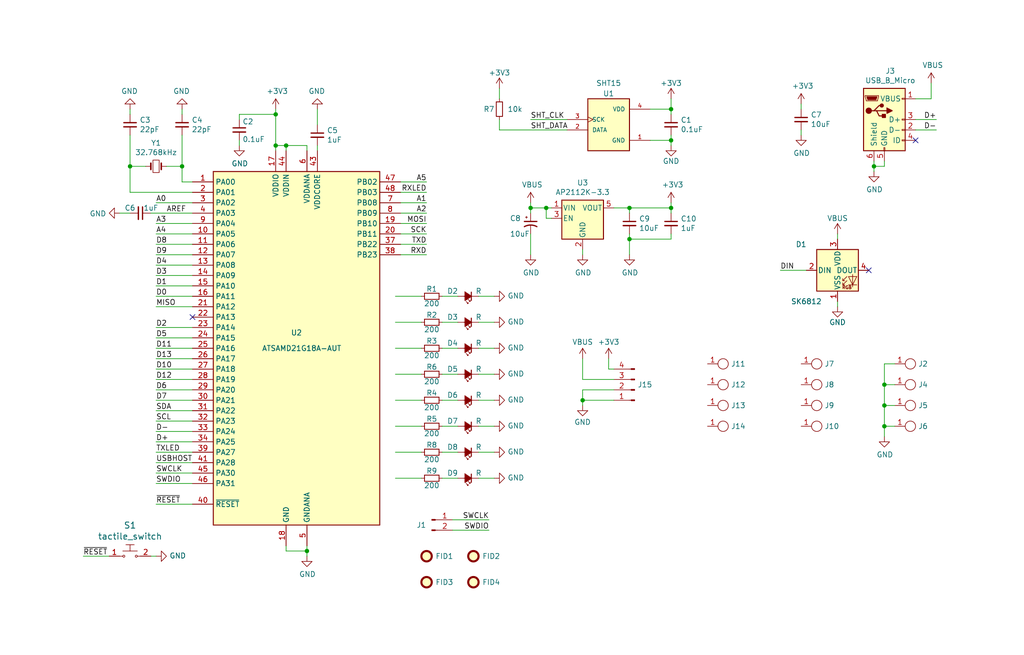
<source format=kicad_sch>
(kicad_sch (version 20230121) (generator eeschema)

  (uuid 24c45a69-1309-4a66-85dc-bd4044729c6d)

  (paper "User" 250.012 159.995)

  (lib_symbols
    (symbol "Connector:Conn_01x02_Pin" (pin_names (offset 1.016) hide) (in_bom yes) (on_board yes)
      (property "Reference" "J" (at 0 2.54 0)
        (effects (font (size 1.27 1.27)))
      )
      (property "Value" "Conn_01x02_Pin" (at 0 -5.08 0)
        (effects (font (size 1.27 1.27)))
      )
      (property "Footprint" "" (at 0 0 0)
        (effects (font (size 1.27 1.27)) hide)
      )
      (property "Datasheet" "~" (at 0 0 0)
        (effects (font (size 1.27 1.27)) hide)
      )
      (property "ki_locked" "" (at 0 0 0)
        (effects (font (size 1.27 1.27)))
      )
      (property "ki_keywords" "connector" (at 0 0 0)
        (effects (font (size 1.27 1.27)) hide)
      )
      (property "ki_description" "Generic connector, single row, 01x02, script generated" (at 0 0 0)
        (effects (font (size 1.27 1.27)) hide)
      )
      (property "ki_fp_filters" "Connector*:*_1x??_*" (at 0 0 0)
        (effects (font (size 1.27 1.27)) hide)
      )
      (symbol "Conn_01x02_Pin_1_1"
        (polyline
          (pts
            (xy 1.27 -2.54)
            (xy 0.8636 -2.54)
          )
          (stroke (width 0.1524) (type default))
          (fill (type none))
        )
        (polyline
          (pts
            (xy 1.27 0)
            (xy 0.8636 0)
          )
          (stroke (width 0.1524) (type default))
          (fill (type none))
        )
        (rectangle (start 0.8636 -2.413) (end 0 -2.667)
          (stroke (width 0.1524) (type default))
          (fill (type outline))
        )
        (rectangle (start 0.8636 0.127) (end 0 -0.127)
          (stroke (width 0.1524) (type default))
          (fill (type outline))
        )
        (pin passive line (at 5.08 0 180) (length 3.81)
          (name "Pin_1" (effects (font (size 1.27 1.27))))
          (number "1" (effects (font (size 1.27 1.27))))
        )
        (pin passive line (at 5.08 -2.54 180) (length 3.81)
          (name "Pin_2" (effects (font (size 1.27 1.27))))
          (number "2" (effects (font (size 1.27 1.27))))
        )
      )
    )
    (symbol "Connector:Conn_01x04_Pin" (pin_names (offset 1.016) hide) (in_bom yes) (on_board yes)
      (property "Reference" "J" (at 0 5.08 0)
        (effects (font (size 1.27 1.27)))
      )
      (property "Value" "Conn_01x04_Pin" (at 0 -7.62 0)
        (effects (font (size 1.27 1.27)))
      )
      (property "Footprint" "" (at 0 0 0)
        (effects (font (size 1.27 1.27)) hide)
      )
      (property "Datasheet" "~" (at 0 0 0)
        (effects (font (size 1.27 1.27)) hide)
      )
      (property "ki_locked" "" (at 0 0 0)
        (effects (font (size 1.27 1.27)))
      )
      (property "ki_keywords" "connector" (at 0 0 0)
        (effects (font (size 1.27 1.27)) hide)
      )
      (property "ki_description" "Generic connector, single row, 01x04, script generated" (at 0 0 0)
        (effects (font (size 1.27 1.27)) hide)
      )
      (property "ki_fp_filters" "Connector*:*_1x??_*" (at 0 0 0)
        (effects (font (size 1.27 1.27)) hide)
      )
      (symbol "Conn_01x04_Pin_1_1"
        (polyline
          (pts
            (xy 1.27 -5.08)
            (xy 0.8636 -5.08)
          )
          (stroke (width 0.1524) (type default))
          (fill (type none))
        )
        (polyline
          (pts
            (xy 1.27 -2.54)
            (xy 0.8636 -2.54)
          )
          (stroke (width 0.1524) (type default))
          (fill (type none))
        )
        (polyline
          (pts
            (xy 1.27 0)
            (xy 0.8636 0)
          )
          (stroke (width 0.1524) (type default))
          (fill (type none))
        )
        (polyline
          (pts
            (xy 1.27 2.54)
            (xy 0.8636 2.54)
          )
          (stroke (width 0.1524) (type default))
          (fill (type none))
        )
        (rectangle (start 0.8636 -4.953) (end 0 -5.207)
          (stroke (width 0.1524) (type default))
          (fill (type outline))
        )
        (rectangle (start 0.8636 -2.413) (end 0 -2.667)
          (stroke (width 0.1524) (type default))
          (fill (type outline))
        )
        (rectangle (start 0.8636 0.127) (end 0 -0.127)
          (stroke (width 0.1524) (type default))
          (fill (type outline))
        )
        (rectangle (start 0.8636 2.667) (end 0 2.413)
          (stroke (width 0.1524) (type default))
          (fill (type outline))
        )
        (pin passive line (at 5.08 2.54 180) (length 3.81)
          (name "Pin_1" (effects (font (size 1.27 1.27))))
          (number "1" (effects (font (size 1.27 1.27))))
        )
        (pin passive line (at 5.08 0 180) (length 3.81)
          (name "Pin_2" (effects (font (size 1.27 1.27))))
          (number "2" (effects (font (size 1.27 1.27))))
        )
        (pin passive line (at 5.08 -2.54 180) (length 3.81)
          (name "Pin_3" (effects (font (size 1.27 1.27))))
          (number "3" (effects (font (size 1.27 1.27))))
        )
        (pin passive line (at 5.08 -5.08 180) (length 3.81)
          (name "Pin_4" (effects (font (size 1.27 1.27))))
          (number "4" (effects (font (size 1.27 1.27))))
        )
      )
    )
    (symbol "Connector:USB_B_Micro" (pin_names (offset 1.016)) (in_bom yes) (on_board yes)
      (property "Reference" "J" (at -5.08 11.43 0)
        (effects (font (size 1.27 1.27)) (justify left))
      )
      (property "Value" "USB_B_Micro" (at -5.08 8.89 0)
        (effects (font (size 1.27 1.27)) (justify left))
      )
      (property "Footprint" "" (at 3.81 -1.27 0)
        (effects (font (size 1.27 1.27)) hide)
      )
      (property "Datasheet" "~" (at 3.81 -1.27 0)
        (effects (font (size 1.27 1.27)) hide)
      )
      (property "ki_keywords" "connector USB micro" (at 0 0 0)
        (effects (font (size 1.27 1.27)) hide)
      )
      (property "ki_description" "USB Micro Type B connector" (at 0 0 0)
        (effects (font (size 1.27 1.27)) hide)
      )
      (property "ki_fp_filters" "USB*" (at 0 0 0)
        (effects (font (size 1.27 1.27)) hide)
      )
      (symbol "USB_B_Micro_0_1"
        (rectangle (start -5.08 -7.62) (end 5.08 7.62)
          (stroke (width 0.254) (type default))
          (fill (type background))
        )
        (circle (center -3.81 2.159) (radius 0.635)
          (stroke (width 0.254) (type default))
          (fill (type outline))
        )
        (circle (center -0.635 3.429) (radius 0.381)
          (stroke (width 0.254) (type default))
          (fill (type outline))
        )
        (rectangle (start -0.127 -7.62) (end 0.127 -6.858)
          (stroke (width 0) (type default))
          (fill (type none))
        )
        (polyline
          (pts
            (xy -1.905 2.159)
            (xy 0.635 2.159)
          )
          (stroke (width 0.254) (type default))
          (fill (type none))
        )
        (polyline
          (pts
            (xy -3.175 2.159)
            (xy -2.54 2.159)
            (xy -1.27 3.429)
            (xy -0.635 3.429)
          )
          (stroke (width 0.254) (type default))
          (fill (type none))
        )
        (polyline
          (pts
            (xy -2.54 2.159)
            (xy -1.905 2.159)
            (xy -1.27 0.889)
            (xy 0 0.889)
          )
          (stroke (width 0.254) (type default))
          (fill (type none))
        )
        (polyline
          (pts
            (xy 0.635 2.794)
            (xy 0.635 1.524)
            (xy 1.905 2.159)
            (xy 0.635 2.794)
          )
          (stroke (width 0.254) (type default))
          (fill (type outline))
        )
        (polyline
          (pts
            (xy -4.318 5.588)
            (xy -1.778 5.588)
            (xy -2.032 4.826)
            (xy -4.064 4.826)
            (xy -4.318 5.588)
          )
          (stroke (width 0) (type default))
          (fill (type outline))
        )
        (polyline
          (pts
            (xy -4.699 5.842)
            (xy -4.699 5.588)
            (xy -4.445 4.826)
            (xy -4.445 4.572)
            (xy -1.651 4.572)
            (xy -1.651 4.826)
            (xy -1.397 5.588)
            (xy -1.397 5.842)
            (xy -4.699 5.842)
          )
          (stroke (width 0) (type default))
          (fill (type none))
        )
        (rectangle (start 0.254 1.27) (end -0.508 0.508)
          (stroke (width 0.254) (type default))
          (fill (type outline))
        )
        (rectangle (start 5.08 -5.207) (end 4.318 -4.953)
          (stroke (width 0) (type default))
          (fill (type none))
        )
        (rectangle (start 5.08 -2.667) (end 4.318 -2.413)
          (stroke (width 0) (type default))
          (fill (type none))
        )
        (rectangle (start 5.08 -0.127) (end 4.318 0.127)
          (stroke (width 0) (type default))
          (fill (type none))
        )
        (rectangle (start 5.08 4.953) (end 4.318 5.207)
          (stroke (width 0) (type default))
          (fill (type none))
        )
      )
      (symbol "USB_B_Micro_1_1"
        (pin power_out line (at 7.62 5.08 180) (length 2.54)
          (name "VBUS" (effects (font (size 1.27 1.27))))
          (number "1" (effects (font (size 1.27 1.27))))
        )
        (pin bidirectional line (at 7.62 -2.54 180) (length 2.54)
          (name "D-" (effects (font (size 1.27 1.27))))
          (number "2" (effects (font (size 1.27 1.27))))
        )
        (pin bidirectional line (at 7.62 0 180) (length 2.54)
          (name "D+" (effects (font (size 1.27 1.27))))
          (number "3" (effects (font (size 1.27 1.27))))
        )
        (pin passive line (at 7.62 -5.08 180) (length 2.54)
          (name "ID" (effects (font (size 1.27 1.27))))
          (number "4" (effects (font (size 1.27 1.27))))
        )
        (pin power_out line (at 0 -10.16 90) (length 2.54)
          (name "GND" (effects (font (size 1.27 1.27))))
          (number "5" (effects (font (size 1.27 1.27))))
        )
        (pin passive line (at -2.54 -10.16 90) (length 2.54)
          (name "Shield" (effects (font (size 1.27 1.27))))
          (number "6" (effects (font (size 1.27 1.27))))
        )
      )
    )
    (symbol "Device:CP1_Small" (pin_numbers hide) (pin_names (offset 0.254) hide) (in_bom yes) (on_board yes)
      (property "Reference" "C" (at 0.254 1.778 0)
        (effects (font (size 1.27 1.27)) (justify left))
      )
      (property "Value" "Device_CP1_Small" (at 0.254 -2.032 0)
        (effects (font (size 1.27 1.27)) (justify left))
      )
      (property "Footprint" "" (at 0 0 0)
        (effects (font (size 1.27 1.27)) hide)
      )
      (property "Datasheet" "" (at 0 0 0)
        (effects (font (size 1.27 1.27)) hide)
      )
      (property "ki_fp_filters" "CP_*" (at 0 0 0)
        (effects (font (size 1.27 1.27)) hide)
      )
      (symbol "CP1_Small_0_1"
        (polyline
          (pts
            (xy -1.524 0.508)
            (xy 1.524 0.508)
          )
          (stroke (width 0.3048) (type solid))
          (fill (type none))
        )
        (polyline
          (pts
            (xy -1.27 1.524)
            (xy -0.762 1.524)
          )
          (stroke (width 0) (type solid))
          (fill (type none))
        )
        (polyline
          (pts
            (xy -1.016 1.27)
            (xy -1.016 1.778)
          )
          (stroke (width 0) (type solid))
          (fill (type none))
        )
        (arc (start 1.524 -0.762) (mid 0 -0.3734) (end -1.524 -0.762)
          (stroke (width 0.3048) (type solid))
          (fill (type none))
        )
      )
      (symbol "CP1_Small_1_1"
        (pin passive line (at 0 2.54 270) (length 2.032)
          (name "~" (effects (font (size 1.27 1.27))))
          (number "1" (effects (font (size 1.27 1.27))))
        )
        (pin passive line (at 0 -2.54 90) (length 2.032)
          (name "~" (effects (font (size 1.27 1.27))))
          (number "2" (effects (font (size 1.27 1.27))))
        )
      )
    )
    (symbol "Device:C_Small" (pin_numbers hide) (pin_names (offset 0.254) hide) (in_bom yes) (on_board yes)
      (property "Reference" "C" (at 0.254 1.778 0)
        (effects (font (size 1.27 1.27)) (justify left))
      )
      (property "Value" "C_Small" (at 0.254 -2.032 0)
        (effects (font (size 1.27 1.27)) (justify left))
      )
      (property "Footprint" "" (at 0 0 0)
        (effects (font (size 1.27 1.27)) hide)
      )
      (property "Datasheet" "~" (at 0 0 0)
        (effects (font (size 1.27 1.27)) hide)
      )
      (property "ki_keywords" "capacitor cap" (at 0 0 0)
        (effects (font (size 1.27 1.27)) hide)
      )
      (property "ki_description" "Unpolarized capacitor, small symbol" (at 0 0 0)
        (effects (font (size 1.27 1.27)) hide)
      )
      (property "ki_fp_filters" "C_*" (at 0 0 0)
        (effects (font (size 1.27 1.27)) hide)
      )
      (symbol "C_Small_0_1"
        (polyline
          (pts
            (xy -1.524 -0.508)
            (xy 1.524 -0.508)
          )
          (stroke (width 0.3302) (type default))
          (fill (type none))
        )
        (polyline
          (pts
            (xy -1.524 0.508)
            (xy 1.524 0.508)
          )
          (stroke (width 0.3048) (type default))
          (fill (type none))
        )
      )
      (symbol "C_Small_1_1"
        (pin passive line (at 0 2.54 270) (length 2.032)
          (name "~" (effects (font (size 1.27 1.27))))
          (number "1" (effects (font (size 1.27 1.27))))
        )
        (pin passive line (at 0 -2.54 90) (length 2.032)
          (name "~" (effects (font (size 1.27 1.27))))
          (number "2" (effects (font (size 1.27 1.27))))
        )
      )
    )
    (symbol "Device:Crystal_Small" (pin_numbers hide) (pin_names (offset 1.016) hide) (in_bom yes) (on_board yes)
      (property "Reference" "Y" (at 0 2.54 0)
        (effects (font (size 1.27 1.27)))
      )
      (property "Value" "Crystal_Small" (at 0 -2.54 0)
        (effects (font (size 1.27 1.27)))
      )
      (property "Footprint" "" (at 0 0 0)
        (effects (font (size 1.27 1.27)) hide)
      )
      (property "Datasheet" "~" (at 0 0 0)
        (effects (font (size 1.27 1.27)) hide)
      )
      (property "ki_keywords" "quartz ceramic resonator oscillator" (at 0 0 0)
        (effects (font (size 1.27 1.27)) hide)
      )
      (property "ki_description" "Two pin crystal, small symbol" (at 0 0 0)
        (effects (font (size 1.27 1.27)) hide)
      )
      (property "ki_fp_filters" "Crystal*" (at 0 0 0)
        (effects (font (size 1.27 1.27)) hide)
      )
      (symbol "Crystal_Small_0_1"
        (rectangle (start -0.762 -1.524) (end 0.762 1.524)
          (stroke (width 0) (type default))
          (fill (type none))
        )
        (polyline
          (pts
            (xy -1.27 -0.762)
            (xy -1.27 0.762)
          )
          (stroke (width 0.381) (type default))
          (fill (type none))
        )
        (polyline
          (pts
            (xy 1.27 -0.762)
            (xy 1.27 0.762)
          )
          (stroke (width 0.381) (type default))
          (fill (type none))
        )
      )
      (symbol "Crystal_Small_1_1"
        (pin passive line (at -2.54 0 0) (length 1.27)
          (name "1" (effects (font (size 1.27 1.27))))
          (number "1" (effects (font (size 1.27 1.27))))
        )
        (pin passive line (at 2.54 0 180) (length 1.27)
          (name "2" (effects (font (size 1.27 1.27))))
          (number "2" (effects (font (size 1.27 1.27))))
        )
      )
    )
    (symbol "Device:LED_Small_Filled" (pin_numbers hide) (pin_names (offset 0.254) hide) (in_bom yes) (on_board yes)
      (property "Reference" "D" (at -1.27 3.175 0)
        (effects (font (size 1.27 1.27)) (justify left))
      )
      (property "Value" "LED_Small_Filled" (at -4.445 -2.54 0)
        (effects (font (size 1.27 1.27)) (justify left))
      )
      (property "Footprint" "" (at 0 0 90)
        (effects (font (size 1.27 1.27)) hide)
      )
      (property "Datasheet" "~" (at 0 0 90)
        (effects (font (size 1.27 1.27)) hide)
      )
      (property "ki_keywords" "LED diode light-emitting-diode" (at 0 0 0)
        (effects (font (size 1.27 1.27)) hide)
      )
      (property "ki_description" "Light emitting diode, small symbol, filled shape" (at 0 0 0)
        (effects (font (size 1.27 1.27)) hide)
      )
      (property "ki_fp_filters" "LED* LED_SMD:* LED_THT:*" (at 0 0 0)
        (effects (font (size 1.27 1.27)) hide)
      )
      (symbol "LED_Small_Filled_0_1"
        (polyline
          (pts
            (xy -0.762 -1.016)
            (xy -0.762 1.016)
          )
          (stroke (width 0.254) (type default))
          (fill (type none))
        )
        (polyline
          (pts
            (xy 1.016 0)
            (xy -0.762 0)
          )
          (stroke (width 0) (type default))
          (fill (type none))
        )
        (polyline
          (pts
            (xy 0.762 -1.016)
            (xy -0.762 0)
            (xy 0.762 1.016)
            (xy 0.762 -1.016)
          )
          (stroke (width 0.254) (type default))
          (fill (type outline))
        )
        (polyline
          (pts
            (xy 0 0.762)
            (xy -0.508 1.27)
            (xy -0.254 1.27)
            (xy -0.508 1.27)
            (xy -0.508 1.016)
          )
          (stroke (width 0) (type default))
          (fill (type none))
        )
        (polyline
          (pts
            (xy 0.508 1.27)
            (xy 0 1.778)
            (xy 0.254 1.778)
            (xy 0 1.778)
            (xy 0 1.524)
          )
          (stroke (width 0) (type default))
          (fill (type none))
        )
      )
      (symbol "LED_Small_Filled_1_1"
        (pin passive line (at -2.54 0 0) (length 1.778)
          (name "K" (effects (font (size 1.27 1.27))))
          (number "1" (effects (font (size 1.27 1.27))))
        )
        (pin passive line (at 2.54 0 180) (length 1.778)
          (name "A" (effects (font (size 1.27 1.27))))
          (number "2" (effects (font (size 1.27 1.27))))
        )
      )
    )
    (symbol "Device:R_Small" (pin_numbers hide) (pin_names (offset 0.254) hide) (in_bom yes) (on_board yes)
      (property "Reference" "R" (at 0.762 0.508 0)
        (effects (font (size 1.27 1.27)) (justify left))
      )
      (property "Value" "R_Small" (at 0.762 -1.016 0)
        (effects (font (size 1.27 1.27)) (justify left))
      )
      (property "Footprint" "" (at 0 0 0)
        (effects (font (size 1.27 1.27)) hide)
      )
      (property "Datasheet" "~" (at 0 0 0)
        (effects (font (size 1.27 1.27)) hide)
      )
      (property "ki_keywords" "R resistor" (at 0 0 0)
        (effects (font (size 1.27 1.27)) hide)
      )
      (property "ki_description" "Resistor, small symbol" (at 0 0 0)
        (effects (font (size 1.27 1.27)) hide)
      )
      (property "ki_fp_filters" "R_*" (at 0 0 0)
        (effects (font (size 1.27 1.27)) hide)
      )
      (symbol "R_Small_0_1"
        (rectangle (start -0.762 1.778) (end 0.762 -1.778)
          (stroke (width 0.2032) (type default))
          (fill (type none))
        )
      )
      (symbol "R_Small_1_1"
        (pin passive line (at 0 2.54 270) (length 0.762)
          (name "~" (effects (font (size 1.27 1.27))))
          (number "1" (effects (font (size 1.27 1.27))))
        )
        (pin passive line (at 0 -2.54 90) (length 0.762)
          (name "~" (effects (font (size 1.27 1.27))))
          (number "2" (effects (font (size 1.27 1.27))))
        )
      )
    )
    (symbol "LED:SK6812" (pin_names (offset 0.254)) (in_bom yes) (on_board yes)
      (property "Reference" "D" (at 5.08 5.715 0)
        (effects (font (size 1.27 1.27)) (justify right bottom))
      )
      (property "Value" "SK6812" (at 1.27 -5.715 0)
        (effects (font (size 1.27 1.27)) (justify left top))
      )
      (property "Footprint" "LED_SMD:LED_SK6812_PLCC4_5.0x5.0mm_P3.2mm" (at 1.27 -7.62 0)
        (effects (font (size 1.27 1.27)) (justify left top) hide)
      )
      (property "Datasheet" "https://cdn-shop.adafruit.com/product-files/1138/SK6812+LED+datasheet+.pdf" (at 2.54 -9.525 0)
        (effects (font (size 1.27 1.27)) (justify left top) hide)
      )
      (property "ki_keywords" "RGB LED NeoPixel addressable" (at 0 0 0)
        (effects (font (size 1.27 1.27)) hide)
      )
      (property "ki_description" "RGB LED with integrated controller" (at 0 0 0)
        (effects (font (size 1.27 1.27)) hide)
      )
      (property "ki_fp_filters" "LED*SK6812*PLCC*5.0x5.0mm*P3.2mm*" (at 0 0 0)
        (effects (font (size 1.27 1.27)) hide)
      )
      (symbol "SK6812_0_0"
        (text "RGB" (at 2.286 -4.191 0)
          (effects (font (size 0.762 0.762)))
        )
      )
      (symbol "SK6812_0_1"
        (polyline
          (pts
            (xy 1.27 -3.556)
            (xy 1.778 -3.556)
          )
          (stroke (width 0) (type default))
          (fill (type none))
        )
        (polyline
          (pts
            (xy 1.27 -2.54)
            (xy 1.778 -2.54)
          )
          (stroke (width 0) (type default))
          (fill (type none))
        )
        (polyline
          (pts
            (xy 4.699 -3.556)
            (xy 2.667 -3.556)
          )
          (stroke (width 0) (type default))
          (fill (type none))
        )
        (polyline
          (pts
            (xy 2.286 -2.54)
            (xy 1.27 -3.556)
            (xy 1.27 -3.048)
          )
          (stroke (width 0) (type default))
          (fill (type none))
        )
        (polyline
          (pts
            (xy 2.286 -1.524)
            (xy 1.27 -2.54)
            (xy 1.27 -2.032)
          )
          (stroke (width 0) (type default))
          (fill (type none))
        )
        (polyline
          (pts
            (xy 3.683 -1.016)
            (xy 3.683 -3.556)
            (xy 3.683 -4.064)
          )
          (stroke (width 0) (type default))
          (fill (type none))
        )
        (polyline
          (pts
            (xy 4.699 -1.524)
            (xy 2.667 -1.524)
            (xy 3.683 -3.556)
            (xy 4.699 -1.524)
          )
          (stroke (width 0) (type default))
          (fill (type none))
        )
        (rectangle (start 5.08 5.08) (end -5.08 -5.08)
          (stroke (width 0.254) (type default))
          (fill (type background))
        )
      )
      (symbol "SK6812_1_1"
        (pin power_in line (at 0 -7.62 90) (length 2.54)
          (name "VSS" (effects (font (size 1.27 1.27))))
          (number "1" (effects (font (size 1.27 1.27))))
        )
        (pin input line (at -7.62 0 0) (length 2.54)
          (name "DIN" (effects (font (size 1.27 1.27))))
          (number "2" (effects (font (size 1.27 1.27))))
        )
        (pin power_in line (at 0 7.62 270) (length 2.54)
          (name "VDD" (effects (font (size 1.27 1.27))))
          (number "3" (effects (font (size 1.27 1.27))))
        )
        (pin output line (at 7.62 0 180) (length 2.54)
          (name "DOUT" (effects (font (size 1.27 1.27))))
          (number "4" (effects (font (size 1.27 1.27))))
        )
      )
    )
    (symbol "MCU_Microchip_SAMD:ATSAMD21G18A-AUT" (in_bom yes) (on_board yes)
      (property "Reference" "U" (at -17.78 44.45 0)
        (effects (font (size 1.27 1.27)))
      )
      (property "Value" "MCU_Microchip_SAMD_ATSAMD21G18A-AUT" (at 15.24 44.45 0)
        (effects (font (size 1.27 1.27)))
      )
      (property "Footprint" "Package_QFP:TQFP-48_7x7mm_P0.5mm" (at -24.13 -44.45 0)
        (effects (font (size 1.27 1.27)) hide)
      )
      (property "Datasheet" "" (at 0 25.4 0)
        (effects (font (size 1.27 1.27)) hide)
      )
      (property "ki_fp_filters" "TQFP*7x7mm*P0.5mm*" (at 0 0 0)
        (effects (font (size 1.27 1.27)) hide)
      )
      (symbol "ATSAMD21G18A-AUT_0_1"
        (rectangle (start -20.32 43.18) (end 20.32 -43.18)
          (stroke (width 0.254) (type solid))
          (fill (type background))
        )
      )
      (symbol "ATSAMD21G18A-AUT_1_1"
        (pin bidirectional line (at -25.4 40.64 0) (length 5.08)
          (name "PA00" (effects (font (size 1.27 1.27))))
          (number "1" (effects (font (size 1.27 1.27))))
        )
        (pin bidirectional line (at -25.4 27.94 0) (length 5.08)
          (name "PA05" (effects (font (size 1.27 1.27))))
          (number "10" (effects (font (size 1.27 1.27))))
        )
        (pin bidirectional line (at -25.4 25.4 0) (length 5.08)
          (name "PA06" (effects (font (size 1.27 1.27))))
          (number "11" (effects (font (size 1.27 1.27))))
        )
        (pin bidirectional line (at -25.4 22.86 0) (length 5.08)
          (name "PA07" (effects (font (size 1.27 1.27))))
          (number "12" (effects (font (size 1.27 1.27))))
        )
        (pin bidirectional line (at -25.4 20.32 0) (length 5.08)
          (name "PA08" (effects (font (size 1.27 1.27))))
          (number "13" (effects (font (size 1.27 1.27))))
        )
        (pin bidirectional line (at -25.4 17.78 0) (length 5.08)
          (name "PA09" (effects (font (size 1.27 1.27))))
          (number "14" (effects (font (size 1.27 1.27))))
        )
        (pin bidirectional line (at -25.4 15.24 0) (length 5.08)
          (name "PA10" (effects (font (size 1.27 1.27))))
          (number "15" (effects (font (size 1.27 1.27))))
        )
        (pin bidirectional line (at -25.4 12.7 0) (length 5.08)
          (name "PA11" (effects (font (size 1.27 1.27))))
          (number "16" (effects (font (size 1.27 1.27))))
        )
        (pin power_in line (at -5.08 48.26 270) (length 5.08)
          (name "VDDIO" (effects (font (size 1.27 1.27))))
          (number "17" (effects (font (size 1.27 1.27))))
        )
        (pin power_in line (at -2.54 -48.26 90) (length 5.08)
          (name "GND" (effects (font (size 1.27 1.27))))
          (number "18" (effects (font (size 1.27 1.27))))
        )
        (pin bidirectional line (at 25.4 30.48 180) (length 5.08)
          (name "PB10" (effects (font (size 1.27 1.27))))
          (number "19" (effects (font (size 1.27 1.27))))
        )
        (pin bidirectional line (at -25.4 38.1 0) (length 5.08)
          (name "PA01" (effects (font (size 1.27 1.27))))
          (number "2" (effects (font (size 1.27 1.27))))
        )
        (pin bidirectional line (at 25.4 27.94 180) (length 5.08)
          (name "PB11" (effects (font (size 1.27 1.27))))
          (number "20" (effects (font (size 1.27 1.27))))
        )
        (pin bidirectional line (at -25.4 10.16 0) (length 5.08)
          (name "PA12" (effects (font (size 1.27 1.27))))
          (number "21" (effects (font (size 1.27 1.27))))
        )
        (pin bidirectional line (at -25.4 7.62 0) (length 5.08)
          (name "PA13" (effects (font (size 1.27 1.27))))
          (number "22" (effects (font (size 1.27 1.27))))
        )
        (pin bidirectional line (at -25.4 5.08 0) (length 5.08)
          (name "PA14" (effects (font (size 1.27 1.27))))
          (number "23" (effects (font (size 1.27 1.27))))
        )
        (pin bidirectional line (at -25.4 2.54 0) (length 5.08)
          (name "PA15" (effects (font (size 1.27 1.27))))
          (number "24" (effects (font (size 1.27 1.27))))
        )
        (pin bidirectional line (at -25.4 0 0) (length 5.08)
          (name "PA16" (effects (font (size 1.27 1.27))))
          (number "25" (effects (font (size 1.27 1.27))))
        )
        (pin bidirectional line (at -25.4 -2.54 0) (length 5.08)
          (name "PA17" (effects (font (size 1.27 1.27))))
          (number "26" (effects (font (size 1.27 1.27))))
        )
        (pin bidirectional line (at -25.4 -5.08 0) (length 5.08)
          (name "PA18" (effects (font (size 1.27 1.27))))
          (number "27" (effects (font (size 1.27 1.27))))
        )
        (pin bidirectional line (at -25.4 -7.62 0) (length 5.08)
          (name "PA19" (effects (font (size 1.27 1.27))))
          (number "28" (effects (font (size 1.27 1.27))))
        )
        (pin bidirectional line (at -25.4 -10.16 0) (length 5.08)
          (name "PA20" (effects (font (size 1.27 1.27))))
          (number "29" (effects (font (size 1.27 1.27))))
        )
        (pin bidirectional line (at -25.4 35.56 0) (length 5.08)
          (name "PA02" (effects (font (size 1.27 1.27))))
          (number "3" (effects (font (size 1.27 1.27))))
        )
        (pin bidirectional line (at -25.4 -12.7 0) (length 5.08)
          (name "PA21" (effects (font (size 1.27 1.27))))
          (number "30" (effects (font (size 1.27 1.27))))
        )
        (pin bidirectional line (at -25.4 -15.24 0) (length 5.08)
          (name "PA22" (effects (font (size 1.27 1.27))))
          (number "31" (effects (font (size 1.27 1.27))))
        )
        (pin bidirectional line (at -25.4 -17.78 0) (length 5.08)
          (name "PA23" (effects (font (size 1.27 1.27))))
          (number "32" (effects (font (size 1.27 1.27))))
        )
        (pin bidirectional line (at -25.4 -20.32 0) (length 5.08)
          (name "PA24" (effects (font (size 1.27 1.27))))
          (number "33" (effects (font (size 1.27 1.27))))
        )
        (pin bidirectional line (at -25.4 -22.86 0) (length 5.08)
          (name "PA25" (effects (font (size 1.27 1.27))))
          (number "34" (effects (font (size 1.27 1.27))))
        )
        (pin passive line (at -2.54 -48.26 90) (length 5.08) hide
          (name "GND" (effects (font (size 1.27 1.27))))
          (number "35" (effects (font (size 1.27 1.27))))
        )
        (pin passive line (at -5.08 48.26 270) (length 5.08) hide
          (name "VDDIO" (effects (font (size 1.27 1.27))))
          (number "36" (effects (font (size 1.27 1.27))))
        )
        (pin bidirectional line (at 25.4 25.4 180) (length 5.08)
          (name "PB22" (effects (font (size 1.27 1.27))))
          (number "37" (effects (font (size 1.27 1.27))))
        )
        (pin bidirectional line (at 25.4 22.86 180) (length 5.08)
          (name "PB23" (effects (font (size 1.27 1.27))))
          (number "38" (effects (font (size 1.27 1.27))))
        )
        (pin bidirectional line (at -25.4 -25.4 0) (length 5.08)
          (name "PA27" (effects (font (size 1.27 1.27))))
          (number "39" (effects (font (size 1.27 1.27))))
        )
        (pin bidirectional line (at -25.4 33.02 0) (length 5.08)
          (name "PA03" (effects (font (size 1.27 1.27))))
          (number "4" (effects (font (size 1.27 1.27))))
        )
        (pin input line (at -25.4 -38.1 0) (length 5.08)
          (name "~{RESET}" (effects (font (size 1.27 1.27))))
          (number "40" (effects (font (size 1.27 1.27))))
        )
        (pin bidirectional line (at -25.4 -27.94 0) (length 5.08)
          (name "PA28" (effects (font (size 1.27 1.27))))
          (number "41" (effects (font (size 1.27 1.27))))
        )
        (pin passive line (at -2.54 -48.26 90) (length 5.08) hide
          (name "GND" (effects (font (size 1.27 1.27))))
          (number "42" (effects (font (size 1.27 1.27))))
        )
        (pin power_out line (at 5.08 48.26 270) (length 5.08)
          (name "VDDCORE" (effects (font (size 1.27 1.27))))
          (number "43" (effects (font (size 1.27 1.27))))
        )
        (pin power_in line (at -2.54 48.26 270) (length 5.08)
          (name "VDDIN" (effects (font (size 1.27 1.27))))
          (number "44" (effects (font (size 1.27 1.27))))
        )
        (pin bidirectional line (at -25.4 -30.48 0) (length 5.08)
          (name "PA30" (effects (font (size 1.27 1.27))))
          (number "45" (effects (font (size 1.27 1.27))))
        )
        (pin bidirectional line (at -25.4 -33.02 0) (length 5.08)
          (name "PA31" (effects (font (size 1.27 1.27))))
          (number "46" (effects (font (size 1.27 1.27))))
        )
        (pin bidirectional line (at 25.4 40.64 180) (length 5.08)
          (name "PB02" (effects (font (size 1.27 1.27))))
          (number "47" (effects (font (size 1.27 1.27))))
        )
        (pin bidirectional line (at 25.4 38.1 180) (length 5.08)
          (name "PB03" (effects (font (size 1.27 1.27))))
          (number "48" (effects (font (size 1.27 1.27))))
        )
        (pin power_in line (at 2.54 -48.26 90) (length 5.08)
          (name "GNDANA" (effects (font (size 1.27 1.27))))
          (number "5" (effects (font (size 1.27 1.27))))
        )
        (pin power_in line (at 2.54 48.26 270) (length 5.08)
          (name "VDDANA" (effects (font (size 1.27 1.27))))
          (number "6" (effects (font (size 1.27 1.27))))
        )
        (pin bidirectional line (at 25.4 35.56 180) (length 5.08)
          (name "PB08" (effects (font (size 1.27 1.27))))
          (number "7" (effects (font (size 1.27 1.27))))
        )
        (pin bidirectional line (at 25.4 33.02 180) (length 5.08)
          (name "PB09" (effects (font (size 1.27 1.27))))
          (number "8" (effects (font (size 1.27 1.27))))
        )
        (pin bidirectional line (at -25.4 30.48 0) (length 5.08)
          (name "PA04" (effects (font (size 1.27 1.27))))
          (number "9" (effects (font (size 1.27 1.27))))
        )
      )
    )
    (symbol "Mechanical:Fiducial" (in_bom yes) (on_board yes)
      (property "Reference" "FID" (at 0 5.08 0)
        (effects (font (size 1.27 1.27)))
      )
      (property "Value" "Fiducial" (at 0 3.175 0)
        (effects (font (size 1.27 1.27)))
      )
      (property "Footprint" "" (at 0 0 0)
        (effects (font (size 1.27 1.27)) hide)
      )
      (property "Datasheet" "~" (at 0 0 0)
        (effects (font (size 1.27 1.27)) hide)
      )
      (property "ki_keywords" "fiducial marker" (at 0 0 0)
        (effects (font (size 1.27 1.27)) hide)
      )
      (property "ki_description" "Fiducial Marker" (at 0 0 0)
        (effects (font (size 1.27 1.27)) hide)
      )
      (property "ki_fp_filters" "Fiducial*" (at 0 0 0)
        (effects (font (size 1.27 1.27)) hide)
      )
      (symbol "Fiducial_0_1"
        (circle (center 0 0) (radius 1.27)
          (stroke (width 0.508) (type default))
          (fill (type background))
        )
      )
    )
    (symbol "Mylib:1_pin_sig" (pin_names (offset 1.016)) (in_bom yes) (on_board yes)
      (property "Reference" "J" (at 0 1.27 0)
        (effects (font (size 1.27 1.27)))
      )
      (property "Value" "1_pin_sig" (at 0 0 0)
        (effects (font (size 1.27 1.27)))
      )
      (property "Footprint" "" (at 0 0 0)
        (effects (font (size 1.27 1.27)) hide)
      )
      (property "Datasheet" "" (at 0 0 0)
        (effects (font (size 1.27 1.27)) hide)
      )
      (symbol "1_pin_sig_0_1"
        (circle (center 1.27 -2.54) (radius 1.27)
          (stroke (width 0) (type default))
          (fill (type none))
        )
      )
      (symbol "1_pin_sig_1_1"
        (pin input line (at -2.54 -2.54 0) (length 2.54)
          (name "~" (effects (font (size 1.27 1.27))))
          (number "1" (effects (font (size 1.27 1.27))))
        )
      )
    )
    (symbol "Regulator_Linear:AP2112K-3.3" (pin_names (offset 0.254)) (in_bom yes) (on_board yes)
      (property "Reference" "U" (at -5.08 5.715 0)
        (effects (font (size 1.27 1.27)) (justify left))
      )
      (property "Value" "AP2112K-3.3" (at 0 5.715 0)
        (effects (font (size 1.27 1.27)) (justify left))
      )
      (property "Footprint" "Package_TO_SOT_SMD:SOT-23-5" (at 0 8.255 0)
        (effects (font (size 1.27 1.27)) hide)
      )
      (property "Datasheet" "https://www.diodes.com/assets/Datasheets/AP2112.pdf" (at 0 2.54 0)
        (effects (font (size 1.27 1.27)) hide)
      )
      (property "ki_keywords" "linear regulator ldo fixed positive" (at 0 0 0)
        (effects (font (size 1.27 1.27)) hide)
      )
      (property "ki_description" "600mA low dropout linear regulator, with enable pin, 3.8V-6V input voltage range, 3.3V fixed positive output, SOT-23-5" (at 0 0 0)
        (effects (font (size 1.27 1.27)) hide)
      )
      (property "ki_fp_filters" "SOT?23?5*" (at 0 0 0)
        (effects (font (size 1.27 1.27)) hide)
      )
      (symbol "AP2112K-3.3_0_1"
        (rectangle (start -5.08 4.445) (end 5.08 -5.08)
          (stroke (width 0.254) (type default))
          (fill (type background))
        )
      )
      (symbol "AP2112K-3.3_1_1"
        (pin power_in line (at -7.62 2.54 0) (length 2.54)
          (name "VIN" (effects (font (size 1.27 1.27))))
          (number "1" (effects (font (size 1.27 1.27))))
        )
        (pin power_in line (at 0 -7.62 90) (length 2.54)
          (name "GND" (effects (font (size 1.27 1.27))))
          (number "2" (effects (font (size 1.27 1.27))))
        )
        (pin input line (at -7.62 0 0) (length 2.54)
          (name "EN" (effects (font (size 1.27 1.27))))
          (number "3" (effects (font (size 1.27 1.27))))
        )
        (pin no_connect line (at 5.08 0 180) (length 2.54) hide
          (name "NC" (effects (font (size 1.27 1.27))))
          (number "4" (effects (font (size 1.27 1.27))))
        )
        (pin power_out line (at 7.62 2.54 180) (length 2.54)
          (name "VOUT" (effects (font (size 1.27 1.27))))
          (number "5" (effects (font (size 1.27 1.27))))
        )
      )
    )
    (symbol "SHT15:SHT15" (pin_names (offset 1.016)) (in_bom yes) (on_board yes)
      (property "Reference" "U1" (at 0 6.35 0)
        (effects (font (size 1.27 1.27)))
      )
      (property "Value" "SHT15" (at 0 8.89 0)
        (effects (font (size 1.27 1.27)))
      )
      (property "Footprint" "DFN747X493X250-8N" (at 0 15.24 0)
        (effects (font (size 1.27 1.27)) (justify bottom) hide)
      )
      (property "Datasheet" "" (at 0 0 0)
        (effects (font (size 1.27 1.27)) hide)
      )
      (property "MANUFACTURER" "Sparkfun Electronics" (at 0 17.78 0)
        (effects (font (size 1.27 1.27)) (justify bottom) hide)
      )
      (symbol "SHT15_0_0"
        (rectangle (start -5.08 5.08) (end 5.08 -7.62)
          (stroke (width 0.254) (type default))
          (fill (type background))
        )
        (pin passive line (at 10.16 -5.08 180) (length 5.08)
          (name "GND" (effects (font (size 1.016 1.016))))
          (number "1" (effects (font (size 1.016 1.016))))
        )
        (pin bidirectional line (at -10.16 -2.54 0) (length 5.08)
          (name "DATA" (effects (font (size 1.016 1.016))))
          (number "2" (effects (font (size 1.016 1.016))))
        )
        (pin input clock (at -10.16 0 0) (length 5.08)
          (name "SCK" (effects (font (size 1.016 1.016))))
          (number "3" (effects (font (size 1.016 1.016))))
        )
        (pin power_in line (at 10.16 2.54 180) (length 5.08)
          (name "VDD" (effects (font (size 1.016 1.016))))
          (number "4" (effects (font (size 1.016 1.016))))
        )
      )
    )
    (symbol "dk_Tactile-Switches:B3U-1000P" (pin_names (offset 1.016)) (in_bom yes) (on_board yes)
      (property "Reference" "S" (at 0 4.064 0)
        (effects (font (size 1.524 1.524)))
      )
      (property "Value" "dk_Tactile-Switches_B3U-1000P" (at 0 -2.54 0)
        (effects (font (size 1.524 1.524)))
      )
      (property "Footprint" "digikey-footprints:Switch_Tactile_SMD_B3U-1000P" (at 5.08 5.08 0)
        (effects (font (size 1.524 1.524)) (justify left) hide)
      )
      (property "Datasheet" "https://omronfs.omron.com/en_US/ecb/products/pdf/en-b3u.pdf" (at 5.08 7.62 0)
        (effects (font (size 1.524 1.524)) (justify left) hide)
      )
      (property "Digi-Key_PN" "SW1020CT-ND" (at 5.08 10.16 0)
        (effects (font (size 1.524 1.524)) (justify left) hide)
      )
      (property "MPN" "B3U-1000P" (at 5.08 12.7 0)
        (effects (font (size 1.524 1.524)) (justify left) hide)
      )
      (property "Category" "Switches" (at 5.08 15.24 0)
        (effects (font (size 1.524 1.524)) (justify left) hide)
      )
      (property "Family" "Tactile Switches" (at 5.08 17.78 0)
        (effects (font (size 1.524 1.524)) (justify left) hide)
      )
      (property "DK_Datasheet_Link" "https://omronfs.omron.com/en_US/ecb/products/pdf/en-b3u.pdf" (at 5.08 20.32 0)
        (effects (font (size 1.524 1.524)) (justify left) hide)
      )
      (property "DK_Detail_Page" "/product-detail/en/omron-electronics-inc-emc-div/B3U-1000P/SW1020CT-ND/1534357" (at 5.08 22.86 0)
        (effects (font (size 1.524 1.524)) (justify left) hide)
      )
      (property "Description" "SWITCH TACTILE SPST-NO 0.05A 12V" (at 5.08 25.4 0)
        (effects (font (size 1.524 1.524)) (justify left) hide)
      )
      (property "Manufacturer" "Omron Electronics Inc-EMC Div" (at 5.08 27.94 0)
        (effects (font (size 1.524 1.524)) (justify left) hide)
      )
      (property "Status" "Active" (at 5.08 30.48 0)
        (effects (font (size 1.524 1.524)) (justify left) hide)
      )
      (symbol "B3U-1000P_0_1"
        (circle (center -1.524 0) (radius 0.254)
          (stroke (width 0) (type solid))
          (fill (type none))
        )
        (polyline
          (pts
            (xy -2.54 0)
            (xy -1.778 0)
          )
          (stroke (width 0) (type solid))
          (fill (type none))
        )
        (polyline
          (pts
            (xy -1.778 1.27)
            (xy 1.778 1.27)
          )
          (stroke (width 0) (type solid))
          (fill (type none))
        )
        (polyline
          (pts
            (xy -1.016 2.794)
            (xy 1.016 2.794)
          )
          (stroke (width 0) (type solid))
          (fill (type none))
        )
        (polyline
          (pts
            (xy 0 1.27)
            (xy 0 2.794)
          )
          (stroke (width 0) (type solid))
          (fill (type none))
        )
        (polyline
          (pts
            (xy 2.54 0)
            (xy 1.778 0)
          )
          (stroke (width 0) (type solid))
          (fill (type none))
        )
        (circle (center 1.524 0) (radius 0.254)
          (stroke (width 0) (type solid))
          (fill (type none))
        )
      )
      (symbol "B3U-1000P_1_1"
        (pin passive line (at -5.08 0 0) (length 2.54)
          (name "~" (effects (font (size 1.27 1.27))))
          (number "1" (effects (font (size 1.27 1.27))))
        )
        (pin passive line (at 5.08 0 180) (length 2.54)
          (name "~" (effects (font (size 1.27 1.27))))
          (number "2" (effects (font (size 1.27 1.27))))
        )
      )
    )
    (symbol "power:+3V3" (power) (pin_names (offset 0)) (in_bom yes) (on_board yes)
      (property "Reference" "#PWR" (at 0 -3.81 0)
        (effects (font (size 1.27 1.27)) hide)
      )
      (property "Value" "+3V3" (at 0 3.556 0)
        (effects (font (size 1.27 1.27)))
      )
      (property "Footprint" "" (at 0 0 0)
        (effects (font (size 1.27 1.27)) hide)
      )
      (property "Datasheet" "" (at 0 0 0)
        (effects (font (size 1.27 1.27)) hide)
      )
      (property "ki_keywords" "global power" (at 0 0 0)
        (effects (font (size 1.27 1.27)) hide)
      )
      (property "ki_description" "Power symbol creates a global label with name \"+3V3\"" (at 0 0 0)
        (effects (font (size 1.27 1.27)) hide)
      )
      (symbol "+3V3_0_1"
        (polyline
          (pts
            (xy -0.762 1.27)
            (xy 0 2.54)
          )
          (stroke (width 0) (type default))
          (fill (type none))
        )
        (polyline
          (pts
            (xy 0 0)
            (xy 0 2.54)
          )
          (stroke (width 0) (type default))
          (fill (type none))
        )
        (polyline
          (pts
            (xy 0 2.54)
            (xy 0.762 1.27)
          )
          (stroke (width 0) (type default))
          (fill (type none))
        )
      )
      (symbol "+3V3_1_1"
        (pin power_in line (at 0 0 90) (length 0) hide
          (name "+3V3" (effects (font (size 1.27 1.27))))
          (number "1" (effects (font (size 1.27 1.27))))
        )
      )
    )
    (symbol "power:GND" (power) (pin_names (offset 0)) (in_bom yes) (on_board yes)
      (property "Reference" "#PWR" (at 0 -6.35 0)
        (effects (font (size 1.27 1.27)) hide)
      )
      (property "Value" "GND" (at 0 -3.81 0)
        (effects (font (size 1.27 1.27)))
      )
      (property "Footprint" "" (at 0 0 0)
        (effects (font (size 1.27 1.27)) hide)
      )
      (property "Datasheet" "" (at 0 0 0)
        (effects (font (size 1.27 1.27)) hide)
      )
      (property "ki_keywords" "global power" (at 0 0 0)
        (effects (font (size 1.27 1.27)) hide)
      )
      (property "ki_description" "Power symbol creates a global label with name \"GND\" , ground" (at 0 0 0)
        (effects (font (size 1.27 1.27)) hide)
      )
      (symbol "GND_0_1"
        (polyline
          (pts
            (xy 0 0)
            (xy 0 -1.27)
            (xy 1.27 -1.27)
            (xy 0 -2.54)
            (xy -1.27 -1.27)
            (xy 0 -1.27)
          )
          (stroke (width 0) (type default))
          (fill (type none))
        )
      )
      (symbol "GND_1_1"
        (pin power_in line (at 0 0 270) (length 0) hide
          (name "GND" (effects (font (size 1.27 1.27))))
          (number "1" (effects (font (size 1.27 1.27))))
        )
      )
    )
    (symbol "power:VBUS" (power) (pin_names (offset 0)) (in_bom yes) (on_board yes)
      (property "Reference" "#PWR" (at 0 -3.81 0)
        (effects (font (size 1.27 1.27)) hide)
      )
      (property "Value" "VBUS" (at 0 3.81 0)
        (effects (font (size 1.27 1.27)))
      )
      (property "Footprint" "" (at 0 0 0)
        (effects (font (size 1.27 1.27)) hide)
      )
      (property "Datasheet" "" (at 0 0 0)
        (effects (font (size 1.27 1.27)) hide)
      )
      (property "ki_keywords" "global power" (at 0 0 0)
        (effects (font (size 1.27 1.27)) hide)
      )
      (property "ki_description" "Power symbol creates a global label with name \"VBUS\"" (at 0 0 0)
        (effects (font (size 1.27 1.27)) hide)
      )
      (symbol "VBUS_0_1"
        (polyline
          (pts
            (xy -0.762 1.27)
            (xy 0 2.54)
          )
          (stroke (width 0) (type default))
          (fill (type none))
        )
        (polyline
          (pts
            (xy 0 0)
            (xy 0 2.54)
          )
          (stroke (width 0) (type default))
          (fill (type none))
        )
        (polyline
          (pts
            (xy 0 2.54)
            (xy 0.762 1.27)
          )
          (stroke (width 0) (type default))
          (fill (type none))
        )
      )
      (symbol "VBUS_1_1"
        (pin power_in line (at 0 0 90) (length 0) hide
          (name "VBUS" (effects (font (size 1.27 1.27))))
          (number "1" (effects (font (size 1.27 1.27))))
        )
      )
    )
  )

  (junction (at 69.85 35.56) (diameter 0) (color 0 0 0 0)
    (uuid 1324d9af-8f3d-48b7-8e07-691041df4277)
  )
  (junction (at 74.93 134.62) (diameter 0) (color 0 0 0 0)
    (uuid 13955516-b648-48a6-85f1-2c9f4b9bb0c0)
  )
  (junction (at 129.54 50.8) (diameter 0) (color 0 0 0 0)
    (uuid 2effdd63-3793-47a0-87f6-f7575357d9a8)
  )
  (junction (at 153.67 58.42) (diameter 0) (color 0 0 0 0)
    (uuid 381e281e-901e-4a6f-9ec4-6cb4805ff2f5)
  )
  (junction (at 142.24 97.79) (diameter 0) (color 0 0 0 0)
    (uuid 59e96237-3fb9-43d1-ac55-4ca0c39b9cf1)
  )
  (junction (at 163.83 26.67) (diameter 0) (color 0 0 0 0)
    (uuid 5a5c02d7-2f1a-4a3f-b828-cc0c3620c028)
  )
  (junction (at 31.75 40.64) (diameter 0) (color 0 0 0 0)
    (uuid 632fa1a6-f3df-46f0-9077-fa01b2c65381)
  )
  (junction (at 215.9 93.98) (diameter 0) (color 0 0 0 0)
    (uuid 6d52407e-8a5e-4e82-97c1-9cbc4a650a07)
  )
  (junction (at 163.83 34.29) (diameter 0) (color 0 0 0 0)
    (uuid 7d45466c-a949-44c5-a867-8a4343ede221)
  )
  (junction (at 153.67 50.8) (diameter 0) (color 0 0 0 0)
    (uuid 7e7ad3ee-a04c-4a15-b992-e42ca7f5db23)
  )
  (junction (at 67.31 27.94) (diameter 0) (color 0 0 0 0)
    (uuid 8d33c113-5b2c-4464-af90-0ee89f589709)
  )
  (junction (at 215.9 104.14) (diameter 0) (color 0 0 0 0)
    (uuid 8edd3e1c-806d-45ae-ba0b-1f385312862f)
  )
  (junction (at 67.31 35.56) (diameter 0) (color 0 0 0 0)
    (uuid 902ab7d6-2cc7-4415-8388-62daaaaa8e97)
  )
  (junction (at 133.35 50.8) (diameter 0) (color 0 0 0 0)
    (uuid b3386730-ecb9-4094-b71e-1aaf226fa062)
  )
  (junction (at 215.9 99.06) (diameter 0) (color 0 0 0 0)
    (uuid bd3b862d-e1fb-4282-8e38-be3cf25ad755)
  )
  (junction (at 163.83 50.8) (diameter 0) (color 0 0 0 0)
    (uuid be6b1db4-0633-4b6e-9771-dad22f4c935c)
  )
  (junction (at 44.45 40.64) (diameter 0) (color 0 0 0 0)
    (uuid cd8a8ae6-8581-454e-861a-7092bf244a18)
  )
  (junction (at 213.36 40.64) (diameter 0) (color 0 0 0 0)
    (uuid cf86a0d0-b156-4132-9026-7946f215ac5c)
  )

  (no_connect (at 223.52 34.29) (uuid 049f66c7-ee77-4e03-aaf3-17c650dfdbc9))
  (no_connect (at 212.09 66.04) (uuid 19d12c60-6baf-49d2-9330-9f4c7eecb1c7))
  (no_connect (at 46.99 77.47) (uuid 37a84689-fe90-41dd-9489-5a876161661d))

  (wire (pts (xy 195.58 26.67) (xy 195.58 25.4))
    (stroke (width 0) (type default))
    (uuid 00dbbe37-cbbc-48a6-8535-1dd4e1484f23)
  )
  (wire (pts (xy 69.85 35.56) (xy 67.31 35.56))
    (stroke (width 0) (type default))
    (uuid 02161ab8-da58-4061-8992-458a31812d45)
  )
  (wire (pts (xy 142.24 87.63) (xy 142.24 92.71))
    (stroke (width 0) (type default))
    (uuid 023ecc73-746e-4c75-af1d-a11138c0855a)
  )
  (wire (pts (xy 46.99 95.25) (xy 38.1 95.25))
    (stroke (width 0) (type default))
    (uuid 047320bc-2d2e-491a-a9dd-df2f677411be)
  )
  (wire (pts (xy 77.47 35.56) (xy 77.47 36.83))
    (stroke (width 0) (type default))
    (uuid 0620d914-b4c1-4cd0-a6a3-ebd63fef28c0)
  )
  (wire (pts (xy 67.31 26.67) (xy 67.31 27.94))
    (stroke (width 0) (type default))
    (uuid 080b58c9-3705-4560-998f-c1c9c0bcaa5c)
  )
  (wire (pts (xy 74.93 36.83) (xy 74.93 35.56))
    (stroke (width 0) (type default))
    (uuid 0a81de08-3d28-4015-bb75-f3d07741815f)
  )
  (wire (pts (xy 40.64 40.64) (xy 44.45 40.64))
    (stroke (width 0) (type default))
    (uuid 0b4175b1-e0c2-4ca0-a4b9-945bc4e41da6)
  )
  (wire (pts (xy 110.49 127) (xy 119.38 127))
    (stroke (width 0) (type default))
    (uuid 0e57582d-8c76-47c4-a110-226d21989661)
  )
  (wire (pts (xy 116.84 97.79) (xy 120.65 97.79))
    (stroke (width 0) (type default))
    (uuid 109bd6fa-b4d7-4886-83ce-ef0c258f0f2d)
  )
  (wire (pts (xy 46.99 80.01) (xy 38.1 80.01))
    (stroke (width 0) (type default))
    (uuid 114f8245-1892-4389-ae6a-cc23a488c7b5)
  )
  (wire (pts (xy 142.24 97.79) (xy 149.86 97.79))
    (stroke (width 0) (type default))
    (uuid 14a68459-91d4-49ba-9857-39ec0421047c)
  )
  (wire (pts (xy 46.99 69.85) (xy 38.1 69.85))
    (stroke (width 0) (type default))
    (uuid 15e68402-1de1-4982-8ff6-14c81230915b)
  )
  (wire (pts (xy 121.92 31.75) (xy 138.43 31.75))
    (stroke (width 0) (type default))
    (uuid 17b5f87b-3ae2-46a6-9960-d4c4a22c5c2d)
  )
  (wire (pts (xy 107.95 110.49) (xy 111.76 110.49))
    (stroke (width 0) (type default))
    (uuid 189d454d-0d14-48b8-8796-656ae10dcade)
  )
  (wire (pts (xy 227.33 24.13) (xy 227.33 20.32))
    (stroke (width 0) (type default))
    (uuid 18a7b48c-ff51-43e0-adaf-816d1470d705)
  )
  (wire (pts (xy 77.47 26.67) (xy 77.47 30.48))
    (stroke (width 0) (type default))
    (uuid 1a6370b5-c286-4129-9813-13da317f205e)
  )
  (wire (pts (xy 158.75 34.29) (xy 163.83 34.29))
    (stroke (width 0) (type default))
    (uuid 1b4888d2-0c8e-4300-8916-e24fb7b59e77)
  )
  (wire (pts (xy 58.42 27.94) (xy 67.31 27.94))
    (stroke (width 0) (type default))
    (uuid 1e822561-8ff3-4b96-963f-e9167d04f54b)
  )
  (wire (pts (xy 116.84 110.49) (xy 120.65 110.49))
    (stroke (width 0) (type default))
    (uuid 1fa7e41c-7a45-42af-bc7f-a7c60f5b0f4b)
  )
  (wire (pts (xy 153.67 57.15) (xy 153.67 58.42))
    (stroke (width 0) (type default))
    (uuid 22b1bf4d-2359-45bf-965f-4a836ca66e47)
  )
  (wire (pts (xy 215.9 93.98) (xy 218.44 93.98))
    (stroke (width 0) (type default))
    (uuid 23852ed0-7675-4150-a9a9-525a926f4dc3)
  )
  (wire (pts (xy 97.79 52.07) (xy 104.14 52.07))
    (stroke (width 0) (type default))
    (uuid 23a3913a-0aff-40cd-98a0-54e47dd45908)
  )
  (wire (pts (xy 46.99 74.93) (xy 38.1 74.93))
    (stroke (width 0) (type default))
    (uuid 23a48046-70a4-405f-b3c2-8c84b7ba4f46)
  )
  (wire (pts (xy 142.24 97.79) (xy 142.24 95.25))
    (stroke (width 0) (type default))
    (uuid 23c1f111-09ab-4fee-93d3-77a9d9ceb2b8)
  )
  (wire (pts (xy 67.31 27.94) (xy 67.31 35.56))
    (stroke (width 0) (type default))
    (uuid 249b014b-6887-431e-bcbf-28b26258ff1c)
  )
  (wire (pts (xy 129.54 29.21) (xy 138.43 29.21))
    (stroke (width 0) (type default))
    (uuid 252b9ab9-4fb3-43b4-b382-0d85656a0da6)
  )
  (wire (pts (xy 46.99 123.19) (xy 38.1 123.19))
    (stroke (width 0) (type default))
    (uuid 2da8465d-e352-4ec4-93e1-f4c9889b0f78)
  )
  (wire (pts (xy 46.99 57.15) (xy 38.1 57.15))
    (stroke (width 0) (type default))
    (uuid 2f309450-3b74-4023-a643-f60ebe015267)
  )
  (wire (pts (xy 31.75 46.99) (xy 31.75 40.64))
    (stroke (width 0) (type default))
    (uuid 311ab55b-4968-4537-a6c8-28cede4875d9)
  )
  (wire (pts (xy 107.95 97.79) (xy 111.76 97.79))
    (stroke (width 0) (type default))
    (uuid 3126cd25-9936-4602-a436-1ce78bc011b2)
  )
  (wire (pts (xy 153.67 58.42) (xy 163.83 58.42))
    (stroke (width 0) (type default))
    (uuid 31396c94-cae6-456a-89ff-9fd2d2f98b32)
  )
  (wire (pts (xy 142.24 99.06) (xy 142.24 97.79))
    (stroke (width 0) (type default))
    (uuid 333d3224-b72d-43af-8b1b-926106f37375)
  )
  (wire (pts (xy 46.99 64.77) (xy 38.1 64.77))
    (stroke (width 0) (type default))
    (uuid 3812f450-ddb0-4ac4-9a4c-d3eecf6b3efa)
  )
  (wire (pts (xy 116.84 91.44) (xy 120.65 91.44))
    (stroke (width 0) (type default))
    (uuid 38fcc494-b3ff-4786-b3c9-b746f4d73a5b)
  )
  (wire (pts (xy 46.99 97.79) (xy 38.1 97.79))
    (stroke (width 0) (type default))
    (uuid 396ad0b3-5d1f-43df-b656-280c225797e4)
  )
  (wire (pts (xy 133.35 53.34) (xy 134.62 53.34))
    (stroke (width 0) (type default))
    (uuid 3cb0d45a-cf40-40ef-b464-4ade5902d544)
  )
  (wire (pts (xy 67.31 35.56) (xy 67.31 36.83))
    (stroke (width 0) (type default))
    (uuid 3cb8da35-0b82-40bd-99fe-8ecb176d2902)
  )
  (wire (pts (xy 46.99 82.55) (xy 38.1 82.55))
    (stroke (width 0) (type default))
    (uuid 3d2eafde-e0fa-4e0d-a15e-4b714a1331d4)
  )
  (wire (pts (xy 38.1 113.03) (xy 46.99 113.03))
    (stroke (width 0) (type default))
    (uuid 3db24bce-3a5a-491f-8835-4bf7e0102473)
  )
  (wire (pts (xy 74.93 134.62) (xy 74.93 135.89))
    (stroke (width 0) (type default))
    (uuid 3ffac2ff-de50-4e8e-a4d3-53c25382045f)
  )
  (wire (pts (xy 223.52 24.13) (xy 227.33 24.13))
    (stroke (width 0) (type default))
    (uuid 425f03f7-d3f7-4477-beab-92cd329bdbdc)
  )
  (wire (pts (xy 58.42 29.21) (xy 58.42 27.94))
    (stroke (width 0) (type default))
    (uuid 44af393b-1935-4db4-b872-61990a615e58)
  )
  (wire (pts (xy 97.79 54.61) (xy 104.14 54.61))
    (stroke (width 0) (type default))
    (uuid 4aae4f9a-5cc1-4d62-b785-70f828dd7cd8)
  )
  (wire (pts (xy 97.79 57.15) (xy 104.14 57.15))
    (stroke (width 0) (type default))
    (uuid 4b8ab5a1-3e1e-4e5d-bcc6-2a1a77a0dd7b)
  )
  (wire (pts (xy 46.99 107.95) (xy 38.1 107.95))
    (stroke (width 0) (type default))
    (uuid 4e87f254-49d2-4122-91bb-e6770c520887)
  )
  (wire (pts (xy 223.52 31.75) (xy 228.6 31.75))
    (stroke (width 0) (type default))
    (uuid 537f2b48-ecf7-46f2-af91-ec53139c6421)
  )
  (wire (pts (xy 129.54 49.53) (xy 129.54 50.8))
    (stroke (width 0) (type default))
    (uuid 5513e867-57be-49ba-8be4-d1b3b85721b1)
  )
  (wire (pts (xy 204.47 73.66) (xy 204.47 74.93))
    (stroke (width 0) (type default))
    (uuid 55f94987-5407-4135-b1d1-eb403b40414d)
  )
  (wire (pts (xy 215.9 93.98) (xy 215.9 88.9))
    (stroke (width 0) (type default))
    (uuid 5947df3e-08a0-4c9c-bcae-1080a9be8d97)
  )
  (wire (pts (xy 102.87 78.74) (xy 96.52 78.74))
    (stroke (width 0) (type default))
    (uuid 597de28c-b710-46e3-942b-8c3c6104bf07)
  )
  (wire (pts (xy 153.67 52.07) (xy 153.67 50.8))
    (stroke (width 0) (type default))
    (uuid 5e89209f-0616-4ebd-991e-e9c6ecff6711)
  )
  (wire (pts (xy 46.99 52.07) (xy 36.83 52.07))
    (stroke (width 0) (type default))
    (uuid 60be6200-bc32-4093-8738-26569ac8212f)
  )
  (wire (pts (xy 46.99 118.11) (xy 38.1 118.11))
    (stroke (width 0) (type default))
    (uuid 618305ad-9d7f-4f34-91af-8b5633824da2)
  )
  (wire (pts (xy 148.59 90.17) (xy 149.86 90.17))
    (stroke (width 0) (type default))
    (uuid 623c794f-640a-4650-bc85-a3957686651e)
  )
  (wire (pts (xy 38.1 54.61) (xy 46.99 54.61))
    (stroke (width 0) (type default))
    (uuid 62ca1046-8961-44d8-b3ca-b632b0cfb1b0)
  )
  (wire (pts (xy 163.83 49.53) (xy 163.83 50.8))
    (stroke (width 0) (type default))
    (uuid 62e352d0-dc0f-4631-9450-751ea5750890)
  )
  (wire (pts (xy 133.35 50.8) (xy 134.62 50.8))
    (stroke (width 0) (type default))
    (uuid 631a18c9-87c0-4b3e-bfa5-92d464234e4f)
  )
  (wire (pts (xy 215.9 88.9) (xy 218.44 88.9))
    (stroke (width 0) (type default))
    (uuid 646fb847-1e65-4a10-806c-481b2b7afd61)
  )
  (wire (pts (xy 46.99 92.71) (xy 38.1 92.71))
    (stroke (width 0) (type default))
    (uuid 692331d4-de5e-46e6-acad-f7f06bd9534c)
  )
  (wire (pts (xy 116.84 72.39) (xy 120.65 72.39))
    (stroke (width 0) (type default))
    (uuid 696bf169-8849-4ccc-8acd-802cf372baa4)
  )
  (wire (pts (xy 44.45 26.67) (xy 44.45 27.94))
    (stroke (width 0) (type default))
    (uuid 6b23d99f-a962-4a62-9eb1-dd0f8dbe9f27)
  )
  (wire (pts (xy 107.95 116.84) (xy 111.76 116.84))
    (stroke (width 0) (type default))
    (uuid 6b5cba46-9cd3-474c-b699-22c91384ca1a)
  )
  (wire (pts (xy 97.79 46.99) (xy 104.14 46.99))
    (stroke (width 0) (type default))
    (uuid 6bf62e37-d40a-435c-a1de-9fabb02253f0)
  )
  (wire (pts (xy 149.86 50.8) (xy 153.67 50.8))
    (stroke (width 0) (type default))
    (uuid 6e2abbeb-138b-453b-89a8-2222db592149)
  )
  (wire (pts (xy 102.87 110.49) (xy 96.52 110.49))
    (stroke (width 0) (type default))
    (uuid 7018c7e5-1d02-45d0-8823-a633c55309e0)
  )
  (wire (pts (xy 44.45 44.45) (xy 44.45 40.64))
    (stroke (width 0) (type default))
    (uuid 70d7f9d7-761c-4170-88f6-0a5e746f797d)
  )
  (wire (pts (xy 97.79 44.45) (xy 104.14 44.45))
    (stroke (width 0) (type default))
    (uuid 72346766-2fff-45fd-8ff3-a7b64933ef41)
  )
  (wire (pts (xy 153.67 50.8) (xy 163.83 50.8))
    (stroke (width 0) (type default))
    (uuid 72f03a67-3147-41b7-bca0-6633fa193fba)
  )
  (wire (pts (xy 223.52 29.21) (xy 228.6 29.21))
    (stroke (width 0) (type default))
    (uuid 7326b594-6989-4802-9ed8-f40da2003e26)
  )
  (wire (pts (xy 97.79 59.69) (xy 104.14 59.69))
    (stroke (width 0) (type default))
    (uuid 74d5c393-5906-44cc-b08c-b31983beb15f)
  )
  (wire (pts (xy 116.84 104.14) (xy 120.65 104.14))
    (stroke (width 0) (type default))
    (uuid 7797c98a-8b44-427e-a663-e9244bfacb8c)
  )
  (wire (pts (xy 46.99 49.53) (xy 38.1 49.53))
    (stroke (width 0) (type default))
    (uuid 78f4751d-a251-4684-a28e-56221df47928)
  )
  (wire (pts (xy 116.84 78.74) (xy 120.65 78.74))
    (stroke (width 0) (type default))
    (uuid 795f8d31-0c1b-466f-b272-21c02cf4b5e3)
  )
  (wire (pts (xy 116.84 116.84) (xy 120.65 116.84))
    (stroke (width 0) (type default))
    (uuid 7bb4685e-c791-4e35-b788-7d86c90382d5)
  )
  (wire (pts (xy 29.21 52.07) (xy 31.75 52.07))
    (stroke (width 0) (type default))
    (uuid 7bb83e51-d59d-4815-b95a-55637af54310)
  )
  (wire (pts (xy 129.54 57.15) (xy 129.54 62.23))
    (stroke (width 0) (type default))
    (uuid 808e8b6f-953b-451c-b3cc-d75dc51055de)
  )
  (wire (pts (xy 121.92 21.59) (xy 121.92 24.13))
    (stroke (width 0) (type default))
    (uuid 80df4ac4-f4c0-44cc-878a-1024bc6614a5)
  )
  (wire (pts (xy 74.93 133.35) (xy 74.93 134.62))
    (stroke (width 0) (type default))
    (uuid 84a73db4-d1b4-411a-887a-e91a4b4c4713)
  )
  (wire (pts (xy 215.9 99.06) (xy 215.9 93.98))
    (stroke (width 0) (type default))
    (uuid 85626892-6a85-4cd5-9b74-1e6045191be1)
  )
  (wire (pts (xy 116.84 85.09) (xy 120.65 85.09))
    (stroke (width 0) (type default))
    (uuid 8594245a-bf80-4188-9c38-47f287a547b3)
  )
  (wire (pts (xy 38.1 110.49) (xy 46.99 110.49))
    (stroke (width 0) (type default))
    (uuid 864a9f98-00e7-45df-b8a7-eff2087d4a51)
  )
  (wire (pts (xy 133.35 53.34) (xy 133.35 50.8))
    (stroke (width 0) (type default))
    (uuid 865a695e-a87a-4d85-b501-4e5695bef974)
  )
  (wire (pts (xy 142.24 62.23) (xy 142.24 60.96))
    (stroke (width 0) (type default))
    (uuid 8816357c-6e53-48de-a0c8-767e51abcb23)
  )
  (wire (pts (xy 107.95 91.44) (xy 111.76 91.44))
    (stroke (width 0) (type default))
    (uuid 88997754-7e13-448b-b986-709da7476505)
  )
  (wire (pts (xy 35.56 40.64) (xy 31.75 40.64))
    (stroke (width 0) (type default))
    (uuid 8ac8f273-987e-4379-b1ef-1d0413e1fc06)
  )
  (wire (pts (xy 107.95 104.14) (xy 111.76 104.14))
    (stroke (width 0) (type default))
    (uuid 8b9ee3c5-58a0-436a-8872-91d80d2c73aa)
  )
  (wire (pts (xy 107.95 72.39) (xy 111.76 72.39))
    (stroke (width 0) (type default))
    (uuid 8bbe44aa-7e87-4373-8ec3-93f7e242e2d0)
  )
  (wire (pts (xy 38.1 135.89) (xy 36.83 135.89))
    (stroke (width 0) (type default))
    (uuid 8cd2d5f6-ce49-4990-ad3f-f704f34b4c0d)
  )
  (wire (pts (xy 46.99 100.33) (xy 38.1 100.33))
    (stroke (width 0) (type default))
    (uuid 8d866490-6f31-438f-a811-c9f2a4db3a19)
  )
  (wire (pts (xy 102.87 97.79) (xy 96.52 97.79))
    (stroke (width 0) (type default))
    (uuid 8f373104-9bd6-48e3-8db7-43b8ca0fae1f)
  )
  (wire (pts (xy 58.42 34.29) (xy 58.42 35.56))
    (stroke (width 0) (type default))
    (uuid 8fd57873-1866-4511-bb1f-1ab070e5d0f2)
  )
  (wire (pts (xy 163.83 26.67) (xy 163.83 24.13))
    (stroke (width 0) (type default))
    (uuid 8fd60166-5c41-4e49-be5a-dcab6b3886b7)
  )
  (wire (pts (xy 46.99 59.69) (xy 38.1 59.69))
    (stroke (width 0) (type default))
    (uuid 904dbb8c-a82c-4e3a-99f0-826ee5e01e13)
  )
  (wire (pts (xy 102.87 116.84) (xy 96.52 116.84))
    (stroke (width 0) (type default))
    (uuid 91d4a9f5-9701-4791-9826-c7db04e8b62c)
  )
  (wire (pts (xy 213.36 39.37) (xy 213.36 40.64))
    (stroke (width 0) (type default))
    (uuid 928fefce-88b4-4f05-94c2-eb81e036a211)
  )
  (wire (pts (xy 46.99 85.09) (xy 38.1 85.09))
    (stroke (width 0) (type default))
    (uuid 93a6b3c9-2727-44fd-a296-3b87c163ddfa)
  )
  (wire (pts (xy 69.85 134.62) (xy 74.93 134.62))
    (stroke (width 0) (type default))
    (uuid 95713d98-b321-4ac5-80dd-e72fe21996ce)
  )
  (wire (pts (xy 107.95 85.09) (xy 111.76 85.09))
    (stroke (width 0) (type default))
    (uuid 985a31ee-89b6-43e5-9810-62fb316608b8)
  )
  (wire (pts (xy 121.92 29.21) (xy 121.92 31.75))
    (stroke (width 0) (type default))
    (uuid 9dde908f-febe-4609-9b2c-ce2bb8235954)
  )
  (wire (pts (xy 31.75 40.64) (xy 31.75 33.02))
    (stroke (width 0) (type default))
    (uuid a4576406-8af7-4651-a832-d0d3f34f5ea0)
  )
  (wire (pts (xy 38.1 102.87) (xy 46.99 102.87))
    (stroke (width 0) (type default))
    (uuid a76b902b-1a67-4d45-ae4b-89adc5d46163)
  )
  (wire (pts (xy 215.9 104.14) (xy 215.9 99.06))
    (stroke (width 0) (type default))
    (uuid a8bed46d-5628-4098-8123-87539f838df6)
  )
  (wire (pts (xy 46.99 105.41) (xy 38.1 105.41))
    (stroke (width 0) (type default))
    (uuid af2715d4-0833-44ac-93e3-700b6c828d54)
  )
  (wire (pts (xy 97.79 62.23) (xy 104.14 62.23))
    (stroke (width 0) (type default))
    (uuid afcb9a8d-e120-4575-8bed-5fdadeb5c252)
  )
  (wire (pts (xy 69.85 36.83) (xy 69.85 35.56))
    (stroke (width 0) (type default))
    (uuid b0fb43d8-bd5a-481b-aa7d-0cf7b3c21d3c)
  )
  (wire (pts (xy 110.49 129.54) (xy 119.38 129.54))
    (stroke (width 0) (type default))
    (uuid b2dd4ef6-b036-4ee5-845b-1d2d9be13e6b)
  )
  (wire (pts (xy 142.24 95.25) (xy 149.86 95.25))
    (stroke (width 0) (type default))
    (uuid b743d5a3-fde2-4ae5-b0a5-38f0f0db6356)
  )
  (wire (pts (xy 46.99 62.23) (xy 38.1 62.23))
    (stroke (width 0) (type default))
    (uuid b996c135-d30e-4de5-867c-34d0d131ee1e)
  )
  (wire (pts (xy 102.87 104.14) (xy 96.52 104.14))
    (stroke (width 0) (type default))
    (uuid ba23d372-e7c9-4fc2-8eee-8578f962cbd0)
  )
  (wire (pts (xy 26.67 135.89) (xy 20.32 135.89))
    (stroke (width 0) (type default))
    (uuid bc8d824b-e737-47f1-bc7f-49b2d46487f5)
  )
  (wire (pts (xy 31.75 27.94) (xy 31.75 26.67))
    (stroke (width 0) (type default))
    (uuid c0f951e7-3d5b-403f-9c46-ca460c838eee)
  )
  (wire (pts (xy 215.9 40.64) (xy 215.9 39.37))
    (stroke (width 0) (type default))
    (uuid c1d18627-5142-4b2a-b414-c2611434a467)
  )
  (wire (pts (xy 74.93 35.56) (xy 69.85 35.56))
    (stroke (width 0) (type default))
    (uuid c40a2657-3cfc-4d30-b287-7a68e3687a83)
  )
  (wire (pts (xy 102.87 91.44) (xy 96.52 91.44))
    (stroke (width 0) (type default))
    (uuid c54f762b-a16a-45ad-b915-b959aa5c55bc)
  )
  (wire (pts (xy 97.79 49.53) (xy 104.14 49.53))
    (stroke (width 0) (type default))
    (uuid c5feeb27-30b0-4f67-ab31-68334ef2a33e)
  )
  (wire (pts (xy 44.45 40.64) (xy 44.45 33.02))
    (stroke (width 0) (type default))
    (uuid c64cd9fd-0122-48a4-8cd7-e431af92c397)
  )
  (wire (pts (xy 38.1 90.17) (xy 46.99 90.17))
    (stroke (width 0) (type default))
    (uuid c9e17a5f-e436-4052-b5a0-bfe47235ef50)
  )
  (wire (pts (xy 129.54 50.8) (xy 129.54 52.07))
    (stroke (width 0) (type default))
    (uuid c9e9f030-8f98-4191-8f0c-f5e59faaf3d2)
  )
  (wire (pts (xy 163.83 33.02) (xy 163.83 34.29))
    (stroke (width 0) (type default))
    (uuid cff9c1da-b5f9-4097-92e0-64a0dfea8ca8)
  )
  (wire (pts (xy 215.9 106.68) (xy 215.9 104.14))
    (stroke (width 0) (type default))
    (uuid d1bd1e05-6581-4441-b311-2516ddab304f)
  )
  (wire (pts (xy 158.75 26.67) (xy 163.83 26.67))
    (stroke (width 0) (type default))
    (uuid d1fdaeab-b6f3-462d-80b8-cba461df6b7f)
  )
  (wire (pts (xy 213.36 40.64) (xy 213.36 41.91))
    (stroke (width 0) (type default))
    (uuid d3cbc221-5369-4d23-8276-45d826bb224b)
  )
  (wire (pts (xy 190.5 66.04) (xy 196.85 66.04))
    (stroke (width 0) (type default))
    (uuid d48b5f44-a533-49a9-a111-1235e1b083ce)
  )
  (wire (pts (xy 102.87 72.39) (xy 96.52 72.39))
    (stroke (width 0) (type default))
    (uuid d57924fc-2a5b-4381-8abc-518e027c87d6)
  )
  (wire (pts (xy 69.85 133.35) (xy 69.85 134.62))
    (stroke (width 0) (type default))
    (uuid d728e7cf-67ad-47a4-92bd-6aa3d43cbb6e)
  )
  (wire (pts (xy 163.83 50.8) (xy 163.83 52.07))
    (stroke (width 0) (type default))
    (uuid d8814102-2532-44ae-89f5-7e13383caa2a)
  )
  (wire (pts (xy 46.99 72.39) (xy 38.1 72.39))
    (stroke (width 0) (type default))
    (uuid d8ae49f3-30e4-43bc-b891-f70555b9a0f8)
  )
  (wire (pts (xy 107.95 78.74) (xy 111.76 78.74))
    (stroke (width 0) (type default))
    (uuid dcb8bbbd-c0e8-4fa9-893c-f3e30e7e5f95)
  )
  (wire (pts (xy 46.99 44.45) (xy 44.45 44.45))
    (stroke (width 0) (type default))
    (uuid ddb9016d-28e4-496a-9903-9eef6f29ee09)
  )
  (wire (pts (xy 129.54 50.8) (xy 133.35 50.8))
    (stroke (width 0) (type default))
    (uuid debca0e6-3366-480d-a974-100ce67633ba)
  )
  (wire (pts (xy 102.87 85.09) (xy 96.52 85.09))
    (stroke (width 0) (type default))
    (uuid e0363b73-a78d-4283-a3bd-f4c59a4affb2)
  )
  (wire (pts (xy 46.99 67.31) (xy 38.1 67.31))
    (stroke (width 0) (type default))
    (uuid e34b4294-ea7f-405d-8a3a-bd317581d12a)
  )
  (wire (pts (xy 215.9 99.06) (xy 218.44 99.06))
    (stroke (width 0) (type default))
    (uuid e597172e-6e2f-4658-aa8c-168e58504719)
  )
  (wire (pts (xy 163.83 58.42) (xy 163.83 57.15))
    (stroke (width 0) (type default))
    (uuid e60e640e-e9e9-47e3-83ac-bdb28316d74d)
  )
  (wire (pts (xy 46.99 115.57) (xy 38.1 115.57))
    (stroke (width 0) (type default))
    (uuid ed40ed5b-e1fd-4697-8b68-e4b64d4583ca)
  )
  (wire (pts (xy 163.83 26.67) (xy 163.83 27.94))
    (stroke (width 0) (type default))
    (uuid ed58d78a-728a-40fa-a6b3-8959737bbbf8)
  )
  (wire (pts (xy 163.83 34.29) (xy 163.83 35.56))
    (stroke (width 0) (type default))
    (uuid eee1bbaa-3ec7-46a3-bd57-af3ea363556f)
  )
  (wire (pts (xy 142.24 92.71) (xy 149.86 92.71))
    (stroke (width 0) (type default))
    (uuid f43aab62-b2ce-48c2-bf5c-15742e4a1af8)
  )
  (wire (pts (xy 195.58 33.02) (xy 195.58 31.75))
    (stroke (width 0) (type default))
    (uuid f5576e36-ce2f-4eb1-89d9-efacbb768591)
  )
  (wire (pts (xy 204.47 57.15) (xy 204.47 58.42))
    (stroke (width 0) (type default))
    (uuid f6f25c66-d6d5-469d-bb17-418c30ca8af7)
  )
  (wire (pts (xy 148.59 87.63) (xy 148.59 90.17))
    (stroke (width 0) (type default))
    (uuid f70abc20-cf26-4f9e-ba09-28868fd0e65b)
  )
  (wire (pts (xy 46.99 87.63) (xy 38.1 87.63))
    (stroke (width 0) (type default))
    (uuid f861729a-0ba8-4771-9790-d251f8c8b45d)
  )
  (wire (pts (xy 215.9 104.14) (xy 218.44 104.14))
    (stroke (width 0) (type default))
    (uuid f9c1d5cb-adc2-4ee7-886e-35bfdd5120a2)
  )
  (wire (pts (xy 153.67 58.42) (xy 153.67 62.23))
    (stroke (width 0) (type default))
    (uuid fcd9be68-170f-4e07-9f05-30cc072d563f)
  )
  (wire (pts (xy 46.99 46.99) (xy 31.75 46.99))
    (stroke (width 0) (type default))
    (uuid fe94d0a3-cc9b-4828-b85f-f74bba6d16c9)
  )
  (wire (pts (xy 213.36 40.64) (xy 215.9 40.64))
    (stroke (width 0) (type default))
    (uuid ff73efd9-667a-4fb1-b2b2-50376f974606)
  )

  (label "TXLED" (at 38.1 110.49 0) (fields_autoplaced)
    (effects (font (size 1.27 1.27)) (justify left bottom))
    (uuid 0067da3a-b4fd-44d7-a116-a71a30f82bb0)
  )
  (label "A1" (at 104.14 49.53 180) (fields_autoplaced)
    (effects (font (size 1.27 1.27)) (justify right bottom))
    (uuid 076963dd-ca8f-4f9a-9f6f-43f42d3490dd)
  )
  (label "D8" (at 38.1 59.69 0) (fields_autoplaced)
    (effects (font (size 1.27 1.27)) (justify left bottom))
    (uuid 0cd5d302-bb51-41a2-8440-997a37692bd7)
  )
  (label "TXD" (at 104.14 59.69 180) (fields_autoplaced)
    (effects (font (size 1.27 1.27)) (justify right bottom))
    (uuid 0f5b326a-9253-4dd3-9f57-da6f8f8afb58)
  )
  (label "SCK" (at 104.14 57.15 180) (fields_autoplaced)
    (effects (font (size 1.27 1.27)) (justify right bottom))
    (uuid 12c910b0-cc91-42b3-aba4-32dc89c273af)
  )
  (label "MISO" (at 38.1 74.93 0) (fields_autoplaced)
    (effects (font (size 1.27 1.27)) (justify left bottom))
    (uuid 145d4732-90e1-4fc1-bd01-042f3ed1478c)
  )
  (label "~{RESET}" (at 38.1 123.19 0) (fields_autoplaced)
    (effects (font (size 1.27 1.27)) (justify left bottom))
    (uuid 2558c5f4-3294-4752-8abe-46bd28c456df)
  )
  (label "A0" (at 38.1 49.53 0) (fields_autoplaced)
    (effects (font (size 1.27 1.27)) (justify left bottom))
    (uuid 2f999c7f-0597-4ace-8e89-5de7f3c8f9e9)
  )
  (label "D2" (at 38.1 80.01 0) (fields_autoplaced)
    (effects (font (size 1.27 1.27)) (justify left bottom))
    (uuid 30343292-8878-46c0-b5f9-a7b56a6d4739)
  )
  (label "D5" (at 38.1 82.55 0) (fields_autoplaced)
    (effects (font (size 1.27 1.27)) (justify left bottom))
    (uuid 3403f204-43b1-41f1-a0a2-2cbd34c1c7c7)
  )
  (label "SHT_DATA" (at 129.54 31.75 0) (fields_autoplaced)
    (effects (font (size 1.27 1.27)) (justify left bottom))
    (uuid 37bb7dc3-58a7-458c-b592-ebaf4119f7d7)
  )
  (label "USBHOST" (at 38.1 113.03 0) (fields_autoplaced)
    (effects (font (size 1.27 1.27)) (justify left bottom))
    (uuid 3960a4ee-e7b9-4063-ba6c-6dcab6677555)
  )
  (label "A5" (at 104.14 44.45 180) (fields_autoplaced)
    (effects (font (size 1.27 1.27)) (justify right bottom))
    (uuid 3b497868-21d2-43c5-a618-26fd6012f59e)
  )
  (label "MOSI" (at 104.14 54.61 180) (fields_autoplaced)
    (effects (font (size 1.27 1.27)) (justify right bottom))
    (uuid 3e0a2444-dc5e-4a15-b9e3-28500fa0d8a2)
  )
  (label "SCL" (at 38.1 102.87 0) (fields_autoplaced)
    (effects (font (size 1.27 1.27)) (justify left bottom))
    (uuid 4616d594-a7cb-49ab-8ccf-f4717776c08a)
  )
  (label "RXLED" (at 104.14 46.99 180) (fields_autoplaced)
    (effects (font (size 1.27 1.27)) (justify right bottom))
    (uuid 467addb5-4ca8-4979-950b-b6ec07643b6b)
  )
  (label "D-" (at 38.1 105.41 0) (fields_autoplaced)
    (effects (font (size 1.27 1.27)) (justify left bottom))
    (uuid 495a1802-3743-4067-a740-ece6dac7d266)
  )
  (label "D3" (at 38.1 67.31 0) (fields_autoplaced)
    (effects (font (size 1.27 1.27)) (justify left bottom))
    (uuid 5de9542b-a56a-4933-8076-426fbf72f736)
  )
  (label "D11" (at 38.1 85.09 0) (fields_autoplaced)
    (effects (font (size 1.27 1.27)) (justify left bottom))
    (uuid 60fdf63b-0aa4-4e57-97b0-0b087ae5b8d0)
  )
  (label "SWDIO" (at 119.38 129.54 180) (fields_autoplaced)
    (effects (font (size 1.27 1.27)) (justify right bottom))
    (uuid 7ad27d59-df9a-4cca-8fc1-46ab9db9dafe)
  )
  (label "D+" (at 38.1 107.95 0) (fields_autoplaced)
    (effects (font (size 1.27 1.27)) (justify left bottom))
    (uuid 85242fa1-3377-4c9f-9bc3-f6ff7915abef)
  )
  (label "SDA" (at 38.1 100.33 0) (fields_autoplaced)
    (effects (font (size 1.27 1.27)) (justify left bottom))
    (uuid 8890b723-ce24-44dc-a63e-b3b048cf42fa)
  )
  (label "D10" (at 38.1 90.17 0) (fields_autoplaced)
    (effects (font (size 1.27 1.27)) (justify left bottom))
    (uuid 8d22d812-8b6d-431c-9d03-aa8cf0b33108)
  )
  (label "D-" (at 228.6 31.75 180) (fields_autoplaced)
    (effects (font (size 1.27 1.27)) (justify right bottom))
    (uuid 8fbcf3fb-51a8-4d7e-bf3a-1dbe71906732)
  )
  (label "SHT_CLK" (at 129.54 29.21 0) (fields_autoplaced)
    (effects (font (size 1.27 1.27)) (justify left bottom))
    (uuid 9776fe84-6a18-43e4-8cea-c744cd502dd4)
  )
  (label "D6" (at 38.1 95.25 0) (fields_autoplaced)
    (effects (font (size 1.27 1.27)) (justify left bottom))
    (uuid 9eb05198-9a01-4466-af24-fc02ab864b00)
  )
  (label "DIN" (at 190.5 66.04 0) (fields_autoplaced)
    (effects (font (size 1.27 1.27)) (justify left bottom))
    (uuid 9ec74407-9cf8-47d8-992f-612752fc8eaf)
  )
  (label "D9" (at 38.1 62.23 0) (fields_autoplaced)
    (effects (font (size 1.27 1.27)) (justify left bottom))
    (uuid a06ea99b-7f31-47c8-99e5-deaebb7e987f)
  )
  (label "SWDIO" (at 38.1 118.11 0) (fields_autoplaced)
    (effects (font (size 1.27 1.27)) (justify left bottom))
    (uuid a294f54c-349e-4b7f-90ef-cdc44c660571)
  )
  (label "D0" (at 38.1 72.39 0) (fields_autoplaced)
    (effects (font (size 1.27 1.27)) (justify left bottom))
    (uuid a6d17aea-eab3-4626-9231-86c9c74eaddb)
  )
  (label "D4" (at 38.1 64.77 0) (fields_autoplaced)
    (effects (font (size 1.27 1.27)) (justify left bottom))
    (uuid a83875b9-8bb0-479d-abe0-c160f394fde0)
  )
  (label "D1" (at 38.1 69.85 0) (fields_autoplaced)
    (effects (font (size 1.27 1.27)) (justify left bottom))
    (uuid b0376853-9bda-48e1-a523-0a3dcfd9f665)
  )
  (label "D+" (at 228.6 29.21 180) (fields_autoplaced)
    (effects (font (size 1.27 1.27)) (justify right bottom))
    (uuid b75bdaae-eed2-4d45-8b21-e45b7e8e13fb)
  )
  (label "SWCLK" (at 119.38 127 180) (fields_autoplaced)
    (effects (font (size 1.27 1.27)) (justify right bottom))
    (uuid b9e27db5-1ac1-4770-8162-33b6f86c904c)
  )
  (label "AREF" (at 40.64 52.07 0) (fields_autoplaced)
    (effects (font (size 1.27 1.27)) (justify left bottom))
    (uuid bee8c88a-1879-4ac5-8c5e-a014d0464c67)
  )
  (label "RXD" (at 104.14 62.23 180) (fields_autoplaced)
    (effects (font (size 1.27 1.27)) (justify right bottom))
    (uuid c1d43def-f369-44b6-a9a6-29779b2a9379)
  )
  (label "A2" (at 104.14 52.07 180) (fields_autoplaced)
    (effects (font (size 1.27 1.27)) (justify right bottom))
    (uuid c485951c-148c-415e-bab7-6456584e3489)
  )
  (label "D12" (at 38.1 92.71 0) (fields_autoplaced)
    (effects (font (size 1.27 1.27)) (justify left bottom))
    (uuid c7836405-6fbc-46cf-a12b-aeca2094cc3b)
  )
  (label "SWCLK" (at 38.1 115.57 0) (fields_autoplaced)
    (effects (font (size 1.27 1.27)) (justify left bottom))
    (uuid c874c015-7e05-491d-a2dc-74aa752bed75)
  )
  (label "A4" (at 38.1 57.15 0) (fields_autoplaced)
    (effects (font (size 1.27 1.27)) (justify left bottom))
    (uuid ca69ae44-feb3-47b2-aaa3-345d61c75136)
  )
  (label "D7" (at 38.1 97.79 0) (fields_autoplaced)
    (effects (font (size 1.27 1.27)) (justify left bottom))
    (uuid cc67967f-ccf2-4a9d-bc0a-6be52147cb96)
  )
  (label "D13" (at 38.1 87.63 0) (fields_autoplaced)
    (effects (font (size 1.27 1.27)) (justify left bottom))
    (uuid d0c76d39-f809-4fef-8aef-e1f6d86cd2e5)
  )
  (label "~{RESET}" (at 20.32 135.89 0) (fields_autoplaced)
    (effects (font (size 1.27 1.27)) (justify left bottom))
    (uuid e221a70a-6479-4cce-bedc-5f1188f9bfde)
  )
  (label "A3" (at 38.1 54.61 0) (fields_autoplaced)
    (effects (font (size 1.27 1.27)) (justify left bottom))
    (uuid e311c971-c868-466d-8fe9-9dff172e21e1)
  )

  (symbol (lib_id "power:GND") (at 29.21 52.07 270) (unit 1)
    (in_bom yes) (on_board yes) (dnp no)
    (uuid 029b1c37-2e91-47d3-af4f-789fd3959e31)
    (property "Reference" "#PWR015" (at 22.86 52.07 0)
      (effects (font (size 1.27 1.27)) hide)
    )
    (property "Value" "GND" (at 25.9588 52.197 90)
      (effects (font (size 1.27 1.27)) (justify right))
    )
    (property "Footprint" "" (at 29.21 52.07 0)
      (effects (font (size 1.27 1.27)) hide)
    )
    (property "Datasheet" "" (at 29.21 52.07 0)
      (effects (font (size 1.27 1.27)) hide)
    )
    (pin "1" (uuid d5cd6aa7-2264-42b8-9e4d-4d3751bc9b2f))
    (instances
      (project "Board_To_Be_Tested"
        (path "/24c45a69-1309-4a66-85dc-bd4044729c6d"
          (reference "#PWR015") (unit 1)
        )
      )
      (project "feather_m0_bread"
        (path "/782f4559-b484-40f3-8eeb-8402ac691b5f"
          (reference "#PWR0113") (unit 1)
        )
      )
    )
  )

  (symbol (lib_id "Mechanical:Fiducial") (at 115.57 135.89 0) (unit 1)
    (in_bom yes) (on_board yes) (dnp no) (fields_autoplaced)
    (uuid 03bd53f7-a813-4eba-8692-41e5bae7bd28)
    (property "Reference" "FID2" (at 117.729 135.89 0)
      (effects (font (size 1.27 1.27)) (justify left))
    )
    (property "Value" "Fiducial" (at 117.729 136.914 0)
      (effects (font (size 1.27 1.27)) (justify left) hide)
    )
    (property "Footprint" "Fiducial:Fiducial_1mm_Mask2mm" (at 115.57 135.89 0)
      (effects (font (size 1.27 1.27)) hide)
    )
    (property "Datasheet" "~" (at 115.57 135.89 0)
      (effects (font (size 1.27 1.27)) hide)
    )
    (instances
      (project "Board_To_Be_Tested"
        (path "/24c45a69-1309-4a66-85dc-bd4044729c6d"
          (reference "FID2") (unit 1)
        )
      )
    )
  )

  (symbol (lib_id "SHT15:SHT15") (at 148.59 29.21 0) (unit 1)
    (in_bom yes) (on_board yes) (dnp no) (fields_autoplaced)
    (uuid 08baaf48-1dfb-4b84-b3cf-2fa8cdbb39ed)
    (property "Reference" "U1" (at 148.59 22.86 0)
      (effects (font (size 1.27 1.27)))
    )
    (property "Value" "SHT15" (at 148.59 20.32 0)
      (effects (font (size 1.27 1.27)))
    )
    (property "Footprint" "Mylib:DFN747X493X250-8N" (at 148.59 13.97 0)
      (effects (font (size 1.27 1.27)) (justify bottom) hide)
    )
    (property "Datasheet" "" (at 148.59 29.21 0)
      (effects (font (size 1.27 1.27)) hide)
    )
    (property "MANUFACTURER" "Sparkfun Electronics" (at 148.59 11.43 0)
      (effects (font (size 1.27 1.27)) (justify bottom) hide)
    )
    (pin "1" (uuid 129675e1-a31e-4bce-a908-30635c187edb))
    (pin "2" (uuid f9538014-fa3d-4669-abeb-3d7276509381))
    (pin "3" (uuid 9aba4e7b-1e84-4e2d-8a54-c96650b2900c))
    (pin "4" (uuid 75bbe9eb-1103-4cb6-b3be-77f0c95fb957))
    (instances
      (project "Board_To_Be_Tested"
        (path "/24c45a69-1309-4a66-85dc-bd4044729c6d"
          (reference "U1") (unit 1)
        )
      )
    )
  )

  (symbol (lib_id "Device:C_Small") (at 31.75 30.48 0) (unit 1)
    (in_bom yes) (on_board yes) (dnp no)
    (uuid 0a0a5bf1-4361-4f6c-9224-bcebea2ba3ed)
    (property "Reference" "C3" (at 34.0868 29.3116 0)
      (effects (font (size 1.27 1.27)) (justify left))
    )
    (property "Value" "22pF" (at 34.0868 31.623 0)
      (effects (font (size 1.27 1.27)) (justify left))
    )
    (property "Footprint" "Capacitor_SMD:C_0603_1608Metric" (at 31.75 30.48 0)
      (effects (font (size 1.27 1.27)) hide)
    )
    (property "Datasheet" "~" (at 31.75 30.48 0)
      (effects (font (size 1.27 1.27)) hide)
    )
    (pin "1" (uuid b60c1190-b94f-4f48-8642-72e444036320))
    (pin "2" (uuid cdaed0de-2c37-45e6-8b9f-c780bacc1380))
    (instances
      (project "Board_To_Be_Tested"
        (path "/24c45a69-1309-4a66-85dc-bd4044729c6d"
          (reference "C3") (unit 1)
        )
      )
      (project "feather_m0_bread"
        (path "/782f4559-b484-40f3-8eeb-8402ac691b5f"
          (reference "C3") (unit 1)
        )
      )
    )
  )

  (symbol (lib_id "Device:LED_Small_Filled") (at 114.3 72.39 180) (unit 1)
    (in_bom yes) (on_board yes) (dnp no)
    (uuid 0db89a3d-b6bb-487c-b9da-fcf3c4b2a6e1)
    (property "Reference" "D2" (at 110.49 71.12 0)
      (effects (font (size 1.27 1.27)))
    )
    (property "Value" "R" (at 116.84 71.12 0)
      (effects (font (size 1.27 1.27)))
    )
    (property "Footprint" "LED_SMD:LED_1206_3216Metric_Pad1.42x1.75mm_HandSolder" (at 114.3 72.39 90)
      (effects (font (size 1.27 1.27)) hide)
    )
    (property "Datasheet" "~" (at 114.3 72.39 90)
      (effects (font (size 1.27 1.27)) hide)
    )
    (pin "1" (uuid 811d510e-0b70-48ec-af0e-c9940be6fdb6))
    (pin "2" (uuid 56ec577b-e631-4dc8-a470-7836994d804c))
    (instances
      (project "Board_To_Be_Tested"
        (path "/24c45a69-1309-4a66-85dc-bd4044729c6d"
          (reference "D2") (unit 1)
        )
      )
    )
  )

  (symbol (lib_id "Device:LED_Small_Filled") (at 114.3 85.09 180) (unit 1)
    (in_bom yes) (on_board yes) (dnp no)
    (uuid 0f0121e6-16d2-43dd-a5ae-39188ef54ff3)
    (property "Reference" "D4" (at 110.49 83.82 0)
      (effects (font (size 1.27 1.27)))
    )
    (property "Value" "R" (at 116.84 83.82 0)
      (effects (font (size 1.27 1.27)))
    )
    (property "Footprint" "LED_SMD:LED_1206_3216Metric_Pad1.42x1.75mm_HandSolder" (at 114.3 85.09 90)
      (effects (font (size 1.27 1.27)) hide)
    )
    (property "Datasheet" "~" (at 114.3 85.09 90)
      (effects (font (size 1.27 1.27)) hide)
    )
    (pin "1" (uuid d02600f2-bd35-43dc-ac79-867f527fa109))
    (pin "2" (uuid 09bf5061-0c44-4c03-853b-c98b0a23dcf8))
    (instances
      (project "Board_To_Be_Tested"
        (path "/24c45a69-1309-4a66-85dc-bd4044729c6d"
          (reference "D4") (unit 1)
        )
      )
    )
  )

  (symbol (lib_id "Device:C_Small") (at 44.45 30.48 0) (unit 1)
    (in_bom yes) (on_board yes) (dnp no)
    (uuid 14f36ee8-288f-4acb-bfcd-79d3d2c8e91c)
    (property "Reference" "C4" (at 46.7868 29.3116 0)
      (effects (font (size 1.27 1.27)) (justify left))
    )
    (property "Value" "22pF" (at 46.7868 31.623 0)
      (effects (font (size 1.27 1.27)) (justify left))
    )
    (property "Footprint" "Capacitor_SMD:C_0603_1608Metric" (at 44.45 30.48 0)
      (effects (font (size 1.27 1.27)) hide)
    )
    (property "Datasheet" "~" (at 44.45 30.48 0)
      (effects (font (size 1.27 1.27)) hide)
    )
    (pin "1" (uuid d71459f5-28a4-4660-9cbb-4fd154bdb52d))
    (pin "2" (uuid 32c5387a-3b8a-42fc-8339-efe5c37430f3))
    (instances
      (project "Board_To_Be_Tested"
        (path "/24c45a69-1309-4a66-85dc-bd4044729c6d"
          (reference "C4") (unit 1)
        )
      )
      (project "feather_m0_bread"
        (path "/782f4559-b484-40f3-8eeb-8402ac691b5f"
          (reference "C4") (unit 1)
        )
      )
    )
  )

  (symbol (lib_id "power:+3V3") (at 67.31 26.67 0) (unit 1)
    (in_bom yes) (on_board yes) (dnp no)
    (uuid 16fcb826-0b6e-45f5-bff0-8d96ec704975)
    (property "Reference" "#PWR014" (at 67.31 30.48 0)
      (effects (font (size 1.27 1.27)) hide)
    )
    (property "Value" "+3V3" (at 67.691 22.2758 0)
      (effects (font (size 1.27 1.27)))
    )
    (property "Footprint" "" (at 67.31 26.67 0)
      (effects (font (size 1.27 1.27)) hide)
    )
    (property "Datasheet" "" (at 67.31 26.67 0)
      (effects (font (size 1.27 1.27)) hide)
    )
    (pin "1" (uuid 1a7c095f-cdd3-492e-b41f-addf4b48c6f0))
    (instances
      (project "Board_To_Be_Tested"
        (path "/24c45a69-1309-4a66-85dc-bd4044729c6d"
          (reference "#PWR014") (unit 1)
        )
      )
      (project "feather_m0_bread"
        (path "/782f4559-b484-40f3-8eeb-8402ac691b5f"
          (reference "#PWR0102") (unit 1)
        )
      )
    )
  )

  (symbol (lib_id "dk_Tactile-Switches:B3U-1000P") (at 31.75 135.89 0) (unit 1)
    (in_bom yes) (on_board yes) (dnp no)
    (uuid 1a81902a-4e93-4beb-b474-ad7bb72f392a)
    (property "Reference" "S1" (at 31.75 128.3462 0)
      (effects (font (size 1.524 1.524)))
    )
    (property "Value" "tactile_switch" (at 31.75 131.0386 0)
      (effects (font (size 1.524 1.524)))
    )
    (property "Footprint" "Button_Switch_SMD:SW_SPST_B3U-1000P" (at 36.83 130.81 0)
      (effects (font (size 1.524 1.524)) (justify left) hide)
    )
    (property "Datasheet" "https://omronfs.omron.com/en_US/ecb/products/pdf/en-b3u.pdf" (at 36.83 128.27 0)
      (effects (font (size 1.524 1.524)) (justify left) hide)
    )
    (property "Digi-Key_PN" "SW1020CT-ND" (at 36.83 125.73 0)
      (effects (font (size 1.524 1.524)) (justify left) hide)
    )
    (property "MPN" "B3U-1000P" (at 36.83 123.19 0)
      (effects (font (size 1.524 1.524)) (justify left) hide)
    )
    (property "Category" "Switches" (at 36.83 120.65 0)
      (effects (font (size 1.524 1.524)) (justify left) hide)
    )
    (property "Family" "Tactile Switches" (at 36.83 118.11 0)
      (effects (font (size 1.524 1.524)) (justify left) hide)
    )
    (property "DK_Datasheet_Link" "https://omronfs.omron.com/en_US/ecb/products/pdf/en-b3u.pdf" (at 36.83 115.57 0)
      (effects (font (size 1.524 1.524)) (justify left) hide)
    )
    (property "DK_Detail_Page" "/product-detail/en/omron-electronics-inc-emc-div/B3U-1000P/SW1020CT-ND/1534357" (at 36.83 113.03 0)
      (effects (font (size 1.524 1.524)) (justify left) hide)
    )
    (property "Description" "SWITCH TACTILE SPST-NO 0.05A 12V" (at 36.83 110.49 0)
      (effects (font (size 1.524 1.524)) (justify left) hide)
    )
    (property "Manufacturer" "Omron Electronics Inc-EMC Div" (at 36.83 107.95 0)
      (effects (font (size 1.524 1.524)) (justify left) hide)
    )
    (property "Status" "Active" (at 36.83 105.41 0)
      (effects (font (size 1.524 1.524)) (justify left) hide)
    )
    (pin "1" (uuid d6537d82-bb8a-449c-9b25-be75055ea7f9))
    (pin "2" (uuid 37d6883c-ee08-48b4-aeb1-7b9dafe170c2))
    (instances
      (project "Board_To_Be_Tested"
        (path "/24c45a69-1309-4a66-85dc-bd4044729c6d"
          (reference "S1") (unit 1)
        )
      )
      (project "feather_m0_bread"
        (path "/782f4559-b484-40f3-8eeb-8402ac691b5f"
          (reference "S1") (unit 1)
        )
      )
    )
  )

  (symbol (lib_id "power:GND") (at 38.1 135.89 90) (unit 1)
    (in_bom yes) (on_board yes) (dnp no)
    (uuid 1a9ac234-bc7c-459c-8494-aefe42c2efe2)
    (property "Reference" "#PWR019" (at 44.45 135.89 0)
      (effects (font (size 1.27 1.27)) hide)
    )
    (property "Value" "GND" (at 41.3512 135.763 90)
      (effects (font (size 1.27 1.27)) (justify right))
    )
    (property "Footprint" "" (at 38.1 135.89 0)
      (effects (font (size 1.27 1.27)) hide)
    )
    (property "Datasheet" "" (at 38.1 135.89 0)
      (effects (font (size 1.27 1.27)) hide)
    )
    (pin "1" (uuid 399ecc59-69b2-46bf-a1c0-191e0913e5ec))
    (instances
      (project "Board_To_Be_Tested"
        (path "/24c45a69-1309-4a66-85dc-bd4044729c6d"
          (reference "#PWR019") (unit 1)
        )
      )
      (project "feather_m0_bread"
        (path "/782f4559-b484-40f3-8eeb-8402ac691b5f"
          (reference "#PWR0119") (unit 1)
        )
      )
    )
  )

  (symbol (lib_id "power:+3V3") (at 163.83 49.53 0) (unit 1)
    (in_bom yes) (on_board yes) (dnp no)
    (uuid 1de42329-4e7d-4e3b-ad5b-8fcb0ff3f846)
    (property "Reference" "#PWR024" (at 163.83 53.34 0)
      (effects (font (size 1.27 1.27)) hide)
    )
    (property "Value" "+3V3" (at 164.211 45.1358 0)
      (effects (font (size 1.27 1.27)))
    )
    (property "Footprint" "" (at 163.83 49.53 0)
      (effects (font (size 1.27 1.27)) hide)
    )
    (property "Datasheet" "" (at 163.83 49.53 0)
      (effects (font (size 1.27 1.27)) hide)
    )
    (pin "1" (uuid 2776499c-3f9e-4ce0-8386-dc48dd403c71))
    (instances
      (project "Board_To_Be_Tested"
        (path "/24c45a69-1309-4a66-85dc-bd4044729c6d"
          (reference "#PWR024") (unit 1)
        )
      )
      (project "feather_m0_bread"
        (path "/782f4559-b484-40f3-8eeb-8402ac691b5f"
          (reference "#PWR0112") (unit 1)
        )
      )
    )
  )

  (symbol (lib_id "Device:CP1_Small") (at 129.54 54.61 0) (unit 1)
    (in_bom yes) (on_board yes) (dnp no)
    (uuid 26b93b32-03c3-4030-b022-b175fe5ad5c4)
    (property "Reference" "C8" (at 124.46 53.34 0)
      (effects (font (size 1.27 1.27)) (justify left))
    )
    (property "Value" "10uF" (at 124.46 57.15 0)
      (effects (font (size 1.27 1.27)) (justify left))
    )
    (property "Footprint" "LED_SMD:LED_0805_2012Metric_Pad1.15x1.40mm_HandSolder" (at 129.54 54.61 0)
      (effects (font (size 1.27 1.27)) hide)
    )
    (property "Datasheet" "~" (at 129.54 54.61 0)
      (effects (font (size 1.27 1.27)) hide)
    )
    (pin "1" (uuid 549b9c66-9f8d-456f-a191-a68badbbb968))
    (pin "2" (uuid a75b73e5-f071-4e1b-8ca1-67cacda12f56))
    (instances
      (project "Board_To_Be_Tested"
        (path "/24c45a69-1309-4a66-85dc-bd4044729c6d"
          (reference "C8") (unit 1)
        )
      )
      (project "feather_m0_bread"
        (path "/782f4559-b484-40f3-8eeb-8402ac691b5f"
          (reference "C7") (unit 1)
        )
      )
    )
  )

  (symbol (lib_id "Device:C_Small") (at 163.83 30.48 0) (unit 1)
    (in_bom yes) (on_board yes) (dnp no)
    (uuid 27f459ea-6959-477e-84c1-78e3cf32854a)
    (property "Reference" "C1" (at 166.1668 29.3116 0)
      (effects (font (size 1.27 1.27)) (justify left))
    )
    (property "Value" "0.1uF" (at 166.1668 31.623 0)
      (effects (font (size 1.27 1.27)) (justify left))
    )
    (property "Footprint" "Capacitor_SMD:C_1206_3216Metric_Pad1.33x1.80mm_HandSolder" (at 163.83 30.48 0)
      (effects (font (size 1.27 1.27)) hide)
    )
    (property "Datasheet" "~" (at 163.83 30.48 0)
      (effects (font (size 1.27 1.27)) hide)
    )
    (pin "1" (uuid 7535154e-dfa8-48b6-9138-a53057f00b23))
    (pin "2" (uuid 7d4e3053-571a-4690-803c-367a4515219e))
    (instances
      (project "Board_To_Be_Tested"
        (path "/24c45a69-1309-4a66-85dc-bd4044729c6d"
          (reference "C1") (unit 1)
        )
      )
      (project "feather_m0_bread"
        (path "/7df7dad7-2f43-458c-9c95-c644d6c6fda5"
          (reference "C6") (unit 1)
        )
      )
    )
  )

  (symbol (lib_id "power:VBUS") (at 227.33 20.32 0) (unit 1)
    (in_bom yes) (on_board yes) (dnp no)
    (uuid 2d8779e5-60e9-4a65-9015-c2a0f189c01a)
    (property "Reference" "#PWR022" (at 227.33 24.13 0)
      (effects (font (size 1.27 1.27)) hide)
    )
    (property "Value" "VBUS" (at 227.711 15.9258 0)
      (effects (font (size 1.27 1.27)))
    )
    (property "Footprint" "" (at 227.33 20.32 0)
      (effects (font (size 1.27 1.27)) hide)
    )
    (property "Datasheet" "" (at 227.33 20.32 0)
      (effects (font (size 1.27 1.27)) hide)
    )
    (pin "1" (uuid 6d2d6e89-1713-4d4f-ad5c-12acfb704686))
    (instances
      (project "Board_To_Be_Tested"
        (path "/24c45a69-1309-4a66-85dc-bd4044729c6d"
          (reference "#PWR022") (unit 1)
        )
      )
      (project "feather_m0_bread"
        (path "/782f4559-b484-40f3-8eeb-8402ac691b5f"
          (reference "#PWR0126") (unit 1)
        )
      )
    )
  )

  (symbol (lib_id "Mylib:1_pin_sig") (at 175.26 86.36 0) (unit 1)
    (in_bom yes) (on_board yes) (dnp no) (fields_autoplaced)
    (uuid 2e017398-8a26-45e8-9660-52cf68cf5771)
    (property "Reference" "J11" (at 178.435 88.9 0)
      (effects (font (size 1.27 1.27)) (justify left))
    )
    (property "Value" "1_pin_sig" (at 178.435 89.924 0)
      (effects (font (size 1.27 1.27)) (justify left) hide)
    )
    (property "Footprint" "" (at 175.26 86.36 0)
      (effects (font (size 1.27 1.27)) hide)
    )
    (property "Datasheet" "" (at 175.26 86.36 0)
      (effects (font (size 1.27 1.27)) hide)
    )
    (pin "1" (uuid 0ec5b65f-e78d-4d60-8e67-42014ed25273))
    (instances
      (project "Board_To_Be_Tested"
        (path "/24c45a69-1309-4a66-85dc-bd4044729c6d"
          (reference "J11") (unit 1)
        )
      )
    )
  )

  (symbol (lib_id "power:GND") (at 120.65 110.49 90) (unit 1)
    (in_bom yes) (on_board yes) (dnp no)
    (uuid 30a8195d-3ce0-4297-823d-dc027c0df8d4)
    (property "Reference" "#PWR033" (at 127 110.49 0)
      (effects (font (size 1.27 1.27)) hide)
    )
    (property "Value" "GND" (at 123.9012 110.363 90)
      (effects (font (size 1.27 1.27)) (justify right))
    )
    (property "Footprint" "" (at 120.65 110.49 0)
      (effects (font (size 1.27 1.27)) hide)
    )
    (property "Datasheet" "" (at 120.65 110.49 0)
      (effects (font (size 1.27 1.27)) hide)
    )
    (pin "1" (uuid a0807966-75b7-4d9e-b528-cdf008a3c56d))
    (instances
      (project "Board_To_Be_Tested"
        (path "/24c45a69-1309-4a66-85dc-bd4044729c6d"
          (reference "#PWR033") (unit 1)
        )
      )
      (project "feather_m0_bread"
        (path "/7df7dad7-2f43-458c-9c95-c644d6c6fda5"
          (reference "#PWR0125") (unit 1)
        )
      )
    )
  )

  (symbol (lib_id "Mechanical:Fiducial") (at 104.14 142.24 0) (unit 1)
    (in_bom yes) (on_board yes) (dnp no) (fields_autoplaced)
    (uuid 357bcb8e-4db0-43cc-a7a1-c87c3affdb56)
    (property "Reference" "FID3" (at 106.299 142.24 0)
      (effects (font (size 1.27 1.27)) (justify left))
    )
    (property "Value" "Fiducial" (at 106.299 143.264 0)
      (effects (font (size 1.27 1.27)) (justify left) hide)
    )
    (property "Footprint" "Fiducial:Fiducial_1mm_Mask2mm" (at 104.14 142.24 0)
      (effects (font (size 1.27 1.27)) hide)
    )
    (property "Datasheet" "~" (at 104.14 142.24 0)
      (effects (font (size 1.27 1.27)) hide)
    )
    (instances
      (project "Board_To_Be_Tested"
        (path "/24c45a69-1309-4a66-85dc-bd4044729c6d"
          (reference "FID3") (unit 1)
        )
      )
    )
  )

  (symbol (lib_id "Device:R_Small") (at 105.41 78.74 270) (unit 1)
    (in_bom yes) (on_board yes) (dnp no)
    (uuid 38902f71-7069-4d54-aa18-d6d034d41cb3)
    (property "Reference" "R2" (at 105.41 76.962 90)
      (effects (font (size 1.27 1.27)))
    )
    (property "Value" "200" (at 105.41 80.518 90)
      (effects (font (size 1.27 1.27)))
    )
    (property "Footprint" "Resistor_SMD:R_1206_3216Metric_Pad1.30x1.75mm_HandSolder" (at 105.41 78.74 0)
      (effects (font (size 1.27 1.27)) hide)
    )
    (property "Datasheet" "~" (at 105.41 78.74 0)
      (effects (font (size 1.27 1.27)) hide)
    )
    (pin "1" (uuid c9a625eb-7224-4be1-918e-cc4b23f3cbc0))
    (pin "2" (uuid 65a014c0-6f63-4282-b495-b675de05be15))
    (instances
      (project "Board_To_Be_Tested"
        (path "/24c45a69-1309-4a66-85dc-bd4044729c6d"
          (reference "R2") (unit 1)
        )
      )
      (project "feather_m0_bread"
        (path "/7df7dad7-2f43-458c-9c95-c644d6c6fda5"
          (reference "R2") (unit 1)
        )
      )
    )
  )

  (symbol (lib_id "power:+3V3") (at 121.92 21.59 0) (unit 1)
    (in_bom yes) (on_board yes) (dnp no)
    (uuid 3b3f1945-f09b-4449-98f9-338ff0fdcbd3)
    (property "Reference" "#PWR08" (at 121.92 25.4 0)
      (effects (font (size 1.27 1.27)) hide)
    )
    (property "Value" "+3V3" (at 121.92 17.78 0)
      (effects (font (size 1.27 1.27)))
    )
    (property "Footprint" "" (at 121.92 21.59 0)
      (effects (font (size 1.27 1.27)) hide)
    )
    (property "Datasheet" "" (at 121.92 21.59 0)
      (effects (font (size 1.27 1.27)) hide)
    )
    (pin "1" (uuid 0fef7098-7e06-4068-90d4-29727d20a386))
    (instances
      (project "Board_To_Be_Tested"
        (path "/24c45a69-1309-4a66-85dc-bd4044729c6d"
          (reference "#PWR08") (unit 1)
        )
      )
      (project "Cube_V1"
        (path "/67ad53b0-e724-4354-8add-ffbe056bca93/07c0a6ff-eef2-4578-b5db-f7e0ea607e3d"
          (reference "#PWR05") (unit 1)
        )
        (path "/67ad53b0-e724-4354-8add-ffbe056bca93/16e69528-41c2-4221-b894-390eb49a8b88"
          (reference "#PWR010") (unit 1)
        )
      )
    )
  )

  (symbol (lib_id "Mylib:1_pin_sig") (at 220.98 91.44 0) (unit 1)
    (in_bom yes) (on_board yes) (dnp no) (fields_autoplaced)
    (uuid 3c7e21ce-3f20-42f7-99e3-98cab0c2a8cf)
    (property "Reference" "J4" (at 224.155 93.98 0)
      (effects (font (size 1.27 1.27)) (justify left))
    )
    (property "Value" "1_pin_sig" (at 224.155 95.004 0)
      (effects (font (size 1.27 1.27)) (justify left) hide)
    )
    (property "Footprint" "" (at 220.98 91.44 0)
      (effects (font (size 1.27 1.27)) hide)
    )
    (property "Datasheet" "" (at 220.98 91.44 0)
      (effects (font (size 1.27 1.27)) hide)
    )
    (pin "1" (uuid 129b3aa2-7fc5-43df-89f5-c3095f597c67))
    (instances
      (project "Board_To_Be_Tested"
        (path "/24c45a69-1309-4a66-85dc-bd4044729c6d"
          (reference "J4") (unit 1)
        )
      )
    )
  )

  (symbol (lib_id "Device:C_Small") (at 34.29 52.07 270) (unit 1)
    (in_bom yes) (on_board yes) (dnp no)
    (uuid 3d8fca19-2d58-4350-9814-d50f83e8f9fd)
    (property "Reference" "C6" (at 31.75 50.8 90)
      (effects (font (size 1.27 1.27)))
    )
    (property "Value" "1uF" (at 36.83 50.8 90)
      (effects (font (size 1.27 1.27)))
    )
    (property "Footprint" "Capacitor_SMD:C_0603_1608Metric" (at 34.29 52.07 0)
      (effects (font (size 1.27 1.27)) hide)
    )
    (property "Datasheet" "~" (at 34.29 52.07 0)
      (effects (font (size 1.27 1.27)) hide)
    )
    (pin "1" (uuid dd798699-0fbc-4547-976b-98f45b113e16))
    (pin "2" (uuid 0d23e4b0-00fe-4b22-a59d-54fbd4abecc9))
    (instances
      (project "Board_To_Be_Tested"
        (path "/24c45a69-1309-4a66-85dc-bd4044729c6d"
          (reference "C6") (unit 1)
        )
      )
      (project "feather_m0_bread"
        (path "/782f4559-b484-40f3-8eeb-8402ac691b5f"
          (reference "C10") (unit 1)
        )
      )
    )
  )

  (symbol (lib_id "Device:C_Small") (at 77.47 33.02 0) (unit 1)
    (in_bom yes) (on_board yes) (dnp no)
    (uuid 3ee39126-1b13-4489-8284-c4826c9ba98d)
    (property "Reference" "C5" (at 79.8068 31.8516 0)
      (effects (font (size 1.27 1.27)) (justify left))
    )
    (property "Value" "1uF" (at 79.8068 34.163 0)
      (effects (font (size 1.27 1.27)) (justify left))
    )
    (property "Footprint" "Capacitor_SMD:C_0603_1608Metric" (at 77.47 33.02 0)
      (effects (font (size 1.27 1.27)) hide)
    )
    (property "Datasheet" "~" (at 77.47 33.02 0)
      (effects (font (size 1.27 1.27)) hide)
    )
    (pin "1" (uuid 24ee4549-4c2a-48aa-af89-12cc35ae617d))
    (pin "2" (uuid 961d0ac2-5b88-432c-b890-282fa0b0aa87))
    (instances
      (project "Board_To_Be_Tested"
        (path "/24c45a69-1309-4a66-85dc-bd4044729c6d"
          (reference "C5") (unit 1)
        )
      )
      (project "feather_m0_bread"
        (path "/782f4559-b484-40f3-8eeb-8402ac691b5f"
          (reference "C5") (unit 1)
        )
      )
    )
  )

  (symbol (lib_id "power:GND") (at 120.65 91.44 90) (unit 1)
    (in_bom yes) (on_board yes) (dnp no)
    (uuid 416cac3c-a99d-4d14-b50e-96d5a0c6e6dc)
    (property "Reference" "#PWR011" (at 127 91.44 0)
      (effects (font (size 1.27 1.27)) hide)
    )
    (property "Value" "GND" (at 123.9012 91.313 90)
      (effects (font (size 1.27 1.27)) (justify right))
    )
    (property "Footprint" "" (at 120.65 91.44 0)
      (effects (font (size 1.27 1.27)) hide)
    )
    (property "Datasheet" "" (at 120.65 91.44 0)
      (effects (font (size 1.27 1.27)) hide)
    )
    (pin "1" (uuid aa5330c9-84b6-41d2-be7d-64640c66097e))
    (instances
      (project "Board_To_Be_Tested"
        (path "/24c45a69-1309-4a66-85dc-bd4044729c6d"
          (reference "#PWR011") (unit 1)
        )
      )
      (project "feather_m0_bread"
        (path "/7df7dad7-2f43-458c-9c95-c644d6c6fda5"
          (reference "#PWR0125") (unit 1)
        )
      )
    )
  )

  (symbol (lib_id "Mylib:1_pin_sig") (at 175.26 101.6 0) (unit 1)
    (in_bom yes) (on_board yes) (dnp no) (fields_autoplaced)
    (uuid 44357ff0-e91e-45fc-a99e-a65cad194b8f)
    (property "Reference" "J14" (at 178.435 104.14 0)
      (effects (font (size 1.27 1.27)) (justify left))
    )
    (property "Value" "1_pin_sig" (at 178.435 105.164 0)
      (effects (font (size 1.27 1.27)) (justify left) hide)
    )
    (property "Footprint" "" (at 175.26 101.6 0)
      (effects (font (size 1.27 1.27)) hide)
    )
    (property "Datasheet" "" (at 175.26 101.6 0)
      (effects (font (size 1.27 1.27)) hide)
    )
    (pin "1" (uuid 9bbacb8b-7044-4aae-b276-cb5f4546892e))
    (instances
      (project "Board_To_Be_Tested"
        (path "/24c45a69-1309-4a66-85dc-bd4044729c6d"
          (reference "J14") (unit 1)
        )
      )
    )
  )

  (symbol (lib_id "Device:R_Small") (at 105.41 91.44 270) (unit 1)
    (in_bom yes) (on_board yes) (dnp no)
    (uuid 48496884-cbae-4ab2-b2ba-62ae93b6f05a)
    (property "Reference" "R6" (at 105.41 89.662 90)
      (effects (font (size 1.27 1.27)))
    )
    (property "Value" "200" (at 105.41 93.218 90)
      (effects (font (size 1.27 1.27)))
    )
    (property "Footprint" "Resistor_SMD:R_1206_3216Metric_Pad1.30x1.75mm_HandSolder" (at 105.41 91.44 0)
      (effects (font (size 1.27 1.27)) hide)
    )
    (property "Datasheet" "~" (at 105.41 91.44 0)
      (effects (font (size 1.27 1.27)) hide)
    )
    (pin "1" (uuid c9f4f0d0-825d-47b3-9389-50e6c9ed9509))
    (pin "2" (uuid d82899b7-3cb3-402a-bca4-777d5fc65409))
    (instances
      (project "Board_To_Be_Tested"
        (path "/24c45a69-1309-4a66-85dc-bd4044729c6d"
          (reference "R6") (unit 1)
        )
      )
      (project "feather_m0_bread"
        (path "/7df7dad7-2f43-458c-9c95-c644d6c6fda5"
          (reference "R2") (unit 1)
        )
      )
    )
  )

  (symbol (lib_id "power:GND") (at 120.65 72.39 90) (unit 1)
    (in_bom yes) (on_board yes) (dnp no)
    (uuid 4b677d65-dbaa-404d-aa9e-48573328e45b)
    (property "Reference" "#PWR023" (at 127 72.39 0)
      (effects (font (size 1.27 1.27)) hide)
    )
    (property "Value" "GND" (at 123.9012 72.263 90)
      (effects (font (size 1.27 1.27)) (justify right))
    )
    (property "Footprint" "" (at 120.65 72.39 0)
      (effects (font (size 1.27 1.27)) hide)
    )
    (property "Datasheet" "" (at 120.65 72.39 0)
      (effects (font (size 1.27 1.27)) hide)
    )
    (pin "1" (uuid 7f64e7bd-b000-42ee-9b86-44142d1c9f5b))
    (instances
      (project "Board_To_Be_Tested"
        (path "/24c45a69-1309-4a66-85dc-bd4044729c6d"
          (reference "#PWR023") (unit 1)
        )
      )
      (project "feather_m0_bread"
        (path "/7df7dad7-2f43-458c-9c95-c644d6c6fda5"
          (reference "#PWR0125") (unit 1)
        )
      )
    )
  )

  (symbol (lib_id "Mylib:1_pin_sig") (at 198.12 86.36 0) (unit 1)
    (in_bom yes) (on_board yes) (dnp no) (fields_autoplaced)
    (uuid 4beddfb0-831d-4d94-8951-c4d80d902906)
    (property "Reference" "J7" (at 201.295 88.9 0)
      (effects (font (size 1.27 1.27)) (justify left))
    )
    (property "Value" "1_pin_sig" (at 201.295 89.924 0)
      (effects (font (size 1.27 1.27)) (justify left) hide)
    )
    (property "Footprint" "" (at 198.12 86.36 0)
      (effects (font (size 1.27 1.27)) hide)
    )
    (property "Datasheet" "" (at 198.12 86.36 0)
      (effects (font (size 1.27 1.27)) hide)
    )
    (pin "1" (uuid ea157049-1be9-44ff-895a-0ac294dafabc))
    (instances
      (project "Board_To_Be_Tested"
        (path "/24c45a69-1309-4a66-85dc-bd4044729c6d"
          (reference "J7") (unit 1)
        )
      )
    )
  )

  (symbol (lib_id "power:GND") (at 153.67 62.23 0) (unit 1)
    (in_bom yes) (on_board yes) (dnp no)
    (uuid 4f4a29d4-b73f-41d1-95da-e0f9e89f9577)
    (property "Reference" "#PWR030" (at 153.67 68.58 0)
      (effects (font (size 1.27 1.27)) hide)
    )
    (property "Value" "GND" (at 153.797 66.6242 0)
      (effects (font (size 1.27 1.27)))
    )
    (property "Footprint" "" (at 153.67 62.23 0)
      (effects (font (size 1.27 1.27)) hide)
    )
    (property "Datasheet" "" (at 153.67 62.23 0)
      (effects (font (size 1.27 1.27)) hide)
    )
    (pin "1" (uuid eb099231-23f5-405d-b255-ab1a6b759561))
    (instances
      (project "Board_To_Be_Tested"
        (path "/24c45a69-1309-4a66-85dc-bd4044729c6d"
          (reference "#PWR030") (unit 1)
        )
      )
      (project "feather_m0_bread"
        (path "/782f4559-b484-40f3-8eeb-8402ac691b5f"
          (reference "#PWR0111") (unit 1)
        )
      )
    )
  )

  (symbol (lib_id "power:GND") (at 120.65 104.14 90) (unit 1)
    (in_bom yes) (on_board yes) (dnp no)
    (uuid 59b46e1c-6e07-432d-9265-5a954536906c)
    (property "Reference" "#PWR027" (at 127 104.14 0)
      (effects (font (size 1.27 1.27)) hide)
    )
    (property "Value" "GND" (at 123.9012 104.013 90)
      (effects (font (size 1.27 1.27)) (justify right))
    )
    (property "Footprint" "" (at 120.65 104.14 0)
      (effects (font (size 1.27 1.27)) hide)
    )
    (property "Datasheet" "" (at 120.65 104.14 0)
      (effects (font (size 1.27 1.27)) hide)
    )
    (pin "1" (uuid 8812de36-562a-4ed5-85d3-ffa2b4577357))
    (instances
      (project "Board_To_Be_Tested"
        (path "/24c45a69-1309-4a66-85dc-bd4044729c6d"
          (reference "#PWR027") (unit 1)
        )
      )
      (project "feather_m0_bread"
        (path "/7df7dad7-2f43-458c-9c95-c644d6c6fda5"
          (reference "#PWR0125") (unit 1)
        )
      )
    )
  )

  (symbol (lib_id "Mylib:1_pin_sig") (at 198.12 101.6 0) (unit 1)
    (in_bom yes) (on_board yes) (dnp no) (fields_autoplaced)
    (uuid 62f43867-b4d4-4c5e-b071-86d056e55d36)
    (property "Reference" "J10" (at 201.295 104.14 0)
      (effects (font (size 1.27 1.27)) (justify left))
    )
    (property "Value" "1_pin_sig" (at 201.295 105.164 0)
      (effects (font (size 1.27 1.27)) (justify left) hide)
    )
    (property "Footprint" "" (at 198.12 101.6 0)
      (effects (font (size 1.27 1.27)) hide)
    )
    (property "Datasheet" "" (at 198.12 101.6 0)
      (effects (font (size 1.27 1.27)) hide)
    )
    (pin "1" (uuid 85211cb4-3b7a-4cc1-94b0-3bb151bafcf3))
    (instances
      (project "Board_To_Be_Tested"
        (path "/24c45a69-1309-4a66-85dc-bd4044729c6d"
          (reference "J10") (unit 1)
        )
      )
    )
  )

  (symbol (lib_id "Device:R_Small") (at 105.41 72.39 270) (unit 1)
    (in_bom yes) (on_board yes) (dnp no)
    (uuid 63093625-eb7c-420f-ace0-1d9c0e4fb0b9)
    (property "Reference" "R1" (at 105.41 70.612 90)
      (effects (font (size 1.27 1.27)))
    )
    (property "Value" "200" (at 105.41 74.168 90)
      (effects (font (size 1.27 1.27)))
    )
    (property "Footprint" "Resistor_SMD:R_1206_3216Metric_Pad1.30x1.75mm_HandSolder" (at 105.41 72.39 0)
      (effects (font (size 1.27 1.27)) hide)
    )
    (property "Datasheet" "~" (at 105.41 72.39 0)
      (effects (font (size 1.27 1.27)) hide)
    )
    (pin "1" (uuid 7300b416-c51c-4379-85a6-cc4132e9d935))
    (pin "2" (uuid fa58ada0-21c5-4716-8211-16dd77fb6acb))
    (instances
      (project "Board_To_Be_Tested"
        (path "/24c45a69-1309-4a66-85dc-bd4044729c6d"
          (reference "R1") (unit 1)
        )
      )
      (project "feather_m0_bread"
        (path "/7df7dad7-2f43-458c-9c95-c644d6c6fda5"
          (reference "R2") (unit 1)
        )
      )
    )
  )

  (symbol (lib_id "Device:LED_Small_Filled") (at 114.3 97.79 180) (unit 1)
    (in_bom yes) (on_board yes) (dnp no)
    (uuid 64d40cba-50c0-447a-8432-76ba6083c37b)
    (property "Reference" "D6" (at 110.49 96.52 0)
      (effects (font (size 1.27 1.27)))
    )
    (property "Value" "R" (at 116.84 96.52 0)
      (effects (font (size 1.27 1.27)))
    )
    (property "Footprint" "LED_SMD:LED_1206_3216Metric_Pad1.42x1.75mm_HandSolder" (at 114.3 97.79 90)
      (effects (font (size 1.27 1.27)) hide)
    )
    (property "Datasheet" "~" (at 114.3 97.79 90)
      (effects (font (size 1.27 1.27)) hide)
    )
    (pin "1" (uuid 63338803-db1e-4e23-b86d-1699a7d7abc0))
    (pin "2" (uuid d9a7b745-1790-4967-bcaf-e8873e4964e6))
    (instances
      (project "Board_To_Be_Tested"
        (path "/24c45a69-1309-4a66-85dc-bd4044729c6d"
          (reference "D6") (unit 1)
        )
      )
    )
  )

  (symbol (lib_id "Device:C_Small") (at 153.67 54.61 0) (unit 1)
    (in_bom yes) (on_board yes) (dnp no)
    (uuid 69f8408d-da6d-4473-a0c1-b0cbfd432195)
    (property "Reference" "C9" (at 156.0068 53.4416 0)
      (effects (font (size 1.27 1.27)) (justify left))
    )
    (property "Value" "10uF" (at 156.0068 55.753 0)
      (effects (font (size 1.27 1.27)) (justify left))
    )
    (property "Footprint" "Capacitor_SMD:C_0603_1608Metric" (at 153.67 54.61 0)
      (effects (font (size 1.27 1.27)) hide)
    )
    (property "Datasheet" "~" (at 153.67 54.61 0)
      (effects (font (size 1.27 1.27)) hide)
    )
    (pin "1" (uuid 6e4864ec-773d-48cb-9b79-848996876428))
    (pin "2" (uuid db223c51-7b9f-4e3f-a898-93ec8b73dabf))
    (instances
      (project "Board_To_Be_Tested"
        (path "/24c45a69-1309-4a66-85dc-bd4044729c6d"
          (reference "C9") (unit 1)
        )
      )
      (project "feather_m0_bread"
        (path "/782f4559-b484-40f3-8eeb-8402ac691b5f"
          (reference "C8") (unit 1)
        )
      )
    )
  )

  (symbol (lib_id "power:GND") (at 142.24 99.06 0) (unit 1)
    (in_bom yes) (on_board yes) (dnp no)
    (uuid 69f9c4ee-e114-4a7b-a2c6-8f2ceb940c49)
    (property "Reference" "#PWR021" (at 142.24 105.41 0)
      (effects (font (size 1.27 1.27)) hide)
    )
    (property "Value" "GND" (at 144.272 103.124 0)
      (effects (font (size 1.27 1.27)) (justify right))
    )
    (property "Footprint" "" (at 142.24 99.06 0)
      (effects (font (size 1.27 1.27)) hide)
    )
    (property "Datasheet" "" (at 142.24 99.06 0)
      (effects (font (size 1.27 1.27)) hide)
    )
    (pin "1" (uuid ae142081-84de-443a-917e-c63d9bd8a2ee))
    (instances
      (project "Board_To_Be_Tested"
        (path "/24c45a69-1309-4a66-85dc-bd4044729c6d"
          (reference "#PWR021") (unit 1)
        )
      )
      (project "feather_m0_bread"
        (path "/7df7dad7-2f43-458c-9c95-c644d6c6fda5"
          (reference "#PWR0125") (unit 1)
        )
      )
    )
  )

  (symbol (lib_id "Device:LED_Small_Filled") (at 114.3 104.14 180) (unit 1)
    (in_bom yes) (on_board yes) (dnp no)
    (uuid 6a5a2a22-2ba7-4c35-bc0e-0a2d0e4f7bfc)
    (property "Reference" "D7" (at 110.49 102.87 0)
      (effects (font (size 1.27 1.27)))
    )
    (property "Value" "R" (at 116.84 102.87 0)
      (effects (font (size 1.27 1.27)))
    )
    (property "Footprint" "LED_SMD:LED_1206_3216Metric_Pad1.42x1.75mm_HandSolder" (at 114.3 104.14 90)
      (effects (font (size 1.27 1.27)) hide)
    )
    (property "Datasheet" "~" (at 114.3 104.14 90)
      (effects (font (size 1.27 1.27)) hide)
    )
    (pin "1" (uuid 468c35fd-1d24-4475-98ba-86030bd674ff))
    (pin "2" (uuid 149cf937-e8d8-4deb-ad54-da39c3a81349))
    (instances
      (project "Board_To_Be_Tested"
        (path "/24c45a69-1309-4a66-85dc-bd4044729c6d"
          (reference "D7") (unit 1)
        )
      )
    )
  )

  (symbol (lib_id "Device:LED_Small_Filled") (at 114.3 110.49 180) (unit 1)
    (in_bom yes) (on_board yes) (dnp no)
    (uuid 6d2637c5-b9d5-4495-9b0e-a44e7e631ea4)
    (property "Reference" "D8" (at 110.49 109.22 0)
      (effects (font (size 1.27 1.27)))
    )
    (property "Value" "R" (at 116.84 109.22 0)
      (effects (font (size 1.27 1.27)))
    )
    (property "Footprint" "LED_SMD:LED_1206_3216Metric_Pad1.42x1.75mm_HandSolder" (at 114.3 110.49 90)
      (effects (font (size 1.27 1.27)) hide)
    )
    (property "Datasheet" "~" (at 114.3 110.49 90)
      (effects (font (size 1.27 1.27)) hide)
    )
    (pin "1" (uuid 411d3a44-99fc-407f-badc-428bcb41fda7))
    (pin "2" (uuid 0dbe8c71-0145-4a0d-8292-03110f228773))
    (instances
      (project "Board_To_Be_Tested"
        (path "/24c45a69-1309-4a66-85dc-bd4044729c6d"
          (reference "D8") (unit 1)
        )
      )
    )
  )

  (symbol (lib_id "Mylib:1_pin_sig") (at 220.98 96.52 0) (unit 1)
    (in_bom yes) (on_board yes) (dnp no) (fields_autoplaced)
    (uuid 6db21cb9-2b72-46d4-9e68-f599fb521f4b)
    (property "Reference" "J5" (at 224.155 99.06 0)
      (effects (font (size 1.27 1.27)) (justify left))
    )
    (property "Value" "1_pin_sig" (at 224.155 100.084 0)
      (effects (font (size 1.27 1.27)) (justify left) hide)
    )
    (property "Footprint" "" (at 220.98 96.52 0)
      (effects (font (size 1.27 1.27)) hide)
    )
    (property "Datasheet" "" (at 220.98 96.52 0)
      (effects (font (size 1.27 1.27)) hide)
    )
    (pin "1" (uuid 13766cb8-4704-4ac3-82d3-0c834c13d4d7))
    (instances
      (project "Board_To_Be_Tested"
        (path "/24c45a69-1309-4a66-85dc-bd4044729c6d"
          (reference "J5") (unit 1)
        )
      )
    )
  )

  (symbol (lib_id "power:VBUS") (at 129.54 49.53 0) (unit 1)
    (in_bom yes) (on_board yes) (dnp no)
    (uuid 6e2b119d-6530-420b-8fb0-be83570cd1a8)
    (property "Reference" "#PWR020" (at 129.54 53.34 0)
      (effects (font (size 1.27 1.27)) hide)
    )
    (property "Value" "VBUS" (at 129.921 45.1358 0)
      (effects (font (size 1.27 1.27)))
    )
    (property "Footprint" "" (at 129.54 49.53 0)
      (effects (font (size 1.27 1.27)) hide)
    )
    (property "Datasheet" "" (at 129.54 49.53 0)
      (effects (font (size 1.27 1.27)) hide)
    )
    (pin "1" (uuid 1fda65a6-9654-4f86-8953-7e08dfd832ee))
    (instances
      (project "Board_To_Be_Tested"
        (path "/24c45a69-1309-4a66-85dc-bd4044729c6d"
          (reference "#PWR020") (unit 1)
        )
      )
      (project "feather_m0_bread"
        (path "/782f4559-b484-40f3-8eeb-8402ac691b5f"
          (reference "#PWR0109") (unit 1)
        )
      )
    )
  )

  (symbol (lib_id "Device:R_Small") (at 105.41 85.09 270) (unit 1)
    (in_bom yes) (on_board yes) (dnp no)
    (uuid 70b49798-3381-4867-9fe0-fc9c8e992489)
    (property "Reference" "R3" (at 105.41 83.312 90)
      (effects (font (size 1.27 1.27)))
    )
    (property "Value" "200" (at 105.41 86.868 90)
      (effects (font (size 1.27 1.27)))
    )
    (property "Footprint" "Resistor_SMD:R_1206_3216Metric_Pad1.30x1.75mm_HandSolder" (at 105.41 85.09 0)
      (effects (font (size 1.27 1.27)) hide)
    )
    (property "Datasheet" "~" (at 105.41 85.09 0)
      (effects (font (size 1.27 1.27)) hide)
    )
    (pin "1" (uuid ab863703-ea06-43ba-9aba-298ea3559000))
    (pin "2" (uuid 037650d8-dbe6-480e-a91b-e171ac1c3c53))
    (instances
      (project "Board_To_Be_Tested"
        (path "/24c45a69-1309-4a66-85dc-bd4044729c6d"
          (reference "R3") (unit 1)
        )
      )
      (project "feather_m0_bread"
        (path "/7df7dad7-2f43-458c-9c95-c644d6c6fda5"
          (reference "R2") (unit 1)
        )
      )
    )
  )

  (symbol (lib_id "MCU_Microchip_SAMD:ATSAMD21G18A-AUT") (at 72.39 85.09 0) (unit 1)
    (in_bom yes) (on_board yes) (dnp no)
    (uuid 718b3017-99f8-4848-a47b-e1187c700abb)
    (property "Reference" "U2" (at 72.39 81.28 0)
      (effects (font (size 1.27 1.27)))
    )
    (property "Value" "ATSAMD21G18A-AUT" (at 73.66 85.09 0)
      (effects (font (size 1.27 1.27)))
    )
    (property "Footprint" "Package_QFP:TQFP-48_7x7mm_P0.5mm" (at 48.26 129.54 0)
      (effects (font (size 1.27 1.27)) hide)
    )
    (property "Datasheet" "http://ww1.microchip.com/downloads/en/DeviceDoc/SAM_D21_DA1_Family_Data%20Sheet_DS40001882E.pdf" (at 72.39 59.69 0)
      (effects (font (size 1.27 1.27)) hide)
    )
    (pin "1" (uuid 049620f2-cd9e-4dfb-ab99-2413042655b3))
    (pin "10" (uuid 2116b1c7-6f05-4ddf-bdd2-0f3f7a2e7fbd))
    (pin "11" (uuid 22b5e887-f05f-4eb7-a57a-9f120a3dc2c5))
    (pin "12" (uuid f0ff7645-cbd3-4782-90e5-36fb9026ea8d))
    (pin "13" (uuid b60920d8-4477-4bfc-9701-1445b7094674))
    (pin "14" (uuid fdf20cef-296c-4789-b5b3-54e38f5e7722))
    (pin "15" (uuid 252d3cf8-595f-4608-9e72-871cf352f9ff))
    (pin "16" (uuid 6393a892-08fa-4923-917f-7c8daef808ea))
    (pin "17" (uuid 7838c404-8a16-458e-8bfa-4d09965739b6))
    (pin "18" (uuid 89197550-522d-40f8-b5ff-a3c17aa733c7))
    (pin "19" (uuid d7d109fd-79a5-40ce-abfe-fb97cb950418))
    (pin "2" (uuid 8eeaee40-1d83-4307-95db-a415c3bdd8f9))
    (pin "20" (uuid bb43eeb2-bdd0-4d95-900f-a9b6c672ed61))
    (pin "21" (uuid 33469b72-0f67-44bd-ab7b-dd9c1a07d389))
    (pin "22" (uuid f880a09c-d28e-4a5a-b3a0-43378a9971b0))
    (pin "23" (uuid 9598a696-cc8b-4128-9239-5f4a4a9158ea))
    (pin "24" (uuid 0a9f2337-dd73-4cce-b877-39920a2df4d5))
    (pin "25" (uuid d08fc9cc-b9a2-460e-b3d6-c93ee5dd3b5b))
    (pin "26" (uuid e8b2a71e-14d7-4647-9bb4-35167052b841))
    (pin "27" (uuid a48ec670-b4f9-4004-ae54-9242d663a98a))
    (pin "28" (uuid b60bd441-96d8-4381-99fa-4ba37489db72))
    (pin "29" (uuid fd639585-80af-4ec3-9dcb-6b9b74d413db))
    (pin "3" (uuid 716702a7-1b8e-4354-816d-a84cd3bba3c2))
    (pin "30" (uuid 622ac1c1-5aa4-4a02-93ac-bcde09fe82bb))
    (pin "31" (uuid c7e8bc8a-2bf4-4b7e-a0b4-ef6a30b50c1a))
    (pin "32" (uuid 4931f0b3-9692-41ed-a81b-d6c8c79851a5))
    (pin "33" (uuid cd39c902-89e3-4a5f-a955-9751ff696387))
    (pin "34" (uuid 6f5f3468-d72d-4cdd-8707-61df522df8c4))
    (pin "35" (uuid f9ca26a7-0162-4522-9529-d8f3eb7690b8))
    (pin "36" (uuid 759a046a-7046-46ae-ac46-ec6deb72d348))
    (pin "37" (uuid 6820c680-f5bf-4df1-93d5-be3448525667))
    (pin "38" (uuid fd666256-a3ca-4044-bb18-96a28b9e3789))
    (pin "39" (uuid ad255c8c-c55c-402a-b56e-5e46cbd95309))
    (pin "4" (uuid 6554611c-acd4-466a-b71d-926c99287e95))
    (pin "40" (uuid 04ed7648-0de1-4b8e-b2be-b0cf491ffbc1))
    (pin "41" (uuid dd2c1810-fe72-4acf-b01c-2caffae03b33))
    (pin "42" (uuid 5b0b895e-a811-455e-a371-3f8fa20d3f38))
    (pin "43" (uuid 7e4b7a19-9640-459b-8296-1698a0851d08))
    (pin "44" (uuid 3dd52498-4ac4-4ef2-8033-7f4bfd72e0d7))
    (pin "45" (uuid 842dfca6-aa8f-401f-b10e-ff9dcc2ffc4a))
    (pin "46" (uuid 9e30a447-9e35-4d63-888f-6ab3b0834440))
    (pin "47" (uuid cbe3ad65-9db7-44a3-b8cd-5f8132dfc1e9))
    (pin "48" (uuid 19c278de-5610-476a-ad23-e44f8a90d66e))
    (pin "5" (uuid 86e90406-8bc8-4a40-9aef-4328698ce347))
    (pin "6" (uuid 1f4d322f-2b3e-4d9f-8f9b-66086db9095d))
    (pin "7" (uuid f5214f58-01d0-42e4-8f59-a6bee0215ab3))
    (pin "8" (uuid ea332b7a-f5b0-4a6a-ac84-9b7e2cf80bb1))
    (pin "9" (uuid 6d1f4566-507c-4314-874e-74db38a7ebe9))
    (instances
      (project "Board_To_Be_Tested"
        (path "/24c45a69-1309-4a66-85dc-bd4044729c6d"
          (reference "U2") (unit 1)
        )
      )
      (project "feather_m0_bread"
        (path "/782f4559-b484-40f3-8eeb-8402ac691b5f"
          (reference "U3") (unit 1)
        )
      )
    )
  )

  (symbol (lib_id "power:GND") (at 215.9 106.68 0) (unit 1)
    (in_bom yes) (on_board yes) (dnp no)
    (uuid 76c0cd7c-505e-4046-bb78-baf5cc269c77)
    (property "Reference" "#PWR03" (at 215.9 113.03 0)
      (effects (font (size 1.27 1.27)) hide)
    )
    (property "Value" "GND" (at 216.027 111.0742 0)
      (effects (font (size 1.27 1.27)))
    )
    (property "Footprint" "" (at 215.9 106.68 0)
      (effects (font (size 1.27 1.27)) hide)
    )
    (property "Datasheet" "" (at 215.9 106.68 0)
      (effects (font (size 1.27 1.27)) hide)
    )
    (pin "1" (uuid 24ccb237-c2fc-4d12-9aae-06b80478b46f))
    (instances
      (project "Board_To_Be_Tested"
        (path "/24c45a69-1309-4a66-85dc-bd4044729c6d"
          (reference "#PWR03") (unit 1)
        )
      )
      (project "feather_m0_bread"
        (path "/782f4559-b484-40f3-8eeb-8402ac691b5f"
          (reference "#PWR0101") (unit 1)
        )
      )
    )
  )

  (symbol (lib_id "Device:C_Small") (at 195.58 29.21 0) (unit 1)
    (in_bom yes) (on_board yes) (dnp no)
    (uuid 7c6e455e-bb4a-4ca0-b1c1-962417df1ac5)
    (property "Reference" "C7" (at 197.9168 28.0416 0)
      (effects (font (size 1.27 1.27)) (justify left))
    )
    (property "Value" "10uF" (at 197.9168 30.353 0)
      (effects (font (size 1.27 1.27)) (justify left))
    )
    (property "Footprint" "Capacitor_SMD:C_0603_1608Metric" (at 195.58 29.21 0)
      (effects (font (size 1.27 1.27)) hide)
    )
    (property "Datasheet" "~" (at 195.58 29.21 0)
      (effects (font (size 1.27 1.27)) hide)
    )
    (pin "1" (uuid 0d2201f8-6891-4032-afb0-946a7b715b2e))
    (pin "2" (uuid e7e2d42b-f54e-402e-b8ac-fd843aab555a))
    (instances
      (project "Board_To_Be_Tested"
        (path "/24c45a69-1309-4a66-85dc-bd4044729c6d"
          (reference "C7") (unit 1)
        )
      )
      (project "feather_m0_bread"
        (path "/782f4559-b484-40f3-8eeb-8402ac691b5f"
          (reference "C6") (unit 1)
        )
      )
    )
  )

  (symbol (lib_id "Mylib:1_pin_sig") (at 175.26 96.52 0) (unit 1)
    (in_bom yes) (on_board yes) (dnp no) (fields_autoplaced)
    (uuid 81b764b8-d269-4fd2-bcf8-8b86249d6e7d)
    (property "Reference" "J13" (at 178.435 99.06 0)
      (effects (font (size 1.27 1.27)) (justify left))
    )
    (property "Value" "1_pin_sig" (at 178.435 100.084 0)
      (effects (font (size 1.27 1.27)) (justify left) hide)
    )
    (property "Footprint" "" (at 175.26 96.52 0)
      (effects (font (size 1.27 1.27)) hide)
    )
    (property "Datasheet" "" (at 175.26 96.52 0)
      (effects (font (size 1.27 1.27)) hide)
    )
    (pin "1" (uuid 50b88e48-4c66-4108-8cf7-8846ade43f6d))
    (instances
      (project "Board_To_Be_Tested"
        (path "/24c45a69-1309-4a66-85dc-bd4044729c6d"
          (reference "J13") (unit 1)
        )
      )
    )
  )

  (symbol (lib_id "Mechanical:Fiducial") (at 104.14 135.89 0) (unit 1)
    (in_bom yes) (on_board yes) (dnp no) (fields_autoplaced)
    (uuid 8d3c132e-5322-4f29-8369-dd73fff1ba93)
    (property "Reference" "FID1" (at 106.299 135.89 0)
      (effects (font (size 1.27 1.27)) (justify left))
    )
    (property "Value" "Fiducial" (at 106.299 136.914 0)
      (effects (font (size 1.27 1.27)) (justify left) hide)
    )
    (property "Footprint" "Fiducial:Fiducial_1mm_Mask2mm" (at 104.14 135.89 0)
      (effects (font (size 1.27 1.27)) hide)
    )
    (property "Datasheet" "~" (at 104.14 135.89 0)
      (effects (font (size 1.27 1.27)) hide)
    )
    (instances
      (project "Board_To_Be_Tested"
        (path "/24c45a69-1309-4a66-85dc-bd4044729c6d"
          (reference "FID1") (unit 1)
        )
      )
    )
  )

  (symbol (lib_id "Connector:Conn_01x02_Pin") (at 105.41 127 0) (unit 1)
    (in_bom yes) (on_board yes) (dnp no)
    (uuid 8e03c95d-204a-49e6-addc-5f0ece29f78d)
    (property "Reference" "J1" (at 102.87 128.27 0)
      (effects (font (size 1.27 1.27)))
    )
    (property "Value" "Conn_01x02_Pin" (at 106.045 125.3918 0)
      (effects (font (size 1.27 1.27)) hide)
    )
    (property "Footprint" "" (at 105.41 127 0)
      (effects (font (size 1.27 1.27)) hide)
    )
    (property "Datasheet" "~" (at 105.41 127 0)
      (effects (font (size 1.27 1.27)) hide)
    )
    (pin "1" (uuid 90f0f30e-cbe8-4116-a2a4-c018a9a88d3f))
    (pin "2" (uuid aaca33ff-900c-49e2-bfac-216ff2b40513))
    (instances
      (project "Board_To_Be_Tested"
        (path "/24c45a69-1309-4a66-85dc-bd4044729c6d"
          (reference "J1") (unit 1)
        )
      )
    )
  )

  (symbol (lib_id "Connector:Conn_01x04_Pin") (at 154.94 95.25 180) (unit 1)
    (in_bom yes) (on_board yes) (dnp no) (fields_autoplaced)
    (uuid 94ad1b62-f029-42d7-9d30-952031ae32d7)
    (property "Reference" "J15" (at 155.6512 93.98 0)
      (effects (font (size 1.27 1.27)) (justify right))
    )
    (property "Value" "Conn_01x04_Pin" (at 155.6512 95.004 0)
      (effects (font (size 1.27 1.27)) (justify right) hide)
    )
    (property "Footprint" "" (at 154.94 95.25 0)
      (effects (font (size 1.27 1.27)) hide)
    )
    (property "Datasheet" "~" (at 154.94 95.25 0)
      (effects (font (size 1.27 1.27)) hide)
    )
    (pin "1" (uuid 4984344f-cf85-4c7e-a58f-9ad83f68e1a8))
    (pin "2" (uuid 8ed83d27-24c4-40b4-ad27-e2fcd8dc59b8))
    (pin "3" (uuid 173463fe-57a3-4cf2-9624-d6042fd05bb3))
    (pin "4" (uuid 2b9e2aaf-6b18-41d1-a48b-271329f912ec))
    (instances
      (project "Board_To_Be_Tested"
        (path "/24c45a69-1309-4a66-85dc-bd4044729c6d"
          (reference "J15") (unit 1)
        )
      )
    )
  )

  (symbol (lib_id "Mylib:1_pin_sig") (at 198.12 91.44 0) (unit 1)
    (in_bom yes) (on_board yes) (dnp no) (fields_autoplaced)
    (uuid 95938a8c-5277-464e-8422-4758ec7f8713)
    (property "Reference" "J8" (at 201.295 93.98 0)
      (effects (font (size 1.27 1.27)) (justify left))
    )
    (property "Value" "1_pin_sig" (at 201.295 95.004 0)
      (effects (font (size 1.27 1.27)) (justify left) hide)
    )
    (property "Footprint" "" (at 198.12 91.44 0)
      (effects (font (size 1.27 1.27)) hide)
    )
    (property "Datasheet" "" (at 198.12 91.44 0)
      (effects (font (size 1.27 1.27)) hide)
    )
    (pin "1" (uuid 0f464e48-1fa1-4007-b15d-2d4613df0586))
    (instances
      (project "Board_To_Be_Tested"
        (path "/24c45a69-1309-4a66-85dc-bd4044729c6d"
          (reference "J8") (unit 1)
        )
      )
    )
  )

  (symbol (lib_id "power:GND") (at 213.36 41.91 0) (unit 1)
    (in_bom yes) (on_board yes) (dnp no)
    (uuid 961038ec-7704-479e-82a4-fad5c2ce5dc9)
    (property "Reference" "#PWR032" (at 213.36 48.26 0)
      (effects (font (size 1.27 1.27)) hide)
    )
    (property "Value" "GND" (at 213.487 46.3042 0)
      (effects (font (size 1.27 1.27)))
    )
    (property "Footprint" "" (at 213.36 41.91 0)
      (effects (font (size 1.27 1.27)) hide)
    )
    (property "Datasheet" "" (at 213.36 41.91 0)
      (effects (font (size 1.27 1.27)) hide)
    )
    (pin "1" (uuid f4e00fbb-6f22-4cf9-9859-fcfefec2f40f))
    (instances
      (project "Board_To_Be_Tested"
        (path "/24c45a69-1309-4a66-85dc-bd4044729c6d"
          (reference "#PWR032") (unit 1)
        )
      )
      (project "feather_m0_bread"
        (path "/782f4559-b484-40f3-8eeb-8402ac691b5f"
          (reference "#PWR0127") (unit 1)
        )
      )
    )
  )

  (symbol (lib_id "Device:R_Small") (at 105.41 110.49 270) (unit 1)
    (in_bom yes) (on_board yes) (dnp no)
    (uuid 998a86ab-de35-4f84-8c93-3ff8ed758ca3)
    (property "Reference" "R8" (at 105.41 108.712 90)
      (effects (font (size 1.27 1.27)))
    )
    (property "Value" "200" (at 105.41 112.268 90)
      (effects (font (size 1.27 1.27)))
    )
    (property "Footprint" "Resistor_SMD:R_1206_3216Metric_Pad1.30x1.75mm_HandSolder" (at 105.41 110.49 0)
      (effects (font (size 1.27 1.27)) hide)
    )
    (property "Datasheet" "~" (at 105.41 110.49 0)
      (effects (font (size 1.27 1.27)) hide)
    )
    (pin "1" (uuid 37a61c14-3da0-4d48-ae45-d67ce5a29b00))
    (pin "2" (uuid ac289154-9ac9-4c10-8cf5-ef112a8e6bdb))
    (instances
      (project "Board_To_Be_Tested"
        (path "/24c45a69-1309-4a66-85dc-bd4044729c6d"
          (reference "R8") (unit 1)
        )
      )
      (project "feather_m0_bread"
        (path "/7df7dad7-2f43-458c-9c95-c644d6c6fda5"
          (reference "R2") (unit 1)
        )
      )
    )
  )

  (symbol (lib_id "power:GND") (at 77.47 26.67 180) (unit 1)
    (in_bom yes) (on_board yes) (dnp no)
    (uuid 9a00886a-62c7-479b-91f5-02d2f4c8e143)
    (property "Reference" "#PWR010" (at 77.47 20.32 0)
      (effects (font (size 1.27 1.27)) hide)
    )
    (property "Value" "GND" (at 77.343 22.2758 0)
      (effects (font (size 1.27 1.27)))
    )
    (property "Footprint" "" (at 77.47 26.67 0)
      (effects (font (size 1.27 1.27)) hide)
    )
    (property "Datasheet" "" (at 77.47 26.67 0)
      (effects (font (size 1.27 1.27)) hide)
    )
    (pin "1" (uuid f441d9ac-31eb-4a93-9eb5-16dce2047364))
    (instances
      (project "Board_To_Be_Tested"
        (path "/24c45a69-1309-4a66-85dc-bd4044729c6d"
          (reference "#PWR010") (unit 1)
        )
      )
      (project "feather_m0_bread"
        (path "/782f4559-b484-40f3-8eeb-8402ac691b5f"
          (reference "#PWR0103") (unit 1)
        )
      )
    )
  )

  (symbol (lib_id "power:GND") (at 120.65 85.09 90) (unit 1)
    (in_bom yes) (on_board yes) (dnp no)
    (uuid 9a34280e-d9ff-434d-9217-a4b7742baea2)
    (property "Reference" "#PWR05" (at 127 85.09 0)
      (effects (font (size 1.27 1.27)) hide)
    )
    (property "Value" "GND" (at 123.9012 84.963 90)
      (effects (font (size 1.27 1.27)) (justify right))
    )
    (property "Footprint" "" (at 120.65 85.09 0)
      (effects (font (size 1.27 1.27)) hide)
    )
    (property "Datasheet" "" (at 120.65 85.09 0)
      (effects (font (size 1.27 1.27)) hide)
    )
    (pin "1" (uuid 68341a10-5b5f-4b7a-b28c-a5fcdee78073))
    (instances
      (project "Board_To_Be_Tested"
        (path "/24c45a69-1309-4a66-85dc-bd4044729c6d"
          (reference "#PWR05") (unit 1)
        )
      )
      (project "feather_m0_bread"
        (path "/7df7dad7-2f43-458c-9c95-c644d6c6fda5"
          (reference "#PWR0125") (unit 1)
        )
      )
    )
  )

  (symbol (lib_id "power:+3V3") (at 163.83 24.13 0) (unit 1)
    (in_bom yes) (on_board yes) (dnp no)
    (uuid 9a9e7bb4-6300-4543-9df9-34bfc2ec803e)
    (property "Reference" "#PWR01" (at 163.83 27.94 0)
      (effects (font (size 1.27 1.27)) hide)
    )
    (property "Value" "+3V3" (at 163.83 20.32 0)
      (effects (font (size 1.27 1.27)))
    )
    (property "Footprint" "" (at 163.83 24.13 0)
      (effects (font (size 1.27 1.27)) hide)
    )
    (property "Datasheet" "" (at 163.83 24.13 0)
      (effects (font (size 1.27 1.27)) hide)
    )
    (pin "1" (uuid c97c1fd3-c07f-4e45-8921-6a2f4cb94cbd))
    (instances
      (project "Board_To_Be_Tested"
        (path "/24c45a69-1309-4a66-85dc-bd4044729c6d"
          (reference "#PWR01") (unit 1)
        )
      )
      (project "Cube_V1"
        (path "/67ad53b0-e724-4354-8add-ffbe056bca93/07c0a6ff-eef2-4578-b5db-f7e0ea607e3d"
          (reference "#PWR05") (unit 1)
        )
        (path "/67ad53b0-e724-4354-8add-ffbe056bca93/16e69528-41c2-4221-b894-390eb49a8b88"
          (reference "#PWR010") (unit 1)
        )
      )
    )
  )

  (symbol (lib_id "power:+3V3") (at 148.59 87.63 0) (unit 1)
    (in_bom yes) (on_board yes) (dnp no)
    (uuid 9c906e43-9506-4755-bb5c-4e501b9b32c1)
    (property "Reference" "#PWR016" (at 148.59 91.44 0)
      (effects (font (size 1.27 1.27)) hide)
    )
    (property "Value" "+3V3" (at 148.59 83.566 0)
      (effects (font (size 1.27 1.27)))
    )
    (property "Footprint" "" (at 148.59 87.63 0)
      (effects (font (size 1.27 1.27)) hide)
    )
    (property "Datasheet" "" (at 148.59 87.63 0)
      (effects (font (size 1.27 1.27)) hide)
    )
    (pin "1" (uuid b203e816-2ccd-41a3-9378-a4fd55d7c726))
    (instances
      (project "Board_To_Be_Tested"
        (path "/24c45a69-1309-4a66-85dc-bd4044729c6d"
          (reference "#PWR016") (unit 1)
        )
      )
      (project "Cube_V1"
        (path "/67ad53b0-e724-4354-8add-ffbe056bca93/07c0a6ff-eef2-4578-b5db-f7e0ea607e3d"
          (reference "#PWR05") (unit 1)
        )
        (path "/67ad53b0-e724-4354-8add-ffbe056bca93/16e69528-41c2-4221-b894-390eb49a8b88"
          (reference "#PWR010") (unit 1)
        )
      )
    )
  )

  (symbol (lib_id "Connector:USB_B_Micro") (at 215.9 29.21 0) (unit 1)
    (in_bom yes) (on_board yes) (dnp no)
    (uuid a5b18f25-b356-4753-8134-c43ccd14db3b)
    (property "Reference" "J3" (at 217.3478 17.3482 0)
      (effects (font (size 1.27 1.27)))
    )
    (property "Value" "USB_B_Micro" (at 217.3478 19.6596 0)
      (effects (font (size 1.27 1.27)))
    )
    (property "Footprint" "Connector_USB:USB_Micro-B_Amphenol_10104110_Horizontal" (at 219.71 30.48 0)
      (effects (font (size 1.27 1.27)) hide)
    )
    (property "Datasheet" "~" (at 219.71 30.48 0)
      (effects (font (size 1.27 1.27)) hide)
    )
    (pin "1" (uuid ce25af50-99c6-4dfe-8059-ebdcb4d3cbd4))
    (pin "2" (uuid e4fbaf58-e528-46df-ab16-46c201d691da))
    (pin "3" (uuid 56e9bec3-6b56-4838-80d9-48177b2a00a3))
    (pin "4" (uuid b366d270-e7b6-429a-b9f1-99d4dc761fae))
    (pin "5" (uuid 0d65ec8c-b0fa-4223-a01e-c3441775660c))
    (pin "6" (uuid bd0139c6-6740-4522-ba2b-b3068c1f4771))
    (instances
      (project "Board_To_Be_Tested"
        (path "/24c45a69-1309-4a66-85dc-bd4044729c6d"
          (reference "J3") (unit 1)
        )
      )
      (project "feather_m0_bread"
        (path "/782f4559-b484-40f3-8eeb-8402ac691b5f"
          (reference "J2") (unit 1)
        )
      )
    )
  )

  (symbol (lib_id "Device:R_Small") (at 121.92 26.67 0) (unit 1)
    (in_bom yes) (on_board yes) (dnp no)
    (uuid a8fd72ca-67fa-4839-bc05-a30c8d6b6ab4)
    (property "Reference" "R7" (at 119.38 26.67 0)
      (effects (font (size 1.27 1.27)))
    )
    (property "Value" "10k" (at 125.73 26.67 0)
      (effects (font (size 1.27 1.27)))
    )
    (property "Footprint" "Resistor_SMD:R_1206_3216Metric_Pad1.30x1.75mm_HandSolder" (at 121.92 26.67 0)
      (effects (font (size 1.27 1.27)) hide)
    )
    (property "Datasheet" "~" (at 121.92 26.67 0)
      (effects (font (size 1.27 1.27)) hide)
    )
    (pin "1" (uuid 1b09d611-5238-4183-9d00-1a8cc1cf3e51))
    (pin "2" (uuid dba165af-6042-4a58-a66e-61a4a45e62b0))
    (instances
      (project "Board_To_Be_Tested"
        (path "/24c45a69-1309-4a66-85dc-bd4044729c6d"
          (reference "R7") (unit 1)
        )
      )
      (project "feather_m0_bread"
        (path "/7df7dad7-2f43-458c-9c95-c644d6c6fda5"
          (reference "R6") (unit 1)
        )
      )
    )
  )

  (symbol (lib_id "Device:C_Small") (at 163.83 54.61 0) (unit 1)
    (in_bom yes) (on_board yes) (dnp no)
    (uuid a9968966-dddb-451a-bfc4-2e01c22bb981)
    (property "Reference" "C10" (at 166.1668 53.4416 0)
      (effects (font (size 1.27 1.27)) (justify left))
    )
    (property "Value" "1uF" (at 166.1668 55.753 0)
      (effects (font (size 1.27 1.27)) (justify left))
    )
    (property "Footprint" "Capacitor_SMD:C_0603_1608Metric" (at 163.83 54.61 0)
      (effects (font (size 1.27 1.27)) hide)
    )
    (property "Datasheet" "~" (at 163.83 54.61 0)
      (effects (font (size 1.27 1.27)) hide)
    )
    (pin "1" (uuid 2287f315-6d8e-4b34-99ae-95fcf0e91089))
    (pin "2" (uuid 14e2d9d9-b184-4a16-8a9b-ca2927cd9ceb))
    (instances
      (project "Board_To_Be_Tested"
        (path "/24c45a69-1309-4a66-85dc-bd4044729c6d"
          (reference "C10") (unit 1)
        )
      )
      (project "feather_m0_bread"
        (path "/782f4559-b484-40f3-8eeb-8402ac691b5f"
          (reference "C9") (unit 1)
        )
      )
    )
  )

  (symbol (lib_id "Device:LED_Small_Filled") (at 114.3 78.74 180) (unit 1)
    (in_bom yes) (on_board yes) (dnp no)
    (uuid ab351601-b982-4417-a8ae-6aa1ea91e240)
    (property "Reference" "D3" (at 110.49 77.47 0)
      (effects (font (size 1.27 1.27)))
    )
    (property "Value" "R" (at 116.84 77.47 0)
      (effects (font (size 1.27 1.27)))
    )
    (property "Footprint" "LED_SMD:LED_1206_3216Metric_Pad1.42x1.75mm_HandSolder" (at 114.3 78.74 90)
      (effects (font (size 1.27 1.27)) hide)
    )
    (property "Datasheet" "~" (at 114.3 78.74 90)
      (effects (font (size 1.27 1.27)) hide)
    )
    (pin "1" (uuid 1a66bd32-4152-4eeb-9c67-3b8c9b6371e4))
    (pin "2" (uuid 0629abba-d052-4c67-ab91-26baa68b37fe))
    (instances
      (project "Board_To_Be_Tested"
        (path "/24c45a69-1309-4a66-85dc-bd4044729c6d"
          (reference "D3") (unit 1)
        )
      )
    )
  )

  (symbol (lib_id "Device:LED_Small_Filled") (at 114.3 116.84 180) (unit 1)
    (in_bom yes) (on_board yes) (dnp no)
    (uuid accc216e-c37d-422f-ac62-c20a5296925b)
    (property "Reference" "D9" (at 110.49 115.57 0)
      (effects (font (size 1.27 1.27)))
    )
    (property "Value" "R" (at 116.84 115.57 0)
      (effects (font (size 1.27 1.27)))
    )
    (property "Footprint" "LED_SMD:LED_1206_3216Metric_Pad1.42x1.75mm_HandSolder" (at 114.3 116.84 90)
      (effects (font (size 1.27 1.27)) hide)
    )
    (property "Datasheet" "~" (at 114.3 116.84 90)
      (effects (font (size 1.27 1.27)) hide)
    )
    (pin "1" (uuid 729b898d-a5f9-4d76-9f0b-87087d72846f))
    (pin "2" (uuid b284d83f-3dcb-4c12-aecc-96856478d3d1))
    (instances
      (project "Board_To_Be_Tested"
        (path "/24c45a69-1309-4a66-85dc-bd4044729c6d"
          (reference "D9") (unit 1)
        )
      )
    )
  )

  (symbol (lib_id "power:GND") (at 120.65 78.74 90) (unit 1)
    (in_bom yes) (on_board yes) (dnp no)
    (uuid b40ba56f-6805-4007-aed5-2c615d22e643)
    (property "Reference" "#PWR04" (at 127 78.74 0)
      (effects (font (size 1.27 1.27)) hide)
    )
    (property "Value" "GND" (at 123.9012 78.613 90)
      (effects (font (size 1.27 1.27)) (justify right))
    )
    (property "Footprint" "" (at 120.65 78.74 0)
      (effects (font (size 1.27 1.27)) hide)
    )
    (property "Datasheet" "" (at 120.65 78.74 0)
      (effects (font (size 1.27 1.27)) hide)
    )
    (pin "1" (uuid 928f1584-36b6-4cf2-b9dc-1a1e94333eb7))
    (instances
      (project "Board_To_Be_Tested"
        (path "/24c45a69-1309-4a66-85dc-bd4044729c6d"
          (reference "#PWR04") (unit 1)
        )
      )
      (project "feather_m0_bread"
        (path "/7df7dad7-2f43-458c-9c95-c644d6c6fda5"
          (reference "#PWR0125") (unit 1)
        )
      )
    )
  )

  (symbol (lib_id "power:GND") (at 44.45 26.67 180) (unit 1)
    (in_bom yes) (on_board yes) (dnp no)
    (uuid bb54248d-8ad9-48ff-9179-be63c8fa1d24)
    (property "Reference" "#PWR07" (at 44.45 20.32 0)
      (effects (font (size 1.27 1.27)) hide)
    )
    (property "Value" "GND" (at 44.323 22.2758 0)
      (effects (font (size 1.27 1.27)))
    )
    (property "Footprint" "" (at 44.45 26.67 0)
      (effects (font (size 1.27 1.27)) hide)
    )
    (property "Datasheet" "" (at 44.45 26.67 0)
      (effects (font (size 1.27 1.27)) hide)
    )
    (pin "1" (uuid d848c1a7-f082-459e-85f1-14ee52a535b5))
    (instances
      (project "Board_To_Be_Tested"
        (path "/24c45a69-1309-4a66-85dc-bd4044729c6d"
          (reference "#PWR07") (unit 1)
        )
      )
      (project "feather_m0_bread"
        (path "/782f4559-b484-40f3-8eeb-8402ac691b5f"
          (reference "#PWR0106") (unit 1)
        )
      )
    )
  )

  (symbol (lib_id "Device:R_Small") (at 105.41 116.84 270) (unit 1)
    (in_bom yes) (on_board yes) (dnp no)
    (uuid bc39a114-4525-4f90-b44f-b78b86137da4)
    (property "Reference" "R9" (at 105.41 115.062 90)
      (effects (font (size 1.27 1.27)))
    )
    (property "Value" "200" (at 105.41 118.618 90)
      (effects (font (size 1.27 1.27)))
    )
    (property "Footprint" "Resistor_SMD:R_1206_3216Metric_Pad1.30x1.75mm_HandSolder" (at 105.41 116.84 0)
      (effects (font (size 1.27 1.27)) hide)
    )
    (property "Datasheet" "~" (at 105.41 116.84 0)
      (effects (font (size 1.27 1.27)) hide)
    )
    (pin "1" (uuid 68b797fc-699e-4517-85b2-a4d57e9a8e5f))
    (pin "2" (uuid 2b0573d4-fb6d-4a34-8e79-094b6f8805bc))
    (instances
      (project "Board_To_Be_Tested"
        (path "/24c45a69-1309-4a66-85dc-bd4044729c6d"
          (reference "R9") (unit 1)
        )
      )
      (project "feather_m0_bread"
        (path "/7df7dad7-2f43-458c-9c95-c644d6c6fda5"
          (reference "R2") (unit 1)
        )
      )
    )
  )

  (symbol (lib_id "Device:Crystal_Small") (at 38.1 40.64 0) (unit 1)
    (in_bom yes) (on_board yes) (dnp no)
    (uuid bd278094-fce3-420c-8932-92bd3fa8df83)
    (property "Reference" "Y1" (at 38.1 34.925 0)
      (effects (font (size 1.27 1.27)))
    )
    (property "Value" "32.768kHz" (at 38.1 37.2364 0)
      (effects (font (size 1.27 1.27)))
    )
    (property "Footprint" "digikey-footprints:ECS-.327-12.5-34B-TR" (at 38.1 40.64 0)
      (effects (font (size 1.27 1.27)) hide)
    )
    (property "Datasheet" "~" (at 38.1 40.64 0)
      (effects (font (size 1.27 1.27)) hide)
    )
    (pin "1" (uuid f4186e22-1088-4ada-92bf-a3145cae5d17))
    (pin "2" (uuid a4048c84-1122-43ca-b099-e99034d7676c))
    (instances
      (project "Board_To_Be_Tested"
        (path "/24c45a69-1309-4a66-85dc-bd4044729c6d"
          (reference "Y1") (unit 1)
        )
      )
      (project "feather_m0_bread"
        (path "/782f4559-b484-40f3-8eeb-8402ac691b5f"
          (reference "Y1") (unit 1)
        )
      )
    )
  )

  (symbol (lib_id "power:GND") (at 120.65 97.79 90) (unit 1)
    (in_bom yes) (on_board yes) (dnp no)
    (uuid c07117c4-8084-4f59-b6d7-18f198d93828)
    (property "Reference" "#PWR026" (at 127 97.79 0)
      (effects (font (size 1.27 1.27)) hide)
    )
    (property "Value" "GND" (at 123.9012 97.663 90)
      (effects (font (size 1.27 1.27)) (justify right))
    )
    (property "Footprint" "" (at 120.65 97.79 0)
      (effects (font (size 1.27 1.27)) hide)
    )
    (property "Datasheet" "" (at 120.65 97.79 0)
      (effects (font (size 1.27 1.27)) hide)
    )
    (pin "1" (uuid 6ec100c4-0ccc-49c7-8811-b58cdd2c005a))
    (instances
      (project "Board_To_Be_Tested"
        (path "/24c45a69-1309-4a66-85dc-bd4044729c6d"
          (reference "#PWR026") (unit 1)
        )
      )
      (project "feather_m0_bread"
        (path "/7df7dad7-2f43-458c-9c95-c644d6c6fda5"
          (reference "#PWR0125") (unit 1)
        )
      )
    )
  )

  (symbol (lib_id "Device:R_Small") (at 105.41 97.79 270) (unit 1)
    (in_bom yes) (on_board yes) (dnp no)
    (uuid c3144986-21c9-4eaf-9eba-763488644aca)
    (property "Reference" "R4" (at 105.41 96.012 90)
      (effects (font (size 1.27 1.27)))
    )
    (property "Value" "200" (at 105.41 99.568 90)
      (effects (font (size 1.27 1.27)))
    )
    (property "Footprint" "Resistor_SMD:R_1206_3216Metric_Pad1.30x1.75mm_HandSolder" (at 105.41 97.79 0)
      (effects (font (size 1.27 1.27)) hide)
    )
    (property "Datasheet" "~" (at 105.41 97.79 0)
      (effects (font (size 1.27 1.27)) hide)
    )
    (pin "1" (uuid e11d4134-8a41-41e0-ad2d-d8c4ea232214))
    (pin "2" (uuid b3e9f0f2-2bb3-4df4-a5eb-2863c800e98b))
    (instances
      (project "Board_To_Be_Tested"
        (path "/24c45a69-1309-4a66-85dc-bd4044729c6d"
          (reference "R4") (unit 1)
        )
      )
      (project "feather_m0_bread"
        (path "/7df7dad7-2f43-458c-9c95-c644d6c6fda5"
          (reference "R2") (unit 1)
        )
      )
    )
  )

  (symbol (lib_id "Device:C_Small") (at 58.42 31.75 0) (unit 1)
    (in_bom yes) (on_board yes) (dnp no)
    (uuid c6b4865a-8c49-426d-a736-166ecccf6223)
    (property "Reference" "C2" (at 59.182 29.718 0)
      (effects (font (size 1.27 1.27)) (justify left))
    )
    (property "Value" "0.1uF" (at 59.182 34.036 0)
      (effects (font (size 1.27 1.27)) (justify left))
    )
    (property "Footprint" "Capacitor_SMD:C_0603_1608Metric" (at 58.42 31.75 0)
      (effects (font (size 1.27 1.27)) hide)
    )
    (property "Datasheet" "~" (at 58.42 31.75 0)
      (effects (font (size 1.27 1.27)) hide)
    )
    (pin "1" (uuid c5b27151-a688-487a-9df7-b1c55a29dedf))
    (pin "2" (uuid 4e17e177-2c49-4466-977a-1d362741dac6))
    (instances
      (project "Board_To_Be_Tested"
        (path "/24c45a69-1309-4a66-85dc-bd4044729c6d"
          (reference "C2") (unit 1)
        )
      )
      (project "feather_m0_bread"
        (path "/782f4559-b484-40f3-8eeb-8402ac691b5f"
          (reference "C2") (unit 1)
        )
      )
    )
  )

  (symbol (lib_id "power:GND") (at 204.47 74.93 0) (unit 1)
    (in_bom yes) (on_board yes) (dnp no)
    (uuid c8880e2e-619d-4373-bd54-c1d43a7d993e)
    (property "Reference" "#PWR09" (at 204.47 81.28 0)
      (effects (font (size 1.27 1.27)) hide)
    )
    (property "Value" "GND" (at 204.47 78.74 0)
      (effects (font (size 1.27 1.27)))
    )
    (property "Footprint" "" (at 204.47 74.93 0)
      (effects (font (size 1.27 1.27)) hide)
    )
    (property "Datasheet" "" (at 204.47 74.93 0)
      (effects (font (size 1.27 1.27)) hide)
    )
    (pin "1" (uuid 7a2380b3-b64f-4368-a39c-7bd0c3dbd81e))
    (instances
      (project "Board_To_Be_Tested"
        (path "/24c45a69-1309-4a66-85dc-bd4044729c6d"
          (reference "#PWR09") (unit 1)
        )
      )
      (project "Cube_V1"
        (path "/67ad53b0-e724-4354-8add-ffbe056bca93"
          (reference "#PWR06") (unit 1)
        )
        (path "/67ad53b0-e724-4354-8add-ffbe056bca93/07c0a6ff-eef2-4578-b5db-f7e0ea607e3d"
          (reference "#PWR028") (unit 1)
        )
      )
    )
  )

  (symbol (lib_id "Mylib:1_pin_sig") (at 175.26 91.44 0) (unit 1)
    (in_bom yes) (on_board yes) (dnp no) (fields_autoplaced)
    (uuid ca2c0e64-1baa-46dc-a193-1904dc288f4f)
    (property "Reference" "J12" (at 178.435 93.98 0)
      (effects (font (size 1.27 1.27)) (justify left))
    )
    (property "Value" "1_pin_sig" (at 178.435 95.004 0)
      (effects (font (size 1.27 1.27)) (justify left) hide)
    )
    (property "Footprint" "" (at 175.26 91.44 0)
      (effects (font (size 1.27 1.27)) hide)
    )
    (property "Datasheet" "" (at 175.26 91.44 0)
      (effects (font (size 1.27 1.27)) hide)
    )
    (pin "1" (uuid ec43cb3f-fa23-40d2-b663-853dd423d59d))
    (instances
      (project "Board_To_Be_Tested"
        (path "/24c45a69-1309-4a66-85dc-bd4044729c6d"
          (reference "J12") (unit 1)
        )
      )
    )
  )

  (symbol (lib_id "LED:SK6812") (at 204.47 66.04 0) (unit 1)
    (in_bom yes) (on_board yes) (dnp no)
    (uuid cb8a82c9-40e3-4236-8e5c-2cd18a01bdf9)
    (property "Reference" "D1" (at 195.58 59.69 0)
      (effects (font (size 1.27 1.27)))
    )
    (property "Value" "SK6812" (at 196.85 73.66 0)
      (effects (font (size 1.27 1.27)))
    )
    (property "Footprint" "LED_SMD:LED_SK6812_PLCC4_5.0x5.0mm_P3.2mm" (at 205.74 73.66 0)
      (effects (font (size 1.27 1.27)) (justify left top) hide)
    )
    (property "Datasheet" "https://cdn-shop.adafruit.com/product-files/1138/SK6812+LED+datasheet+.pdf" (at 207.01 75.565 0)
      (effects (font (size 1.27 1.27)) (justify left top) hide)
    )
    (pin "1" (uuid 1d668cfc-7f4b-4fcd-99b6-c7978de60c3e))
    (pin "2" (uuid 4914dadb-7d1f-4e09-a4b0-ccdb292238d2))
    (pin "3" (uuid e3e2ce65-21df-4db3-9a35-71800babef2f))
    (pin "4" (uuid c9ac5145-1d25-4efc-9524-15ea5e01118a))
    (instances
      (project "Board_To_Be_Tested"
        (path "/24c45a69-1309-4a66-85dc-bd4044729c6d"
          (reference "D1") (unit 1)
        )
      )
    )
  )

  (symbol (lib_id "Device:LED_Small_Filled") (at 114.3 91.44 180) (unit 1)
    (in_bom yes) (on_board yes) (dnp no)
    (uuid ce23eb48-a862-45d1-8857-b2faf25c6e1d)
    (property "Reference" "D5" (at 110.49 90.17 0)
      (effects (font (size 1.27 1.27)))
    )
    (property "Value" "R" (at 116.84 90.17 0)
      (effects (font (size 1.27 1.27)))
    )
    (property "Footprint" "LED_SMD:LED_1206_3216Metric_Pad1.42x1.75mm_HandSolder" (at 114.3 91.44 90)
      (effects (font (size 1.27 1.27)) hide)
    )
    (property "Datasheet" "~" (at 114.3 91.44 90)
      (effects (font (size 1.27 1.27)) hide)
    )
    (pin "1" (uuid b365e5ca-74a1-473e-94fa-bacad68953d1))
    (pin "2" (uuid fc32bb29-7bdd-4f4a-9a17-069cdb5c766c))
    (instances
      (project "Board_To_Be_Tested"
        (path "/24c45a69-1309-4a66-85dc-bd4044729c6d"
          (reference "D5") (unit 1)
        )
      )
    )
  )

  (symbol (lib_id "power:+3V3") (at 195.58 25.4 0) (unit 1)
    (in_bom yes) (on_board yes) (dnp no)
    (uuid ce6dbe2d-cef5-49d1-9a4c-670caf2232b6)
    (property "Reference" "#PWR025" (at 195.58 29.21 0)
      (effects (font (size 1.27 1.27)) hide)
    )
    (property "Value" "+3V3" (at 195.961 21.0058 0)
      (effects (font (size 1.27 1.27)))
    )
    (property "Footprint" "" (at 195.58 25.4 0)
      (effects (font (size 1.27 1.27)) hide)
    )
    (property "Datasheet" "" (at 195.58 25.4 0)
      (effects (font (size 1.27 1.27)) hide)
    )
    (pin "1" (uuid d79cbf20-81bd-422f-9e07-a70daf37e680))
    (instances
      (project "Board_To_Be_Tested"
        (path "/24c45a69-1309-4a66-85dc-bd4044729c6d"
          (reference "#PWR025") (unit 1)
        )
      )
      (project "feather_m0_bread"
        (path "/782f4559-b484-40f3-8eeb-8402ac691b5f"
          (reference "#PWR0115") (unit 1)
        )
      )
    )
  )

  (symbol (lib_id "Mechanical:Fiducial") (at 115.57 142.24 0) (unit 1)
    (in_bom yes) (on_board yes) (dnp no) (fields_autoplaced)
    (uuid d02827d8-b1c8-402f-9c1d-1dbf9832314a)
    (property "Reference" "FID4" (at 117.729 142.24 0)
      (effects (font (size 1.27 1.27)) (justify left))
    )
    (property "Value" "Fiducial" (at 117.729 143.264 0)
      (effects (font (size 1.27 1.27)) (justify left) hide)
    )
    (property "Footprint" "Fiducial:Fiducial_1mm_Mask2mm" (at 115.57 142.24 0)
      (effects (font (size 1.27 1.27)) hide)
    )
    (property "Datasheet" "~" (at 115.57 142.24 0)
      (effects (font (size 1.27 1.27)) hide)
    )
    (instances
      (project "Board_To_Be_Tested"
        (path "/24c45a69-1309-4a66-85dc-bd4044729c6d"
          (reference "FID4") (unit 1)
        )
      )
    )
  )

  (symbol (lib_id "power:GND") (at 74.93 135.89 0) (unit 1)
    (in_bom yes) (on_board yes) (dnp no)
    (uuid d13c3abf-45ad-48b5-b338-783a422c7212)
    (property "Reference" "#PWR018" (at 74.93 142.24 0)
      (effects (font (size 1.27 1.27)) hide)
    )
    (property "Value" "GND" (at 75.057 140.2842 0)
      (effects (font (size 1.27 1.27)))
    )
    (property "Footprint" "" (at 74.93 135.89 0)
      (effects (font (size 1.27 1.27)) hide)
    )
    (property "Datasheet" "" (at 74.93 135.89 0)
      (effects (font (size 1.27 1.27)) hide)
    )
    (pin "1" (uuid eb01b0bb-5d9c-4b48-9641-470fa75dc1c2))
    (instances
      (project "Board_To_Be_Tested"
        (path "/24c45a69-1309-4a66-85dc-bd4044729c6d"
          (reference "#PWR018") (unit 1)
        )
      )
      (project "feather_m0_bread"
        (path "/782f4559-b484-40f3-8eeb-8402ac691b5f"
          (reference "#PWR0101") (unit 1)
        )
      )
    )
  )

  (symbol (lib_id "Mylib:1_pin_sig") (at 198.12 96.52 0) (unit 1)
    (in_bom yes) (on_board yes) (dnp no) (fields_autoplaced)
    (uuid d3b45400-31a5-476a-8edf-5585a99e24dd)
    (property "Reference" "J9" (at 201.295 99.06 0)
      (effects (font (size 1.27 1.27)) (justify left))
    )
    (property "Value" "1_pin_sig" (at 201.295 100.084 0)
      (effects (font (size 1.27 1.27)) (justify left) hide)
    )
    (property "Footprint" "" (at 198.12 96.52 0)
      (effects (font (size 1.27 1.27)) hide)
    )
    (property "Datasheet" "" (at 198.12 96.52 0)
      (effects (font (size 1.27 1.27)) hide)
    )
    (pin "1" (uuid 9a60a607-cf0c-4987-9ccd-af872cc184eb))
    (instances
      (project "Board_To_Be_Tested"
        (path "/24c45a69-1309-4a66-85dc-bd4044729c6d"
          (reference "J9") (unit 1)
        )
      )
    )
  )

  (symbol (lib_id "power:GND") (at 142.24 62.23 0) (unit 1)
    (in_bom yes) (on_board yes) (dnp no)
    (uuid d61531b6-a93e-484a-8ac1-5f58614ceae9)
    (property "Reference" "#PWR031" (at 142.24 68.58 0)
      (effects (font (size 1.27 1.27)) hide)
    )
    (property "Value" "GND" (at 142.367 66.6242 0)
      (effects (font (size 1.27 1.27)))
    )
    (property "Footprint" "" (at 142.24 62.23 0)
      (effects (font (size 1.27 1.27)) hide)
    )
    (property "Datasheet" "" (at 142.24 62.23 0)
      (effects (font (size 1.27 1.27)) hide)
    )
    (pin "1" (uuid 8813d97b-1f96-4314-ad13-1f9121694321))
    (instances
      (project "Board_To_Be_Tested"
        (path "/24c45a69-1309-4a66-85dc-bd4044729c6d"
          (reference "#PWR031") (unit 1)
        )
      )
      (project "feather_m0_bread"
        (path "/782f4559-b484-40f3-8eeb-8402ac691b5f"
          (reference "#PWR0108") (unit 1)
        )
      )
    )
  )

  (symbol (lib_id "power:GND") (at 31.75 26.67 180) (unit 1)
    (in_bom yes) (on_board yes) (dnp no)
    (uuid dafaf02e-f4f7-4402-8c6b-d95d7a8dcfe3)
    (property "Reference" "#PWR06" (at 31.75 20.32 0)
      (effects (font (size 1.27 1.27)) hide)
    )
    (property "Value" "GND" (at 31.623 22.2758 0)
      (effects (font (size 1.27 1.27)))
    )
    (property "Footprint" "" (at 31.75 26.67 0)
      (effects (font (size 1.27 1.27)) hide)
    )
    (property "Datasheet" "" (at 31.75 26.67 0)
      (effects (font (size 1.27 1.27)) hide)
    )
    (pin "1" (uuid 0f83e6f9-33c9-478b-bbb6-464517f3db1d))
    (instances
      (project "Board_To_Be_Tested"
        (path "/24c45a69-1309-4a66-85dc-bd4044729c6d"
          (reference "#PWR06") (unit 1)
        )
      )
      (project "feather_m0_bread"
        (path "/782f4559-b484-40f3-8eeb-8402ac691b5f"
          (reference "#PWR0107") (unit 1)
        )
      )
    )
  )

  (symbol (lib_id "Device:R_Small") (at 105.41 104.14 270) (unit 1)
    (in_bom yes) (on_board yes) (dnp no)
    (uuid dfc1a6cd-5921-4b2b-adcb-c8882c410138)
    (property "Reference" "R5" (at 105.41 102.362 90)
      (effects (font (size 1.27 1.27)))
    )
    (property "Value" "200" (at 105.41 105.918 90)
      (effects (font (size 1.27 1.27)))
    )
    (property "Footprint" "Resistor_SMD:R_1206_3216Metric_Pad1.30x1.75mm_HandSolder" (at 105.41 104.14 0)
      (effects (font (size 1.27 1.27)) hide)
    )
    (property "Datasheet" "~" (at 105.41 104.14 0)
      (effects (font (size 1.27 1.27)) hide)
    )
    (pin "1" (uuid 98e9810b-c676-4513-9052-400ed4c13540))
    (pin "2" (uuid cc3c8cbb-4b23-41fa-9ef9-8b3df500a7ce))
    (instances
      (project "Board_To_Be_Tested"
        (path "/24c45a69-1309-4a66-85dc-bd4044729c6d"
          (reference "R5") (unit 1)
        )
      )
      (project "feather_m0_bread"
        (path "/7df7dad7-2f43-458c-9c95-c644d6c6fda5"
          (reference "R2") (unit 1)
        )
      )
    )
  )

  (symbol (lib_id "power:GND") (at 163.83 35.56 0) (unit 1)
    (in_bom yes) (on_board yes) (dnp no)
    (uuid e3157b71-00c4-41f4-8aa1-834ad1da0b2c)
    (property "Reference" "#PWR02" (at 163.83 41.91 0)
      (effects (font (size 1.27 1.27)) hide)
    )
    (property "Value" "GND" (at 163.83 39.37 0)
      (effects (font (size 1.27 1.27)))
    )
    (property "Footprint" "" (at 163.83 35.56 0)
      (effects (font (size 1.27 1.27)) hide)
    )
    (property "Datasheet" "" (at 163.83 35.56 0)
      (effects (font (size 1.27 1.27)) hide)
    )
    (pin "1" (uuid 75cbee33-bbe6-4dec-8b9d-fa55d97ae047))
    (instances
      (project "Board_To_Be_Tested"
        (path "/24c45a69-1309-4a66-85dc-bd4044729c6d"
          (reference "#PWR02") (unit 1)
        )
      )
      (project "Cube_V1"
        (path "/67ad53b0-e724-4354-8add-ffbe056bca93"
          (reference "#PWR06") (unit 1)
        )
        (path "/67ad53b0-e724-4354-8add-ffbe056bca93/07c0a6ff-eef2-4578-b5db-f7e0ea607e3d"
          (reference "#PWR028") (unit 1)
        )
      )
    )
  )

  (symbol (lib_id "Mylib:1_pin_sig") (at 220.98 101.6 0) (unit 1)
    (in_bom yes) (on_board yes) (dnp no) (fields_autoplaced)
    (uuid e644c5fe-4b6c-42f4-921d-8fdbac59b8bb)
    (property "Reference" "J6" (at 224.155 104.14 0)
      (effects (font (size 1.27 1.27)) (justify left))
    )
    (property "Value" "1_pin_sig" (at 224.155 105.164 0)
      (effects (font (size 1.27 1.27)) (justify left) hide)
    )
    (property "Footprint" "" (at 220.98 101.6 0)
      (effects (font (size 1.27 1.27)) hide)
    )
    (property "Datasheet" "" (at 220.98 101.6 0)
      (effects (font (size 1.27 1.27)) hide)
    )
    (pin "1" (uuid a89b0aee-9892-4624-b2d8-64afbb545cff))
    (instances
      (project "Board_To_Be_Tested"
        (path "/24c45a69-1309-4a66-85dc-bd4044729c6d"
          (reference "J6") (unit 1)
        )
      )
    )
  )

  (symbol (lib_id "power:GND") (at 129.54 62.23 0) (unit 1)
    (in_bom yes) (on_board yes) (dnp no)
    (uuid e9020a77-aa70-439c-a9de-453d9d89d1b3)
    (property "Reference" "#PWR029" (at 129.54 68.58 0)
      (effects (font (size 1.27 1.27)) hide)
    )
    (property "Value" "GND" (at 129.667 66.6242 0)
      (effects (font (size 1.27 1.27)))
    )
    (property "Footprint" "" (at 129.54 62.23 0)
      (effects (font (size 1.27 1.27)) hide)
    )
    (property "Datasheet" "" (at 129.54 62.23 0)
      (effects (font (size 1.27 1.27)) hide)
    )
    (pin "1" (uuid f4b0255f-db12-443b-9e35-73c12a34f912))
    (instances
      (project "Board_To_Be_Tested"
        (path "/24c45a69-1309-4a66-85dc-bd4044729c6d"
          (reference "#PWR029") (unit 1)
        )
      )
      (project "feather_m0_bread"
        (path "/782f4559-b484-40f3-8eeb-8402ac691b5f"
          (reference "#PWR0114") (unit 1)
        )
      )
    )
  )

  (symbol (lib_id "power:VBUS") (at 204.47 57.15 0) (unit 1)
    (in_bom yes) (on_board yes) (dnp no)
    (uuid eaa0c1b4-ee10-4642-a64a-71244237177d)
    (property "Reference" "#PWR012" (at 204.47 60.96 0)
      (effects (font (size 1.27 1.27)) hide)
    )
    (property "Value" "VBUS" (at 204.47 53.34 0)
      (effects (font (size 1.27 1.27)))
    )
    (property "Footprint" "" (at 204.47 57.15 0)
      (effects (font (size 1.27 1.27)) hide)
    )
    (property "Datasheet" "" (at 204.47 57.15 0)
      (effects (font (size 1.27 1.27)) hide)
    )
    (pin "1" (uuid 99480a17-39c3-4444-b5b9-ee326781623c))
    (instances
      (project "Board_To_Be_Tested"
        (path "/24c45a69-1309-4a66-85dc-bd4044729c6d"
          (reference "#PWR012") (unit 1)
        )
      )
      (project "Cube_V1"
        (path "/67ad53b0-e724-4354-8add-ffbe056bca93"
          (reference "#PWR04") (unit 1)
        )
        (path "/67ad53b0-e724-4354-8add-ffbe056bca93/07c0a6ff-eef2-4578-b5db-f7e0ea607e3d"
          (reference "#PWR04") (unit 1)
        )
      )
    )
  )

  (symbol (lib_id "power:VBUS") (at 142.24 87.63 0) (unit 1)
    (in_bom yes) (on_board yes) (dnp no)
    (uuid ed61b5f8-d039-480e-a204-fba8872b4b47)
    (property "Reference" "#PWR017" (at 142.24 91.44 0)
      (effects (font (size 1.27 1.27)) hide)
    )
    (property "Value" "VBUS" (at 142.24 83.566 0)
      (effects (font (size 1.27 1.27)))
    )
    (property "Footprint" "" (at 142.24 87.63 0)
      (effects (font (size 1.27 1.27)) hide)
    )
    (property "Datasheet" "" (at 142.24 87.63 0)
      (effects (font (size 1.27 1.27)) hide)
    )
    (pin "1" (uuid e1c446b0-6a1b-479f-93a1-540dd5e4f2a5))
    (instances
      (project "Board_To_Be_Tested"
        (path "/24c45a69-1309-4a66-85dc-bd4044729c6d"
          (reference "#PWR017") (unit 1)
        )
      )
      (project "feather_m0_bread"
        (path "/782f4559-b484-40f3-8eeb-8402ac691b5f"
          (reference "#PWR0126") (unit 1)
        )
      )
    )
  )

  (symbol (lib_id "Mylib:1_pin_sig") (at 220.98 86.36 0) (unit 1)
    (in_bom yes) (on_board yes) (dnp no) (fields_autoplaced)
    (uuid f5bc9fad-81b7-4705-ba0a-225f43d39379)
    (property "Reference" "J2" (at 224.155 88.9 0)
      (effects (font (size 1.27 1.27)) (justify left))
    )
    (property "Value" "1_pin_sig" (at 224.155 89.924 0)
      (effects (font (size 1.27 1.27)) (justify left) hide)
    )
    (property "Footprint" "" (at 220.98 86.36 0)
      (effects (font (size 1.27 1.27)) hide)
    )
    (property "Datasheet" "" (at 220.98 86.36 0)
      (effects (font (size 1.27 1.27)) hide)
    )
    (pin "1" (uuid cc0ab50b-0d24-4584-9d20-3b13bab5e112))
    (instances
      (project "Board_To_Be_Tested"
        (path "/24c45a69-1309-4a66-85dc-bd4044729c6d"
          (reference "J2") (unit 1)
        )
      )
    )
  )

  (symbol (lib_id "power:GND") (at 120.65 116.84 90) (unit 1)
    (in_bom yes) (on_board yes) (dnp no)
    (uuid fa816ac0-3774-4729-ba05-374753d687d8)
    (property "Reference" "#PWR034" (at 127 116.84 0)
      (effects (font (size 1.27 1.27)) hide)
    )
    (property "Value" "GND" (at 123.9012 116.713 90)
      (effects (font (size 1.27 1.27)) (justify right))
    )
    (property "Footprint" "" (at 120.65 116.84 0)
      (effects (font (size 1.27 1.27)) hide)
    )
    (property "Datasheet" "" (at 120.65 116.84 0)
      (effects (font (size 1.27 1.27)) hide)
    )
    (pin "1" (uuid 462e31b4-03ad-4e27-8f94-2997989c1a5d))
    (instances
      (project "Board_To_Be_Tested"
        (path "/24c45a69-1309-4a66-85dc-bd4044729c6d"
          (reference "#PWR034") (unit 1)
        )
      )
      (project "feather_m0_bread"
        (path "/7df7dad7-2f43-458c-9c95-c644d6c6fda5"
          (reference "#PWR0125") (unit 1)
        )
      )
    )
  )

  (symbol (lib_id "power:GND") (at 195.58 33.02 0) (unit 1)
    (in_bom yes) (on_board yes) (dnp no)
    (uuid fb91fed8-4a71-494c-b1bd-9d728bd5a919)
    (property "Reference" "#PWR028" (at 195.58 39.37 0)
      (effects (font (size 1.27 1.27)) hide)
    )
    (property "Value" "GND" (at 195.707 37.4142 0)
      (effects (font (size 1.27 1.27)))
    )
    (property "Footprint" "" (at 195.58 33.02 0)
      (effects (font (size 1.27 1.27)) hide)
    )
    (property "Datasheet" "" (at 195.58 33.02 0)
      (effects (font (size 1.27 1.27)) hide)
    )
    (pin "1" (uuid bddd6c8e-772e-44df-a961-00e5becec921))
    (instances
      (project "Board_To_Be_Tested"
        (path "/24c45a69-1309-4a66-85dc-bd4044729c6d"
          (reference "#PWR028") (unit 1)
        )
      )
      (project "feather_m0_bread"
        (path "/782f4559-b484-40f3-8eeb-8402ac691b5f"
          (reference "#PWR0116") (unit 1)
        )
      )
    )
  )

  (symbol (lib_id "Regulator_Linear:AP2112K-3.3") (at 142.24 53.34 0) (unit 1)
    (in_bom yes) (on_board yes) (dnp no)
    (uuid fe47d1a1-3c9e-46da-9cba-d34daa1cdb37)
    (property "Reference" "U3" (at 142.24 44.6532 0)
      (effects (font (size 1.27 1.27)))
    )
    (property "Value" "AP2112K-3.3" (at 142.24 46.9646 0)
      (effects (font (size 1.27 1.27)))
    )
    (property "Footprint" "Package_TO_SOT_SMD:SOT-23-5_HandSoldering" (at 142.24 45.085 0)
      (effects (font (size 1.27 1.27)) hide)
    )
    (property "Datasheet" "https://www.diodes.com/assets/Datasheets/AP2112.pdf" (at 142.24 50.8 0)
      (effects (font (size 1.27 1.27)) hide)
    )
    (pin "1" (uuid b56b3133-9513-41eb-9bd3-8638849dee5b))
    (pin "2" (uuid b529553f-e216-4a9a-83e9-6d96c645ac66))
    (pin "3" (uuid 1a8a0245-cfb9-4bbf-bc12-ed56826f0d91))
    (pin "4" (uuid da1d930b-39ff-4e28-8248-f1e3b2455c2c))
    (pin "5" (uuid b177f986-eb46-40fe-9b41-5a42fee69671))
    (instances
      (project "Board_To_Be_Tested"
        (path "/24c45a69-1309-4a66-85dc-bd4044729c6d"
          (reference "U3") (unit 1)
        )
      )
      (project "feather_m0_bread"
        (path "/782f4559-b484-40f3-8eeb-8402ac691b5f"
          (reference "U1") (unit 1)
        )
      )
    )
  )

  (symbol (lib_id "power:GND") (at 58.42 35.56 0) (unit 1)
    (in_bom yes) (on_board yes) (dnp no)
    (uuid fefe1144-0bd4-4719-984e-52995a5bd172)
    (property "Reference" "#PWR013" (at 58.42 41.91 0)
      (effects (font (size 1.27 1.27)) hide)
    )
    (property "Value" "GND" (at 58.547 39.9542 0)
      (effects (font (size 1.27 1.27)))
    )
    (property "Footprint" "" (at 58.42 35.56 0)
      (effects (font (size 1.27 1.27)) hide)
    )
    (property "Datasheet" "" (at 58.42 35.56 0)
      (effects (font (size 1.27 1.27)) hide)
    )
    (pin "1" (uuid 99dd2d43-9c9f-44c1-9ebf-6dea0cd34cd0))
    (instances
      (project "Board_To_Be_Tested"
        (path "/24c45a69-1309-4a66-85dc-bd4044729c6d"
          (reference "#PWR013") (unit 1)
        )
      )
      (project "feather_m0_bread"
        (path "/782f4559-b484-40f3-8eeb-8402ac691b5f"
          (reference "#PWR0104") (unit 1)
        )
      )
    )
  )

  (sheet_instances
    (path "/" (page "1"))
  )
)

</source>
